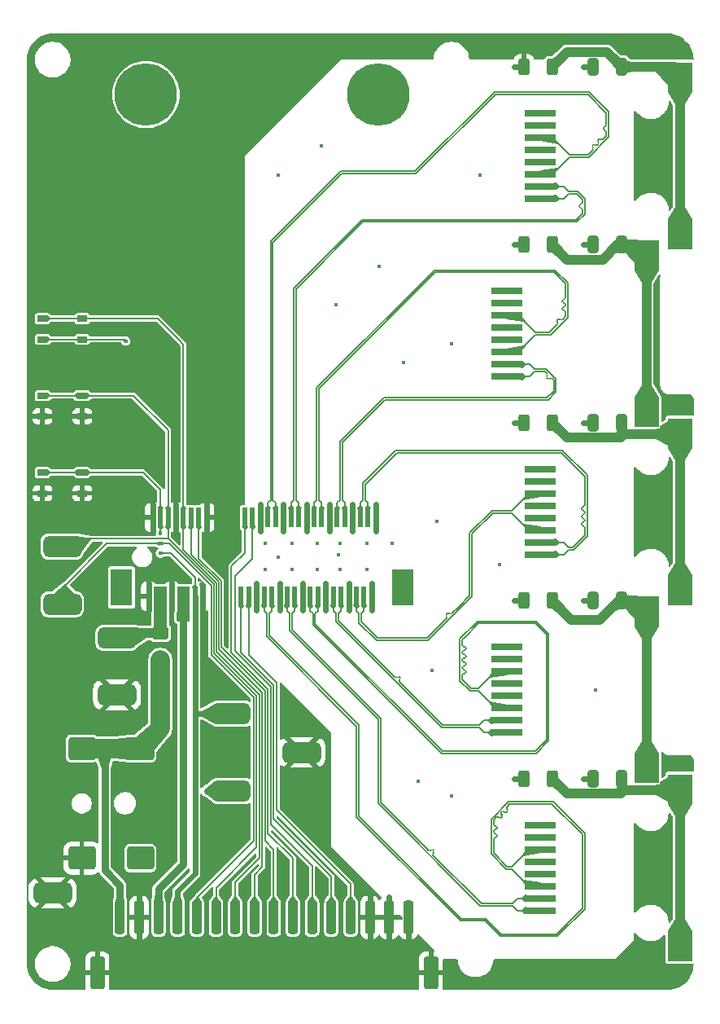
<source format=gbr>
%TF.GenerationSoftware,KiCad,Pcbnew,8.0.5*%
%TF.CreationDate,2024-09-15T13:15:32+02:00*%
%TF.ProjectId,megacard5_reference_design,6d656761-6361-4726-9435-5f7265666572,1.0*%
%TF.SameCoordinates,Original*%
%TF.FileFunction,Copper,L1,Top*%
%TF.FilePolarity,Positive*%
%FSLAX46Y46*%
G04 Gerber Fmt 4.6, Leading zero omitted, Abs format (unit mm)*
G04 Created by KiCad (PCBNEW 8.0.5) date 2024-09-15 13:15:32*
%MOMM*%
%LPD*%
G01*
G04 APERTURE LIST*
G04 Aperture macros list*
%AMRoundRect*
0 Rectangle with rounded corners*
0 $1 Rounding radius*
0 $2 $3 $4 $5 $6 $7 $8 $9 X,Y pos of 4 corners*
0 Add a 4 corners polygon primitive as box body*
4,1,4,$2,$3,$4,$5,$6,$7,$8,$9,$2,$3,0*
0 Add four circle primitives for the rounded corners*
1,1,$1+$1,$2,$3*
1,1,$1+$1,$4,$5*
1,1,$1+$1,$6,$7*
1,1,$1+$1,$8,$9*
0 Add four rect primitives between the rounded corners*
20,1,$1+$1,$2,$3,$4,$5,0*
20,1,$1+$1,$4,$5,$6,$7,0*
20,1,$1+$1,$6,$7,$8,$9,0*
20,1,$1+$1,$8,$9,$2,$3,0*%
G04 Aperture macros list end*
%TA.AperFunction,SMDPad,CuDef*%
%ADD10R,0.600000X2.000000*%
%TD*%
%TA.AperFunction,SMDPad,CuDef*%
%ADD11R,2.300000X3.850000*%
%TD*%
%TA.AperFunction,SMDPad,CuDef*%
%ADD12R,2.250000X3.850000*%
%TD*%
%TA.AperFunction,ComponentPad*%
%ADD13C,6.500000*%
%TD*%
%TA.AperFunction,SMDPad,CuDef*%
%ADD14RoundRect,0.550000X1.450000X0.550000X-1.450000X0.550000X-1.450000X-0.550000X1.450000X-0.550000X0*%
%TD*%
%TA.AperFunction,SMDPad,CuDef*%
%ADD15RoundRect,0.250000X-0.250000X-1.500000X0.250000X-1.500000X0.250000X1.500000X-0.250000X1.500000X0*%
%TD*%
%TA.AperFunction,SMDPad,CuDef*%
%ADD16RoundRect,0.250001X-0.499999X-1.449999X0.499999X-1.449999X0.499999X1.449999X-0.499999X1.449999X0*%
%TD*%
%TA.AperFunction,SMDPad,CuDef*%
%ADD17RoundRect,0.250000X0.325000X0.650000X-0.325000X0.650000X-0.325000X-0.650000X0.325000X-0.650000X0*%
%TD*%
%TA.AperFunction,SMDPad,CuDef*%
%ADD18RoundRect,0.250000X0.312500X0.625000X-0.312500X0.625000X-0.312500X-0.625000X0.312500X-0.625000X0*%
%TD*%
%TA.AperFunction,SMDPad,CuDef*%
%ADD19R,3.180000X0.760000*%
%TD*%
%TA.AperFunction,SMDPad,CuDef*%
%ADD20R,2.540000X3.120000*%
%TD*%
%TA.AperFunction,SMDPad,CuDef*%
%ADD21RoundRect,0.250000X0.625000X-0.375000X0.625000X0.375000X-0.625000X0.375000X-0.625000X-0.375000X0*%
%TD*%
%TA.AperFunction,SMDPad,CuDef*%
%ADD22R,1.050000X0.650000*%
%TD*%
%TA.AperFunction,SMDPad,CuDef*%
%ADD23RoundRect,0.300000X-1.100000X0.900000X-1.100000X-0.900000X1.100000X-0.900000X1.100000X0.900000X0*%
%TD*%
%TA.AperFunction,ViaPad*%
%ADD24C,0.450000*%
%TD*%
%TA.AperFunction,Conductor*%
%ADD25C,0.127000*%
%TD*%
%TA.AperFunction,Conductor*%
%ADD26C,0.600000*%
%TD*%
%TA.AperFunction,Conductor*%
%ADD27C,1.000000*%
%TD*%
%TA.AperFunction,Conductor*%
%ADD28C,0.128800*%
%TD*%
%TA.AperFunction,Conductor*%
%ADD29C,0.800000*%
%TD*%
%TA.AperFunction,Conductor*%
%ADD30C,2.000000*%
%TD*%
G04 APERTURE END LIST*
D10*
%TO.P,J1,1,GND*%
%TO.N,GND*%
X73000000Y-88787500D03*
%TO.P,J1,2,GND*%
X73400000Y-80587500D03*
%TO.P,J1,3,PWR_IN*%
%TO.N,VCC*%
X73800000Y-88787500D03*
%TO.P,J1,4,~{RESET}*%
%TO.N,/~{EXT_RESET}*%
X74200000Y-80587500D03*
%TO.P,J1,5,PWR_IN*%
%TO.N,VCC*%
X74600000Y-88787500D03*
%TO.P,J1,6,~{POWER_OFF}*%
%TO.N,/~{POWER_OFF}*%
X75000000Y-80587500D03*
%TO.P,J1,7,GND*%
%TO.N,GND*%
X75400000Y-88787500D03*
%TO.P,J1,8,GND*%
X75800000Y-80587500D03*
%TO.P,J1,9,5V_OUT*%
%TO.N,+5V*%
X76200000Y-88787500D03*
%TO.P,J1,10,RESERVED*%
%TO.N,/AFT*%
X76600000Y-80587500D03*
%TO.P,J1,11,5V_OUT*%
%TO.N,+5V*%
X77000000Y-88787500D03*
%TO.P,J1,12,SCL/MDC*%
%TO.N,/SCL{slash}MDC*%
X77400000Y-80587500D03*
%TO.P,J1,13,3.3V_OUT*%
%TO.N,+3.3V*%
X77800000Y-88787500D03*
%TO.P,J1,14,SDA/MDIO*%
%TO.N,/SDA{slash}MDIO*%
X78200000Y-80587500D03*
%TO.P,J1,15,GND*%
%TO.N,GND*%
X78600000Y-88787500D03*
%TO.P,J1,16,GND*%
X79000000Y-80587500D03*
%TO.P,J1,17,RESERVED*%
%TO.N,/DBG_SWDIO*%
X82600000Y-88787500D03*
%TO.P,J1,18,RESERVED*%
%TO.N,/GPIO0*%
X83000000Y-80587500D03*
%TO.P,J1,19,RESERVED*%
%TO.N,/DBG_SWCLK*%
X83400000Y-88787500D03*
%TO.P,J1,20,RESERVED*%
%TO.N,/GPIO1*%
X83800000Y-80587500D03*
%TO.P,J1,21,GND*%
%TO.N,GND*%
X84200000Y-88787500D03*
%TO.P,J1,22,GND*%
X84600000Y-80587500D03*
%TO.P,J1,23,P0_RX+*%
%TO.N,/P0_RX+*%
X85000000Y-88787500D03*
%TO.P,J1,24,P3_RX+*%
%TO.N,/P3_RX+*%
X85400000Y-80587500D03*
%TO.P,J1,25,P0_RX-*%
%TO.N,/P0_RX-*%
X85800000Y-88787500D03*
%TO.P,J1,26,P3_RX-*%
%TO.N,/P3_RX-*%
X86200000Y-80587500D03*
%TO.P,J1,27,GND*%
%TO.N,GND*%
X86600000Y-88787500D03*
%TO.P,J1,28,GND*%
X87000000Y-80587500D03*
%TO.P,J1,29,P0_TX+*%
%TO.N,/P0_TX+*%
X87400000Y-88787500D03*
%TO.P,J1,30,P3_TX+*%
%TO.N,/P3_TX+*%
X87800000Y-80587500D03*
%TO.P,J1,31,P0_TX-*%
%TO.N,/P0_TX-*%
X88200000Y-88787500D03*
%TO.P,J1,32,P3_TX-*%
%TO.N,/P3_TX-*%
X88600000Y-80587500D03*
%TO.P,J1,33,GND*%
%TO.N,GND*%
X89000000Y-88787500D03*
%TO.P,J1,34,GND*%
X89400000Y-80587500D03*
%TO.P,J1,35,P1_RX+*%
%TO.N,/P1_RX+*%
X89800000Y-88787500D03*
%TO.P,J1,36,P4_RX+*%
%TO.N,/P4_RX+*%
X90200000Y-80587500D03*
%TO.P,J1,37,P1_RX-*%
%TO.N,/P1_RX-*%
X90600000Y-88787500D03*
%TO.P,J1,38,P4_RX-*%
%TO.N,/P4_RX-*%
X91000000Y-80587500D03*
%TO.P,J1,39,GND*%
%TO.N,GND*%
X91400000Y-88787500D03*
%TO.P,J1,40,GND*%
X91800000Y-80587500D03*
%TO.P,J1,41,P1_TX+*%
%TO.N,/P1_TX+*%
X92200000Y-88787500D03*
%TO.P,J1,42,P4_TX+*%
%TO.N,/P4_TX+*%
X92600000Y-80587500D03*
%TO.P,J1,43,P1_TX-*%
%TO.N,/P1_TX-*%
X93000000Y-88787500D03*
%TO.P,J1,44,P4_TX-*%
%TO.N,/P4_TX-*%
X93400000Y-80587500D03*
%TO.P,J1,45,GND*%
%TO.N,GND*%
X93800000Y-88787500D03*
%TO.P,J1,46,GND*%
X94200000Y-80587500D03*
%TO.P,J1,47,P2_RX+*%
%TO.N,/P2_RX+*%
X94600000Y-88787500D03*
%TO.P,J1,48,P2_TX+*%
%TO.N,/P2_TX+*%
X95000000Y-80587500D03*
%TO.P,J1,49,P2_RX-*%
%TO.N,/P2_RX-*%
X95400000Y-88787500D03*
%TO.P,J1,50,P2_TX-*%
%TO.N,/P2_TX-*%
X95800000Y-80587500D03*
%TO.P,J1,51,GND*%
%TO.N,GND*%
X96200000Y-88787500D03*
%TO.P,J1,52,GND*%
X96600000Y-80587500D03*
D11*
%TO.P,J1,P1*%
%TO.N,N/C*%
X70150000Y-87862500D03*
D12*
%TO.P,J1,P2*%
X99425000Y-87862500D03*
D13*
%TO.P,J1,P3*%
X96900000Y-36637500D03*
%TO.P,J1,P4*%
X72700000Y-36637500D03*
%TD*%
D14*
%TO.P,TP9,1,1*%
%TO.N,/~{EXT_RESET}*%
X64000000Y-89600000D03*
%TD*%
D15*
%TO.P,J9,1,Pin_1*%
%TO.N,VIN*%
X70000000Y-122150000D03*
%TO.P,J9,2,Pin_2*%
%TO.N,GND*%
X72000000Y-122150000D03*
%TO.P,J9,3,Pin_3*%
%TO.N,+5V*%
X74000000Y-122150000D03*
%TO.P,J9,4,Pin_4*%
%TO.N,+3.3V*%
X76000000Y-122150000D03*
%TO.P,J9,5,Pin_5*%
%TO.N,/~{EXT_RESET}*%
X78000000Y-122150000D03*
%TO.P,J9,6,Pin_6*%
%TO.N,/~{POWER_OFF}*%
X80000000Y-122150000D03*
%TO.P,J9,7,Pin_7*%
%TO.N,/AFT*%
X82000000Y-122150000D03*
%TO.P,J9,8,Pin_8*%
%TO.N,/SCL{slash}MDC*%
X84000000Y-122150000D03*
%TO.P,J9,9,Pin_9*%
%TO.N,/SDA{slash}MDIO*%
X86000000Y-122150000D03*
%TO.P,J9,10,Pin_10*%
%TO.N,/GPIO0*%
X88000000Y-122150000D03*
%TO.P,J9,11,Pin_11*%
%TO.N,/GPIO1*%
X90000000Y-122150000D03*
%TO.P,J9,12,Pin_12*%
%TO.N,/DBG_SWDIO*%
X92000000Y-122150000D03*
%TO.P,J9,13,Pin_13*%
%TO.N,/DBG_SWCLK*%
X94000000Y-122150000D03*
%TO.P,J9,14,Pin_14*%
%TO.N,GND*%
X96000000Y-122150000D03*
%TO.P,J9,15,Pin_15*%
X98000000Y-122150000D03*
%TO.P,J9,16,Pin_16*%
X100000000Y-122150000D03*
D16*
%TO.P,J9,MP,MP*%
X67650000Y-127900000D03*
X102350000Y-127900000D03*
%TD*%
D17*
%TO.P,C5,1*%
%TO.N,Net-(C5-Pad1)*%
X122225000Y-52250000D03*
%TO.P,C5,2*%
%TO.N,GND*%
X119275000Y-52250000D03*
%TD*%
D18*
%TO.P,R3,1*%
%TO.N,Net-(C3-Pad1)*%
X114962500Y-70750000D03*
%TO.P,R3,2*%
%TO.N,GND*%
X112037500Y-70750000D03*
%TD*%
D19*
%TO.P,J5,1*%
%TO.N,/P2_TX+*%
X113770000Y-84445000D03*
%TO.P,J5,2*%
%TO.N,/P2_TX-*%
X113770000Y-83175000D03*
%TO.P,J5,3*%
%TO.N,/P2_RX+*%
X113770000Y-81905000D03*
%TO.P,J5,4*%
%TO.N,unconnected-(J5-Pad4)*%
X113770000Y-80635000D03*
%TO.P,J5,5*%
%TO.N,unconnected-(J5-Pad5)*%
X113770000Y-79365000D03*
%TO.P,J5,6*%
%TO.N,/P2_RX-*%
X113770000Y-78095000D03*
%TO.P,J5,7*%
%TO.N,unconnected-(J5-Pad7)*%
X113770000Y-76825000D03*
%TO.P,J5,8*%
%TO.N,unconnected-(J5-Pad8)*%
X113770000Y-75555000D03*
D20*
%TO.P,J5,SH*%
%TO.N,Net-(C3-Pad1)*%
X128290000Y-71825000D03*
X128290000Y-88175000D03*
%TD*%
D21*
%TO.P,F1,1*%
%TO.N,VIN*%
X74200000Y-95400000D03*
%TO.P,F1,2*%
%TO.N,VCC*%
X74200000Y-92600000D03*
%TD*%
D18*
%TO.P,R5,1*%
%TO.N,Net-(C5-Pad1)*%
X114962500Y-52250000D03*
%TO.P,R5,2*%
%TO.N,GND*%
X112037500Y-52250000D03*
%TD*%
D14*
%TO.P,TP5,1,1*%
%TO.N,GND*%
X88900000Y-105000000D03*
%TD*%
D13*
%TO.P,J13,1*%
%TO.N,N/C*%
X96900000Y-36637500D03*
%TD*%
D14*
%TO.P,TP2,1,1*%
%TO.N,VCC*%
X69700000Y-93100000D03*
%TD*%
D22*
%TO.P,SW1,1*%
%TO.N,GND*%
X66075000Y-70075000D03*
X61925000Y-70075000D03*
%TO.P,SW1,2*%
%TO.N,/~{POWER_OFF}*%
X66075000Y-67925000D03*
X61925000Y-67925000D03*
%TD*%
D23*
%TO.P,J2,1*%
%TO.N,VIN*%
X72125000Y-104600000D03*
X66025000Y-104600000D03*
%TO.P,J2,2*%
%TO.N,GND*%
X66025000Y-116000000D03*
%TO.P,J2,3*%
%TO.N,unconnected-(J2-Pad3)*%
X72125000Y-116000000D03*
%TD*%
D17*
%TO.P,C3,1*%
%TO.N,Net-(C3-Pad1)*%
X122225000Y-70750000D03*
%TO.P,C3,2*%
%TO.N,GND*%
X119275000Y-70750000D03*
%TD*%
D19*
%TO.P,J6,1*%
%TO.N,/P3_TX+*%
X113770000Y-47445000D03*
%TO.P,J6,2*%
%TO.N,/P3_TX-*%
X113770000Y-46175000D03*
%TO.P,J6,3*%
%TO.N,/P3_RX+*%
X113770000Y-44905000D03*
%TO.P,J6,4*%
%TO.N,unconnected-(J6-Pad4)*%
X113770000Y-43635000D03*
%TO.P,J6,5*%
%TO.N,unconnected-(J6-Pad5)*%
X113770000Y-42365000D03*
%TO.P,J6,6*%
%TO.N,/P3_RX-*%
X113770000Y-41095000D03*
%TO.P,J6,7*%
%TO.N,unconnected-(J6-Pad7)*%
X113770000Y-39825000D03*
%TO.P,J6,8*%
%TO.N,unconnected-(J6-Pad8)*%
X113770000Y-38555000D03*
D20*
%TO.P,J6,SH*%
%TO.N,Net-(C4-Pad1)*%
X128290000Y-34825000D03*
X128290000Y-51175000D03*
%TD*%
D17*
%TO.P,C2,1*%
%TO.N,Net-(C2-Pad1)*%
X122225000Y-89250000D03*
%TO.P,C2,2*%
%TO.N,GND*%
X119275000Y-89250000D03*
%TD*%
D19*
%TO.P,J3,1*%
%TO.N,/P0_TX+*%
X113750000Y-121445000D03*
%TO.P,J3,2*%
%TO.N,/P0_TX-*%
X113750000Y-120175000D03*
%TO.P,J3,3*%
%TO.N,/P0_RX+*%
X113750000Y-118905000D03*
%TO.P,J3,4*%
%TO.N,unconnected-(J3-Pad4)*%
X113750000Y-117635000D03*
%TO.P,J3,5*%
%TO.N,unconnected-(J3-Pad5)*%
X113750000Y-116365000D03*
%TO.P,J3,6*%
%TO.N,/P0_RX-*%
X113750000Y-115095000D03*
%TO.P,J3,7*%
%TO.N,unconnected-(J3-Pad7)*%
X113750000Y-113825000D03*
%TO.P,J3,8*%
%TO.N,unconnected-(J3-Pad8)*%
X113750000Y-112555000D03*
D20*
%TO.P,J3,SH*%
%TO.N,Net-(C1-Pad1)*%
X128270000Y-108825000D03*
X128270000Y-125175000D03*
%TD*%
D19*
%TO.P,J4,1*%
%TO.N,/P1_TX+*%
X110270000Y-102945000D03*
%TO.P,J4,2*%
%TO.N,/P1_TX-*%
X110270000Y-101675000D03*
%TO.P,J4,3*%
%TO.N,/P1_RX+*%
X110270000Y-100405000D03*
%TO.P,J4,4*%
%TO.N,unconnected-(J4-Pad4)*%
X110270000Y-99135000D03*
%TO.P,J4,5*%
%TO.N,unconnected-(J4-Pad5)*%
X110270000Y-97865000D03*
%TO.P,J4,6*%
%TO.N,/P1_RX-*%
X110270000Y-96595000D03*
%TO.P,J4,7*%
%TO.N,unconnected-(J4-Pad7)*%
X110270000Y-95325000D03*
%TO.P,J4,8*%
%TO.N,unconnected-(J4-Pad8)*%
X110270000Y-94055000D03*
D20*
%TO.P,J4,SH*%
%TO.N,Net-(C2-Pad1)*%
X124790000Y-90325000D03*
X124790000Y-106675000D03*
%TD*%
D17*
%TO.P,C1,1*%
%TO.N,Net-(C1-Pad1)*%
X122225000Y-107750000D03*
%TO.P,C1,2*%
%TO.N,GND*%
X119275000Y-107750000D03*
%TD*%
D14*
%TO.P,TP1,1,1*%
%TO.N,/~{POWER_OFF}*%
X64000000Y-83600000D03*
%TD*%
D22*
%TO.P,SW3,2*%
%TO.N,/AFT*%
X61925000Y-59925000D03*
X66075000Y-59925000D03*
%TO.P,SW3,1*%
%TO.N,+3.3V*%
X61925000Y-62075000D03*
X66075000Y-62075000D03*
%TD*%
D19*
%TO.P,J7,1*%
%TO.N,/P4_TX+*%
X110270000Y-65945000D03*
%TO.P,J7,2*%
%TO.N,/P4_TX-*%
X110270000Y-64675000D03*
%TO.P,J7,3*%
%TO.N,/P4_RX+*%
X110270000Y-63405000D03*
%TO.P,J7,4*%
%TO.N,unconnected-(J7-Pad4)*%
X110270000Y-62135000D03*
%TO.P,J7,5*%
%TO.N,unconnected-(J7-Pad5)*%
X110270000Y-60865000D03*
%TO.P,J7,6*%
%TO.N,/P4_RX-*%
X110270000Y-59595000D03*
%TO.P,J7,7*%
%TO.N,unconnected-(J7-Pad7)*%
X110270000Y-58325000D03*
%TO.P,J7,8*%
%TO.N,unconnected-(J7-Pad8)*%
X110270000Y-57055000D03*
D20*
%TO.P,J7,SH*%
%TO.N,Net-(C5-Pad1)*%
X124790000Y-53325000D03*
X124790000Y-69675000D03*
%TD*%
D17*
%TO.P,C4,1*%
%TO.N,Net-(C4-Pad1)*%
X122225000Y-33750000D03*
%TO.P,C4,2*%
%TO.N,GND*%
X119275000Y-33750000D03*
%TD*%
D14*
%TO.P,TP7,1,1*%
%TO.N,GND*%
X69700000Y-99000000D03*
%TD*%
D22*
%TO.P,SW2,1*%
%TO.N,GND*%
X66075000Y-78075000D03*
X61925000Y-78075000D03*
%TO.P,SW2,2*%
%TO.N,/~{EXT_RESET}*%
X66075000Y-75925000D03*
X61925000Y-75925000D03*
%TD*%
D13*
%TO.P,J10,1*%
%TO.N,N/C*%
X72700000Y-36637500D03*
%TD*%
D18*
%TO.P,R1,1*%
%TO.N,Net-(C1-Pad1)*%
X114962500Y-107750000D03*
%TO.P,R1,2*%
%TO.N,GND*%
X112037500Y-107750000D03*
%TD*%
D14*
%TO.P,TP3,1,1*%
%TO.N,+5V*%
X81600000Y-109000000D03*
%TD*%
D18*
%TO.P,R4,1*%
%TO.N,Net-(C4-Pad1)*%
X114962500Y-33750000D03*
%TO.P,R4,2*%
%TO.N,GND*%
X112037500Y-33750000D03*
%TD*%
D14*
%TO.P,TP4,1,1*%
%TO.N,+3.3V*%
X81600000Y-101000000D03*
%TD*%
%TO.P,TP6,1,1*%
%TO.N,GND*%
X63000000Y-119600000D03*
%TD*%
D18*
%TO.P,R2,1*%
%TO.N,Net-(C2-Pad1)*%
X114962500Y-89250000D03*
%TO.P,R2,2*%
%TO.N,GND*%
X112037500Y-89250000D03*
%TD*%
D24*
%TO.N,GND*%
X68000000Y-124100000D03*
X62200000Y-116200000D03*
X67000000Y-119400000D03*
X90900000Y-102900000D03*
X87800000Y-109700000D03*
X88100000Y-100800000D03*
X90100000Y-111100000D03*
X128000000Y-69000000D03*
X64750000Y-78468750D03*
X119500000Y-98500000D03*
X114750000Y-128468750D03*
X97000000Y-54500000D03*
X91000000Y-118500000D03*
X85100000Y-83287500D03*
X118237500Y-107750000D03*
X64750000Y-53468750D03*
X94200000Y-79200000D03*
X64750000Y-113468750D03*
X91800000Y-82000000D03*
X111000000Y-107750000D03*
X80642500Y-85741394D03*
X74750000Y-48468750D03*
X69750000Y-33468750D03*
X94200000Y-82000000D03*
X124000000Y-31500000D03*
X92900000Y-86000000D03*
X64750000Y-58468750D03*
X79750000Y-58468750D03*
X124750000Y-43468750D03*
X99750000Y-128468750D03*
X90500000Y-86000000D03*
X103000000Y-81000000D03*
X96200000Y-90200000D03*
X64750000Y-128468750D03*
X79750000Y-73468750D03*
X93800000Y-87400002D03*
X64750000Y-43468750D03*
X87000000Y-79200000D03*
X81058500Y-90487500D03*
X79750000Y-83468750D03*
X89000000Y-90200000D03*
X89750000Y-33468750D03*
X84750000Y-118468750D03*
X89000000Y-118500000D03*
X89750000Y-108468750D03*
X111000000Y-70750000D03*
X79750000Y-128468750D03*
X79750000Y-98468750D03*
X91000000Y-42000000D03*
X72000000Y-124300022D03*
X74750000Y-108468750D03*
X96200000Y-87400000D03*
X87900000Y-83287500D03*
X118237500Y-52250000D03*
X87000000Y-82000000D03*
X86500000Y-45000000D03*
X69750000Y-43468750D03*
X96000000Y-119999978D03*
X64750000Y-93468750D03*
X73000000Y-87400000D03*
X96000000Y-124300022D03*
X79750000Y-43468750D03*
X79000000Y-82000000D03*
X89400000Y-79200000D03*
X111000000Y-33750000D03*
X85100000Y-86000000D03*
X79000000Y-79200000D03*
X118237500Y-89250000D03*
X89400000Y-82000000D03*
X81500000Y-85100000D03*
X87900000Y-86000000D03*
X79750000Y-103468750D03*
X69750000Y-63468750D03*
X111000000Y-89250000D03*
X95700000Y-86000000D03*
X89000000Y-87400000D03*
X79750000Y-68468750D03*
X109500000Y-85500000D03*
X99500000Y-64500000D03*
X93000000Y-119000000D03*
X64750000Y-48468750D03*
X128000000Y-106500000D03*
X69750000Y-128468750D03*
X87000000Y-118500000D03*
X98000000Y-119999978D03*
X91400000Y-90200000D03*
X104500000Y-62500000D03*
X124750000Y-118468750D03*
X79750000Y-53468750D03*
X93800000Y-90200002D03*
X91800000Y-79200000D03*
X118237500Y-70750000D03*
X119750000Y-128468750D03*
X73400000Y-79200000D03*
X86600000Y-90200000D03*
X111000000Y-52250000D03*
X74750000Y-43468750D03*
X69750000Y-53468750D03*
X75400000Y-90200000D03*
X64750000Y-98468750D03*
X74750000Y-68468750D03*
X107500000Y-45000000D03*
X79750000Y-48468750D03*
X64750000Y-63468750D03*
X69750000Y-113468750D03*
X92500000Y-58500000D03*
X69750000Y-58468750D03*
X95700000Y-83287500D03*
X84600000Y-79200000D03*
X100000000Y-124300022D03*
X84750000Y-33468750D03*
X86600000Y-87400000D03*
X79750000Y-113468750D03*
X84750000Y-128468750D03*
X74400000Y-85700000D03*
X124750000Y-128468750D03*
X84750000Y-38468750D03*
X69750000Y-108468750D03*
X98000000Y-124300022D03*
X74750000Y-53468750D03*
X78600000Y-90200000D03*
X109750000Y-128468750D03*
X64750000Y-108468750D03*
X90500000Y-83287500D03*
X124750000Y-83468750D03*
X64750000Y-68468750D03*
X69750000Y-73468750D03*
X74750000Y-113468750D03*
X73000000Y-90200000D03*
X79750000Y-63468750D03*
X86500000Y-84687500D03*
X101000000Y-108000000D03*
X69750000Y-78468750D03*
X64750000Y-123468750D03*
X75400000Y-87400000D03*
X74750000Y-128468750D03*
X98300000Y-83287500D03*
X84200000Y-87400000D03*
X69750000Y-68468750D03*
X64750000Y-38468750D03*
X104500000Y-109500000D03*
X94750000Y-128468750D03*
X94750000Y-118468750D03*
X64750000Y-73468750D03*
X124750000Y-78468750D03*
X92700000Y-84487500D03*
X74750000Y-63468750D03*
X96600000Y-82000000D03*
X84200000Y-90200000D03*
X96600000Y-79200000D03*
X102500000Y-96500000D03*
X69750000Y-48468750D03*
X84600000Y-82000000D03*
X124750000Y-113468750D03*
X118237500Y-33750000D03*
X92900000Y-83287500D03*
X73400000Y-82000000D03*
X72000000Y-119999978D03*
X78483756Y-87516244D03*
X89750000Y-128468750D03*
X75800000Y-82000000D03*
X83000000Y-119000000D03*
X104750000Y-128468750D03*
X91400000Y-87400000D03*
X79750000Y-33468750D03*
X79750000Y-38468750D03*
X75800000Y-79200000D03*
X74750000Y-58468750D03*
X127000000Y-31500000D03*
%TO.N,/~{EXT_RESET}*%
X74200000Y-82300000D03*
X74200000Y-83299994D03*
%TO.N,+5V*%
X76600000Y-109800000D03*
X79800000Y-109000000D03*
X79100000Y-109000000D03*
X76600000Y-109000000D03*
X76600000Y-108200000D03*
%TO.N,+3.3V*%
X74200000Y-84300000D03*
X70600000Y-62250000D03*
%TD*%
D25*
%TO.N,/AFT*%
X76600000Y-62600000D02*
X76125000Y-62125000D01*
X76600000Y-80587500D02*
X76600000Y-62600000D01*
X73925000Y-59925000D02*
X76125000Y-62125000D01*
X61925000Y-59925000D02*
X73925000Y-59925000D01*
%TO.N,+3.3V*%
X70425000Y-62075000D02*
X70600000Y-62250000D01*
X61925000Y-62075000D02*
X70425000Y-62075000D01*
D26*
%TO.N,GND*%
X75800000Y-82000000D02*
X75800000Y-79200000D01*
X84600000Y-82000000D02*
X84600000Y-79200000D01*
X100000000Y-122150000D02*
X100000000Y-124300022D01*
X75400000Y-87400000D02*
X75400000Y-90200000D01*
X91400000Y-87400000D02*
X91400000Y-90200000D01*
X118237500Y-70750000D02*
X119275000Y-70750000D01*
X98000000Y-122150000D02*
X98000000Y-124300022D01*
X98000000Y-122150000D02*
X98000000Y-119999978D01*
X96200000Y-87400000D02*
X96200000Y-90200000D01*
X118237500Y-52250000D02*
X119275000Y-52250000D01*
X72000000Y-122150000D02*
X72000000Y-119999978D01*
X111000000Y-89250000D02*
X112037500Y-89250000D01*
X111000000Y-33750000D02*
X112037500Y-33750000D01*
X86600000Y-87400000D02*
X86600000Y-90200000D01*
X118237500Y-107750000D02*
X119275000Y-107750000D01*
X87000000Y-79200000D02*
X87000000Y-82000000D01*
X111000000Y-70750000D02*
X112037500Y-70750000D01*
X73000000Y-87400000D02*
X73000000Y-90200000D01*
X78600000Y-90200000D02*
X78600000Y-87632488D01*
X111000000Y-52250000D02*
X112037500Y-52250000D01*
X96600000Y-79200000D02*
X96600000Y-82000000D01*
X89000000Y-87400000D02*
X89000000Y-90200000D01*
X94200000Y-79200000D02*
X94200000Y-82000000D01*
X78600000Y-87632488D02*
X78483756Y-87516244D01*
X118237500Y-33750000D02*
X119275000Y-33750000D01*
X84200000Y-90200000D02*
X84200000Y-87400000D01*
X93800000Y-87400002D02*
X93800000Y-90200002D01*
X111000000Y-107750000D02*
X112037500Y-107750000D01*
X96000000Y-122150000D02*
X96000000Y-119999978D01*
X79000000Y-82000000D02*
X79000000Y-79200000D01*
X118237500Y-89250000D02*
X119275000Y-89250000D01*
X89400000Y-79200000D02*
X89400000Y-82000000D01*
X96000000Y-122150000D02*
X96000000Y-124300022D01*
X73400000Y-82000000D02*
X73400000Y-79200000D01*
X72000000Y-122150000D02*
X72000000Y-124300022D01*
X91800000Y-79200000D02*
X91800000Y-82000000D01*
D27*
%TO.N,Net-(C1-Pad1)*%
X122225000Y-108650000D02*
X122481000Y-108906000D01*
X122225000Y-107750000D02*
X122225000Y-108650000D01*
X116489500Y-109277000D02*
X114962500Y-107750000D01*
X122481000Y-108906000D02*
X128189000Y-108906000D01*
X122110000Y-109277000D02*
X116489500Y-109277000D01*
X128270000Y-125175000D02*
X128270000Y-108825000D01*
X122481000Y-108906000D02*
X122110000Y-109277000D01*
X128189000Y-108906000D02*
X128270000Y-108825000D01*
%TO.N,Net-(C2-Pad1)*%
X116962500Y-91250000D02*
X119910586Y-91250000D01*
X123715000Y-89250000D02*
X124790000Y-90325000D01*
X119910586Y-91250000D02*
X121910586Y-89250000D01*
X124790000Y-106675000D02*
X124790000Y-90325000D01*
X121910586Y-89250000D02*
X122225000Y-89250000D01*
X122225000Y-89250000D02*
X123715000Y-89250000D01*
X114962500Y-89250000D02*
X116962500Y-91250000D01*
%TO.N,Net-(C3-Pad1)*%
X122225000Y-71650000D02*
X122481000Y-71906000D01*
X128290000Y-88175000D02*
X128290000Y-71825000D01*
X128209000Y-71906000D02*
X128290000Y-71825000D01*
X122481000Y-71906000D02*
X122110000Y-72277000D01*
X122225000Y-70750000D02*
X122225000Y-71650000D01*
X122110000Y-72277000D02*
X116489500Y-72277000D01*
X116489500Y-72277000D02*
X114962500Y-70750000D01*
X122481000Y-71906000D02*
X128209000Y-71906000D01*
%TO.N,Net-(C4-Pad1)*%
X127215000Y-33750000D02*
X128290000Y-34825000D01*
X116489500Y-32223000D02*
X120698000Y-32223000D01*
X128290000Y-51175000D02*
X128290000Y-34825000D01*
X114962500Y-33750000D02*
X116489500Y-32223000D01*
X120698000Y-32223000D02*
X122225000Y-33750000D01*
X122225000Y-33750000D02*
X127215000Y-33750000D01*
%TO.N,Net-(C5-Pad1)*%
X116489500Y-53777000D02*
X120223000Y-53777000D01*
X122225000Y-52250000D02*
X123715000Y-52250000D01*
X120223000Y-53777000D02*
X121750000Y-52250000D01*
X123715000Y-52250000D02*
X124790000Y-53325000D01*
X121750000Y-52250000D02*
X122225000Y-52250000D01*
X124790000Y-69675000D02*
X124790000Y-53325000D01*
X114962500Y-52250000D02*
X116489500Y-53777000D01*
%TO.N,VCC*%
X70200000Y-92600000D02*
X69700000Y-93100000D01*
X74200000Y-92600000D02*
X70200000Y-92600000D01*
D25*
%TO.N,/~{EXT_RESET}*%
X61925000Y-75925000D02*
X66075000Y-75925000D01*
X79500000Y-94900000D02*
X79500000Y-87659210D01*
X74200000Y-77700000D02*
X74200000Y-80587500D01*
X78000000Y-120100000D02*
X83900000Y-114200000D01*
X79500000Y-87659210D02*
X75140784Y-83299994D01*
X83900000Y-114200000D02*
X83900000Y-99300000D01*
X78000000Y-122150000D02*
X78000000Y-120100000D01*
X64000000Y-87900000D02*
X68600006Y-83299994D01*
X72425000Y-75925000D02*
X74200000Y-77700000D01*
X64000000Y-89600000D02*
X64000000Y-87900000D01*
X75140784Y-83299994D02*
X74200000Y-83299994D01*
X83900000Y-99300000D02*
X79500000Y-94900000D01*
X74200000Y-80587500D02*
X74200000Y-82300000D01*
X68600006Y-83299994D02*
X74200000Y-83299994D01*
X66075000Y-75925000D02*
X72425000Y-75925000D01*
D28*
%TO.N,/P1_RX-*%
X113200542Y-104880600D02*
X103549458Y-104880600D01*
X105619400Y-95445541D02*
X105619400Y-95365541D01*
X113200542Y-91619400D02*
X114380600Y-92799458D01*
X106003954Y-94245541D02*
X106003954Y-94165541D01*
X105779400Y-94405541D02*
X105843954Y-94405541D01*
X105619400Y-93845541D02*
X105619400Y-93765541D01*
X105911232Y-93007626D02*
X107299458Y-91619400D01*
X105843954Y-94805541D02*
X105779400Y-94805541D01*
X107274400Y-98380600D02*
X106549458Y-98380600D01*
X105843971Y-96405541D02*
X105779400Y-96405541D01*
X90600000Y-90287501D02*
X90600000Y-88787500D01*
X105619400Y-93299458D02*
X105911232Y-93007626D01*
X114380600Y-92799458D02*
X114380600Y-103700542D01*
X105619400Y-94645541D02*
X105619400Y-94565541D01*
X110270000Y-96595000D02*
X109060000Y-96595000D01*
X109060000Y-96595000D02*
X107274400Y-98380600D01*
X106003971Y-96645541D02*
X106003971Y-96565541D01*
X105843954Y-94005541D02*
X105779400Y-94005541D01*
X105619400Y-97450542D02*
X105619400Y-96965541D01*
X105779400Y-95205541D02*
X105843954Y-95205541D01*
X105619400Y-96245541D02*
X105619400Y-96165541D01*
X105779400Y-96005541D02*
X105843954Y-96005541D01*
X90319400Y-90568101D02*
X90600000Y-90287501D01*
X107299458Y-91619400D02*
X113200542Y-91619400D01*
X105779400Y-96805541D02*
X105843971Y-96805541D01*
X105843954Y-95605541D02*
X105779400Y-95605541D01*
X103549458Y-104880600D02*
X90319400Y-91650542D01*
X106003954Y-95845541D02*
X106003954Y-95765541D01*
X105619400Y-93765541D02*
X105619400Y-93299458D01*
X90319400Y-91650542D02*
X90319400Y-90568101D01*
X106003954Y-95045541D02*
X106003954Y-94965541D01*
X114380600Y-103700542D02*
X113200542Y-104880600D01*
X106549458Y-98380600D02*
X105619400Y-97450542D01*
X106003971Y-96565541D02*
G75*
G03*
X105843971Y-96405529I-159971J41D01*
G01*
X105779400Y-94005541D02*
G75*
G02*
X105619359Y-93845541I0J160041D01*
G01*
X105843954Y-94405541D02*
G75*
G03*
X106004041Y-94245541I46J160041D01*
G01*
X106003954Y-94965541D02*
G75*
G03*
X105843954Y-94805546I-159954J41D01*
G01*
X105779400Y-96405541D02*
G75*
G02*
X105619359Y-96245541I0J160041D01*
G01*
X105843954Y-96005541D02*
G75*
G03*
X106004041Y-95845541I46J160041D01*
G01*
X105619400Y-95365541D02*
G75*
G02*
X105779400Y-95205500I160000J41D01*
G01*
X105779400Y-94805541D02*
G75*
G02*
X105619359Y-94645541I0J160041D01*
G01*
X105619400Y-96965541D02*
G75*
G02*
X105779400Y-96805500I160000J41D01*
G01*
X105843971Y-96805541D02*
G75*
G03*
X106004041Y-96645541I29J160041D01*
G01*
X106003954Y-95765541D02*
G75*
G03*
X105843954Y-95605546I-159954J41D01*
G01*
X105843954Y-95205541D02*
G75*
G03*
X106004041Y-95045541I46J160041D01*
G01*
X106003954Y-94165541D02*
G75*
G03*
X105843954Y-94005546I-159954J41D01*
G01*
X105779400Y-95605541D02*
G75*
G02*
X105619359Y-95445541I0J160041D01*
G01*
X105619400Y-96165541D02*
G75*
G02*
X105779400Y-96005500I160000J41D01*
G01*
X105619400Y-94565541D02*
G75*
G02*
X105779400Y-94405500I160000J41D01*
G01*
%TO.N,/P4_RX+*%
X90200000Y-79087499D02*
X90200000Y-80587500D01*
X90480600Y-78806899D02*
X90200000Y-79087499D01*
X90480600Y-67100542D02*
X90480600Y-78806899D01*
X110270000Y-63405000D02*
X111480000Y-63405000D01*
X113265600Y-61619400D02*
X114799458Y-61619400D01*
X111480000Y-63405000D02*
X113265600Y-61619400D01*
X116619400Y-56200542D02*
X115299458Y-54880600D01*
X102700542Y-54880600D02*
X90480600Y-67100542D01*
X114799458Y-61619400D02*
X116619400Y-59799458D01*
X116619400Y-59799458D02*
X116619400Y-56200542D01*
X115299458Y-54880600D02*
X102700542Y-54880600D01*
%TO.N,/P0_TX-*%
X102593614Y-115448481D02*
X102604323Y-115437771D01*
X101010090Y-114091232D02*
X97119400Y-110200542D01*
X97119400Y-110200542D02*
X97119400Y-101450542D01*
X102604323Y-115211497D02*
X102547754Y-115154928D01*
X111364999Y-120175000D02*
X110849399Y-120690600D01*
X87919400Y-92250542D02*
X87919400Y-90568101D01*
X113750000Y-120175000D02*
X111364999Y-120175000D01*
X110849399Y-120690600D02*
X107609458Y-120690600D01*
X88200000Y-90287501D02*
X88200000Y-88787500D01*
X97119400Y-101450542D02*
X87919400Y-92250542D01*
X87919400Y-90568101D02*
X88200000Y-90287501D01*
X102027928Y-115109070D02*
X101010090Y-114091232D01*
X102321480Y-115154928D02*
X102310770Y-115165637D01*
X107609458Y-120690600D02*
X102593614Y-115674756D01*
X102084496Y-115165637D02*
X102027928Y-115109070D01*
X102310770Y-115165637D02*
G75*
G02*
X102084496Y-115165637I-113137J113137D01*
G01*
X102604323Y-115437771D02*
G75*
G03*
X102604357Y-115211463I-113123J113171D01*
G01*
X102547754Y-115154928D02*
G75*
G03*
X102321480Y-115154928I-113137J-113137D01*
G01*
X102593614Y-115674756D02*
G75*
G02*
X102593595Y-115448462I113086J113156D01*
G01*
D29*
%TO.N,+5V*%
X76600000Y-108200000D02*
X76600000Y-90800000D01*
X79100000Y-109000000D02*
X79800000Y-109000000D01*
X76600000Y-109800000D02*
X76600000Y-109000000D01*
X76600000Y-109000000D02*
X76600000Y-108200000D01*
X74000000Y-122150000D02*
X74000000Y-119200000D01*
X76600000Y-116600000D02*
X76600000Y-109800000D01*
X79800000Y-109000000D02*
X81600000Y-109000000D01*
X74000000Y-119200000D02*
X76600000Y-116600000D01*
D28*
%TO.N,/P2_RX-*%
X108700542Y-79880600D02*
X110774400Y-79880600D01*
X105235733Y-89845409D02*
X106380600Y-88700542D01*
X101950542Y-93130600D02*
X103980643Y-91100499D01*
X106380600Y-88700542D02*
X106380600Y-82200542D01*
X103980643Y-90874225D02*
X103969903Y-90863485D01*
X95119400Y-90568101D02*
X95119400Y-91450542D01*
X106380600Y-82200542D02*
X108700542Y-79880600D01*
X104252747Y-90580641D02*
X104263488Y-90591382D01*
X103969904Y-90637209D02*
X104026473Y-90580641D01*
X95119400Y-91450542D02*
X96799458Y-93130600D01*
X95400000Y-90287501D02*
X95119400Y-90568101D01*
X96799458Y-93130600D02*
X101950542Y-93130600D01*
X95400000Y-88787500D02*
X95400000Y-90287501D01*
X112560000Y-78095000D02*
X113770000Y-78095000D01*
X104489764Y-90591381D02*
X104546330Y-90534813D01*
X110774400Y-79880600D02*
X112560000Y-78095000D01*
X104546330Y-90534813D02*
X105235733Y-89845409D01*
X103969903Y-90863485D02*
G75*
G02*
X103969856Y-90637161I113097J113185D01*
G01*
X103980643Y-91100499D02*
G75*
G03*
X103980605Y-90874263I-113143J113099D01*
G01*
X104026473Y-90580641D02*
G75*
G02*
X104252747Y-90580641I113137J-113137D01*
G01*
X104263488Y-90591382D02*
G75*
G03*
X104489739Y-90591356I113112J113182D01*
G01*
%TO.N,/P1_TX+*%
X92200000Y-88787500D02*
X92200000Y-90287501D01*
X92480600Y-91399458D02*
X103510542Y-102429400D01*
X107884999Y-102945000D02*
X110270000Y-102945000D01*
X92480600Y-90568101D02*
X92480600Y-91399458D01*
X92200000Y-90287501D02*
X92480600Y-90568101D01*
X103510542Y-102429400D02*
X107369399Y-102429400D01*
X107369399Y-102429400D02*
X107884999Y-102945000D01*
%TO.N,/P3_RX-*%
X120055667Y-41277832D02*
X120066353Y-41288518D01*
X120630600Y-38750000D02*
X120630600Y-38549458D01*
X120630600Y-39780542D02*
X120630600Y-39700542D01*
X85919400Y-78806899D02*
X86200000Y-79087499D01*
X109049458Y-36619400D02*
X100799458Y-44869400D01*
X120470600Y-40340542D02*
X120455439Y-40340542D01*
X120630600Y-39700542D02*
X120630600Y-38750000D01*
X119207088Y-41900042D02*
X119263659Y-41843472D01*
X119726940Y-41854205D02*
X119783507Y-41797636D01*
X113770000Y-41095000D02*
X114980000Y-41095000D01*
X119489933Y-41843472D02*
X119500666Y-41854205D01*
X100799458Y-44869400D02*
X93049458Y-44869400D01*
X120455439Y-39940542D02*
X120470600Y-39940542D01*
X118700542Y-42880600D02*
X119217820Y-42363322D01*
X114980000Y-41095000D02*
X116765600Y-42880600D01*
X85919400Y-51999458D02*
X85919400Y-78806899D01*
X119783507Y-41797636D02*
X119783507Y-41797635D01*
X118700542Y-36619400D02*
X109049458Y-36619400D01*
X86200000Y-79087499D02*
X86200000Y-80587500D01*
X120349194Y-41231949D02*
X120630600Y-40950542D01*
X120630600Y-40950542D02*
X120630600Y-40500542D01*
X120295439Y-40180542D02*
X120295439Y-40100542D01*
X119783507Y-41571361D02*
X119772822Y-41560676D01*
X120630600Y-38549458D02*
X118700542Y-36619400D01*
X119217820Y-42137048D02*
X119207088Y-42126316D01*
X93049458Y-44869400D02*
X85919400Y-51999458D01*
X119772822Y-41334402D02*
X119829393Y-41277832D01*
X120292627Y-41288518D02*
X120349194Y-41231949D01*
X116765600Y-42880600D02*
X118700542Y-42880600D01*
X120455439Y-40340542D02*
G75*
G02*
X120295358Y-40180542I-39J160042D01*
G01*
X119500666Y-41854205D02*
G75*
G03*
X119726940Y-41854205I113137J113137D01*
G01*
X119207088Y-42126316D02*
G75*
G02*
X119207109Y-41900063I113112J113116D01*
G01*
X119783507Y-41797635D02*
G75*
G03*
X119783505Y-41571363I-113107J113135D01*
G01*
X119217820Y-42363322D02*
G75*
G03*
X119217805Y-42137063I-113120J113122D01*
G01*
X120630600Y-40500542D02*
G75*
G03*
X120470600Y-40340500I-160000J42D01*
G01*
X119829393Y-41277832D02*
G75*
G02*
X120055667Y-41277832I113137J-113137D01*
G01*
X120066353Y-41288518D02*
G75*
G03*
X120292627Y-41288518I113137J113137D01*
G01*
X119263659Y-41843472D02*
G75*
G02*
X119489933Y-41843472I113137J-113137D01*
G01*
X120470600Y-39940542D02*
G75*
G03*
X120630642Y-39780542I0J160042D01*
G01*
X119772822Y-41560676D02*
G75*
G02*
X119772783Y-41334363I113178J113176D01*
G01*
X120295439Y-40100542D02*
G75*
G02*
X120455439Y-39940539I159961J42D01*
G01*
%TO.N,/P2_RX+*%
X112560000Y-81905000D02*
X110774400Y-80119400D01*
X96700542Y-93369400D02*
X94880600Y-91549458D01*
X106619400Y-88799458D02*
X102049458Y-93369400D01*
X110774400Y-80119400D02*
X108799458Y-80119400D01*
X94880600Y-91549458D02*
X94880600Y-90568101D01*
X94600000Y-90287501D02*
X94600000Y-88787500D01*
X108799458Y-80119400D02*
X106619400Y-82299458D01*
X113770000Y-81905000D02*
X112560000Y-81905000D01*
X102049458Y-93369400D02*
X96700542Y-93369400D01*
X94880600Y-90568101D02*
X94600000Y-90287501D01*
X106619400Y-82299458D02*
X106619400Y-88799458D01*
%TO.N,/P3_RX+*%
X85400000Y-79087499D02*
X85400000Y-80587500D01*
X85680600Y-51900542D02*
X85680600Y-78806899D01*
X100700542Y-44630600D02*
X92950542Y-44630600D01*
X118799458Y-43119400D02*
X120869400Y-41049458D01*
X120869400Y-38450542D02*
X118799458Y-36380600D01*
X92950542Y-44630600D02*
X85680600Y-51900542D01*
X120869400Y-41049458D02*
X120869400Y-38450542D01*
X114980000Y-44905000D02*
X116765600Y-43119400D01*
X116765600Y-43119400D02*
X118799458Y-43119400D01*
X85680600Y-78806899D02*
X85400000Y-79087499D01*
X118799458Y-36380600D02*
X108950542Y-36380600D01*
X108950542Y-36380600D02*
X100700542Y-44630600D01*
X113770000Y-44905000D02*
X114980000Y-44905000D01*
D25*
%TO.N,/~{POWER_OFF}*%
X75000000Y-71500000D02*
X75000000Y-80587500D01*
X84200000Y-99150000D02*
X84200000Y-114900000D01*
X75000000Y-82800000D02*
X79754000Y-87554000D01*
X64800000Y-82800000D02*
X75000000Y-82800000D01*
X80000000Y-119100000D02*
X80000000Y-122150000D01*
X79754000Y-94704000D02*
X84200000Y-99150000D01*
X64000000Y-83600000D02*
X64800000Y-82800000D01*
X84200000Y-114900000D02*
X80000000Y-119100000D01*
X61925000Y-67925000D02*
X66075000Y-67925000D01*
X66075000Y-67925000D02*
X71425000Y-67925000D01*
X71425000Y-67925000D02*
X75000000Y-71500000D01*
X75000000Y-80587500D02*
X75000000Y-82800000D01*
X79754000Y-87554000D02*
X79754000Y-94704000D01*
D28*
%TO.N,/P3_TX-*%
X118369400Y-49049458D02*
X117549458Y-49869400D01*
X117609458Y-46690600D02*
X118369400Y-47450542D01*
X117549458Y-49869400D02*
X95299458Y-49869400D01*
X113770000Y-46175000D02*
X116155001Y-46175000D01*
X118369400Y-47450542D02*
X118369400Y-49049458D01*
X116155001Y-46175000D02*
X116670601Y-46690600D01*
X116670601Y-46690600D02*
X117609458Y-46690600D01*
X88319400Y-78806899D02*
X88600000Y-79087499D01*
X88600000Y-79087499D02*
X88600000Y-80587500D01*
X95299458Y-49869400D02*
X88319400Y-56849458D01*
X88319400Y-56849458D02*
X88319400Y-78806899D01*
%TO.N,/P1_TX-*%
X107884999Y-101675000D02*
X107369399Y-102190600D01*
X98846036Y-97179438D02*
X98835303Y-97190170D01*
X92719400Y-91300542D02*
X92719400Y-90568101D01*
X99128879Y-97236007D02*
X99072310Y-97179438D01*
X98609029Y-97190170D02*
X98552461Y-97133603D01*
X93000000Y-90287501D02*
X93000000Y-88787500D01*
X98552461Y-97133603D02*
X98015544Y-96596686D01*
X110270000Y-101675000D02*
X107884999Y-101675000D01*
X98015544Y-96596686D02*
X92719400Y-91300542D01*
X92719400Y-90568101D02*
X93000000Y-90287501D01*
X99118147Y-97473014D02*
X99128879Y-97462281D01*
X103609458Y-102190600D02*
X99118147Y-97699289D01*
X107369399Y-102190600D02*
X103609458Y-102190600D01*
X99128879Y-97462281D02*
G75*
G03*
X99128923Y-97235963I-113179J113181D01*
G01*
X99072310Y-97179438D02*
G75*
G03*
X98846036Y-97179438I-113137J-113137D01*
G01*
X98835303Y-97190170D02*
G75*
G02*
X98609029Y-97190170I-113137J113137D01*
G01*
X99118147Y-97699289D02*
G75*
G02*
X99118195Y-97473063I113153J113089D01*
G01*
%TO.N,/P4_TX+*%
X115014893Y-66183751D02*
X115130600Y-66299458D01*
X92880600Y-72700542D02*
X92880600Y-78806899D01*
X112655001Y-65945000D02*
X113170601Y-65429400D01*
X114958323Y-66127181D02*
X115014893Y-66183751D01*
X114449208Y-65844340D02*
X114438475Y-65855072D01*
X92880600Y-78806899D02*
X92600000Y-79087499D01*
X115130600Y-66299458D02*
X115130600Y-67450542D01*
X110270000Y-65945000D02*
X112655001Y-65945000D01*
X114260542Y-65429400D02*
X114449208Y-65618066D01*
X113170601Y-65429400D02*
X114260542Y-65429400D01*
X115130600Y-67450542D02*
X114903077Y-67678065D01*
X114438475Y-66081346D02*
X114495043Y-66137914D01*
X92600000Y-79087499D02*
X92600000Y-80587500D01*
X97450542Y-68130600D02*
X92880600Y-72700542D01*
X114721317Y-66137914D02*
X114732049Y-66127181D01*
X114903077Y-67678065D02*
X114450542Y-68130600D01*
X114450542Y-68130600D02*
X97450542Y-68130600D01*
X114438475Y-65855072D02*
G75*
G03*
X114438484Y-66081337I113125J-113128D01*
G01*
X114732049Y-66127181D02*
G75*
G02*
X114958323Y-66127181I113137J-113137D01*
G01*
X114449208Y-65618066D02*
G75*
G02*
X114449205Y-65844337I-113108J-113134D01*
G01*
X114495043Y-66137914D02*
G75*
G03*
X114721317Y-66137914I113137J113137D01*
G01*
%TO.N,/P4_TX-*%
X97549458Y-68369400D02*
X114549458Y-68369400D01*
X93400000Y-80587500D02*
X93400000Y-79087499D01*
X115369400Y-67549458D02*
X115369400Y-66200542D01*
X93400000Y-79087499D02*
X93119400Y-78806899D01*
X113170601Y-65190600D02*
X112655001Y-64675000D01*
X93119400Y-72799458D02*
X97549458Y-68369400D01*
X93119400Y-78806899D02*
X93119400Y-72799458D01*
X112655001Y-64675000D02*
X110270000Y-64675000D01*
X114549458Y-68369400D02*
X115369400Y-67549458D01*
X115369400Y-66200542D02*
X114359458Y-65190600D01*
X114359458Y-65190600D02*
X113170601Y-65190600D01*
%TO.N,/P0_TX+*%
X113750000Y-121445000D02*
X111364999Y-121445000D01*
X87680600Y-90568101D02*
X87400000Y-90287501D01*
X96880600Y-110299458D02*
X96880600Y-101549458D01*
X87400000Y-90287501D02*
X87400000Y-88787500D01*
X110849399Y-120929400D02*
X107510542Y-120929400D01*
X111364999Y-121445000D02*
X110849399Y-120929400D01*
X96880600Y-101549458D02*
X87680600Y-92349458D01*
X87680600Y-92349458D02*
X87680600Y-90568101D01*
X107510542Y-120929400D02*
X96880600Y-110299458D01*
%TO.N,/P0_RX+*%
X85000000Y-88787500D02*
X85000000Y-90287501D01*
X85000000Y-90287501D02*
X85280600Y-90568101D01*
X107950542Y-122519400D02*
X109550542Y-124119400D01*
X118369400Y-121299458D02*
X118369400Y-113450542D01*
X110754400Y-117119400D02*
X112540000Y-118905000D01*
X118369400Y-113450542D02*
X115049458Y-110130600D01*
X112540000Y-118905000D02*
X113750000Y-118905000D01*
X109550542Y-124119400D02*
X115549458Y-124119400D01*
X108630600Y-111950542D02*
X108630600Y-115549458D01*
X108630600Y-115549458D02*
X110200542Y-117119400D01*
X115549458Y-124119400D02*
X118369400Y-121299458D01*
X115049458Y-110130600D02*
X110450542Y-110130600D01*
X85280600Y-90568101D02*
X85280600Y-92949458D01*
X110200542Y-117119400D02*
X110754400Y-117119400D01*
X94630600Y-102299458D02*
X94630600Y-111730600D01*
X110450542Y-110130600D02*
X108630600Y-111950542D01*
X105419400Y-122519400D02*
X107950542Y-122519400D01*
X94630600Y-111730600D02*
X105419400Y-122519400D01*
X85280600Y-92949458D02*
X94630600Y-102299458D01*
%TO.N,/P3_TX+*%
X115750000Y-49630600D02*
X95200542Y-49630600D01*
X117795352Y-48176346D02*
X117795352Y-48256346D01*
X117955352Y-48416346D02*
X117970600Y-48416346D01*
X95200542Y-49630600D02*
X88080600Y-56750542D01*
X113770000Y-47445000D02*
X116155001Y-47445000D01*
X116155001Y-47445000D02*
X116670601Y-46929400D01*
X118130600Y-47549458D02*
X118130600Y-47856346D01*
X88080600Y-78806899D02*
X87800000Y-79087499D01*
X88080600Y-56750542D02*
X88080600Y-78806899D01*
X117450542Y-49630600D02*
X115750000Y-49630600D01*
X116670601Y-46929400D02*
X117510542Y-46929400D01*
X117510542Y-46929400D02*
X118130600Y-47549458D01*
X118130600Y-48656346D02*
X118130600Y-48950542D01*
X87800000Y-79087499D02*
X87800000Y-80587500D01*
X117970600Y-48016346D02*
X117955352Y-48016346D01*
X118130600Y-48950542D02*
X117450542Y-49630600D01*
X118130600Y-48576346D02*
X118130600Y-48656346D01*
X118130600Y-47856346D02*
G75*
G02*
X117970600Y-48016300I-160000J46D01*
G01*
X117795352Y-48256346D02*
G75*
G03*
X117955352Y-48416348I160048J46D01*
G01*
X117970600Y-48416346D02*
G75*
G02*
X118130554Y-48576346I0J-159954D01*
G01*
X117955352Y-48016346D02*
G75*
G03*
X117795446Y-48176346I48J-159954D01*
G01*
%TO.N,/P2_TX+*%
X118619400Y-82549458D02*
X118619400Y-76200542D01*
X118619400Y-76200542D02*
X116049458Y-73630600D01*
X117239458Y-83929400D02*
X118619400Y-82549458D01*
X95280600Y-77050542D02*
X95280600Y-78806899D01*
X95000000Y-79087499D02*
X95000000Y-80587500D01*
X116049458Y-73630600D02*
X98700542Y-73630600D01*
X116155001Y-84445000D02*
X116670601Y-83929400D01*
X95280600Y-78806899D02*
X95000000Y-79087499D01*
X98700542Y-73630600D02*
X95280600Y-77050542D01*
X116670601Y-83929400D02*
X117239458Y-83929400D01*
X113770000Y-84445000D02*
X116155001Y-84445000D01*
%TO.N,/P1_RX+*%
X89800000Y-90287501D02*
X90080600Y-90568101D01*
X90080600Y-90568101D02*
X90080600Y-91749458D01*
X113299458Y-91380600D02*
X107200542Y-91380600D01*
X103450542Y-105119400D02*
X113299458Y-105119400D01*
X105380600Y-93200542D02*
X105380600Y-97549458D01*
X105380600Y-97549458D02*
X106450542Y-98619400D01*
X114619400Y-92700542D02*
X113299458Y-91380600D01*
X114619400Y-103799458D02*
X114619400Y-92700542D01*
X106450542Y-98619400D02*
X107274400Y-98619400D01*
X107274400Y-98619400D02*
X109060000Y-100405000D01*
X107200542Y-91380600D02*
X105380600Y-93200542D01*
X113299458Y-105119400D02*
X114619400Y-103799458D01*
X109060000Y-100405000D02*
X110270000Y-100405000D01*
X90080600Y-91749458D02*
X103450542Y-105119400D01*
X89800000Y-88787500D02*
X89800000Y-90287501D01*
%TO.N,/P2_TX-*%
X118045348Y-79702957D02*
X118045348Y-79622957D01*
X113770000Y-83175000D02*
X116155001Y-83175000D01*
X118380600Y-79302957D02*
X118380600Y-79222957D01*
X118380600Y-77282930D02*
X118380600Y-76299458D01*
X117140542Y-83690600D02*
X118380600Y-82450542D01*
X118220600Y-79862957D02*
X118205348Y-79862957D01*
X95519400Y-77149458D02*
X95519400Y-78806899D01*
X98799458Y-73869400D02*
X95519400Y-77149458D01*
X115950542Y-73869400D02*
X98799458Y-73869400D01*
X118045356Y-81302957D02*
X118045356Y-81222957D01*
X95519400Y-78806899D02*
X95800000Y-79087499D01*
X118205350Y-80262957D02*
X118220600Y-80262957D01*
X118380600Y-80102957D02*
X118380600Y-80022957D01*
X118205356Y-81062957D02*
X118220600Y-81062957D01*
X118380600Y-79222957D02*
X118380600Y-77282930D01*
X118205348Y-79462957D02*
X118220600Y-79462957D01*
X116670601Y-83690600D02*
X117140542Y-83690600D01*
X118380600Y-82450542D02*
X118380600Y-81622957D01*
X118380600Y-80902957D02*
X118380600Y-80822957D01*
X95800000Y-79087499D02*
X95800000Y-80587500D01*
X118220600Y-80662957D02*
X118205350Y-80662957D01*
X118045350Y-80502957D02*
X118045350Y-80422957D01*
X118220600Y-81462957D02*
X118205356Y-81462957D01*
X118380600Y-76299458D02*
X115950542Y-73869400D01*
X116155001Y-83175000D02*
X116670601Y-83690600D01*
X118045348Y-79622957D02*
G75*
G02*
X118205348Y-79463048I159952J-43D01*
G01*
X118045350Y-80422957D02*
G75*
G02*
X118205350Y-80262950I160050J-43D01*
G01*
X118205348Y-79862957D02*
G75*
G02*
X118045343Y-79702957I-48J159957D01*
G01*
X118220600Y-79462957D02*
G75*
G03*
X118380557Y-79302957I0J159957D01*
G01*
X118380600Y-80022957D02*
G75*
G03*
X118220600Y-79863000I-160000J-43D01*
G01*
X118220600Y-80262957D02*
G75*
G03*
X118380557Y-80102957I0J159957D01*
G01*
X118205356Y-81462957D02*
G75*
G02*
X118045443Y-81302957I44J159957D01*
G01*
X118380600Y-80822957D02*
G75*
G03*
X118220600Y-80663000I-160000J-43D01*
G01*
X118045356Y-81222957D02*
G75*
G02*
X118205356Y-81062956I160044J-43D01*
G01*
X118220600Y-81062957D02*
G75*
G03*
X118380557Y-80902957I0J159957D01*
G01*
X118205350Y-80662957D02*
G75*
G02*
X118045443Y-80502957I50J159957D01*
G01*
X118380600Y-81622957D02*
G75*
G03*
X118220600Y-81463000I-160000J-43D01*
G01*
%TO.N,/P4_RX-*%
X116045455Y-58930542D02*
X116045455Y-58850542D01*
X116113059Y-59968084D02*
X116380600Y-59700542D01*
X116205455Y-58690542D02*
X116220600Y-58690542D01*
X115536664Y-60070514D02*
X115593235Y-60013944D01*
X90719400Y-67199458D02*
X90719400Y-78806899D01*
X116220600Y-58290542D02*
X116205455Y-58290542D01*
X116380600Y-56500000D02*
X116380600Y-56299458D01*
X91000000Y-79087499D02*
X91000000Y-80587500D01*
X116045455Y-58130542D02*
X116045455Y-58050542D01*
X115200542Y-55119400D02*
X102799458Y-55119400D01*
X116380600Y-58530542D02*
X116380600Y-58450542D01*
X114700542Y-61380600D02*
X115547372Y-60533770D01*
X113265600Y-61380600D02*
X114700542Y-61380600D01*
X116380600Y-57730542D02*
X116380600Y-57650542D01*
X115819509Y-60013944D02*
X115830218Y-60024653D01*
X116205455Y-57890542D02*
X116220600Y-57890542D01*
X115547372Y-60307496D02*
X115536664Y-60296788D01*
X116056492Y-60024653D02*
X116113059Y-59968084D01*
X111480000Y-59595000D02*
X113265600Y-61380600D01*
X110270000Y-59595000D02*
X111480000Y-59595000D01*
X116380600Y-56299458D02*
X115200542Y-55119400D01*
X90719400Y-78806899D02*
X91000000Y-79087499D01*
X116380600Y-57650542D02*
X116380600Y-56500000D01*
X116220600Y-59090542D02*
X116205455Y-59090542D01*
X116380600Y-59700542D02*
X116380600Y-59250542D01*
X102799458Y-55119400D02*
X90719400Y-67199458D01*
X115830218Y-60024653D02*
G75*
G03*
X116056492Y-60024653I113137J113137D01*
G01*
X115593235Y-60013944D02*
G75*
G02*
X115819509Y-60013944I113137J-113137D01*
G01*
X115547372Y-60533770D02*
G75*
G03*
X115547405Y-60307463I-113172J113170D01*
G01*
X116205455Y-58290542D02*
G75*
G02*
X116045458Y-58130542I45J160042D01*
G01*
X116220600Y-57890542D02*
G75*
G03*
X116380642Y-57730542I0J160042D01*
G01*
X116205455Y-59090542D02*
G75*
G02*
X116045458Y-58930542I45J160042D01*
G01*
X116220600Y-58690542D02*
G75*
G03*
X116380642Y-58530542I0J160042D01*
G01*
X116045455Y-58050542D02*
G75*
G02*
X116205455Y-57890455I160045J42D01*
G01*
X116045455Y-58850542D02*
G75*
G02*
X116205455Y-58690455I160045J42D01*
G01*
X116380600Y-58450542D02*
G75*
G03*
X116220600Y-58290500I-160000J42D01*
G01*
X116380600Y-59250542D02*
G75*
G03*
X116220600Y-59090500I-160000J42D01*
G01*
X115536664Y-60296788D02*
G75*
G02*
X115536713Y-60070563I113136J113088D01*
G01*
D26*
%TO.N,+3.3V*%
X77900000Y-101000000D02*
X81600000Y-101000000D01*
X76000000Y-119400000D02*
X77800000Y-117600000D01*
X77800000Y-117600000D02*
X77800000Y-100900000D01*
D25*
X77800000Y-88787500D02*
X77800000Y-86800000D01*
X77800000Y-86800000D02*
X75300000Y-84300000D01*
D26*
X77800000Y-100900000D02*
X77900000Y-101000000D01*
X76000000Y-122150000D02*
X76000000Y-119400000D01*
D25*
X75300000Y-84300000D02*
X74200000Y-84300000D01*
D26*
X77800000Y-100900000D02*
X77800000Y-88787500D01*
D28*
%TO.N,/P0_RX-*%
X114950542Y-110369400D02*
X118130600Y-113549458D01*
X109094038Y-113440000D02*
X109029400Y-113440000D01*
X109029400Y-113040000D02*
X109094038Y-113040000D01*
X109685863Y-111776977D02*
X109742431Y-111720408D01*
X110549458Y-110369400D02*
X111100000Y-110369400D01*
X109254038Y-112880000D02*
X109254038Y-112800000D01*
X94869400Y-102200542D02*
X85519400Y-92850542D01*
X110262400Y-110656455D02*
X110318969Y-110599888D01*
X109254038Y-113680000D02*
X109254038Y-113600000D01*
X109649458Y-123880600D02*
X108049458Y-122280600D01*
X118130600Y-113549458D02*
X118130600Y-121200542D01*
X108869400Y-113280000D02*
X108869400Y-113200000D01*
X112540000Y-115095000D02*
X110754400Y-116880600D01*
X109979558Y-111165574D02*
X110025263Y-111211279D01*
X108869400Y-112049458D02*
X109187598Y-111731260D01*
X111100000Y-110369400D02*
X114950542Y-110369400D01*
X105518314Y-122280600D02*
X94869400Y-111631686D01*
X108049458Y-122280600D02*
X105518314Y-122280600D01*
X110308106Y-110928436D02*
X110262400Y-110882730D01*
X85800000Y-90287501D02*
X85800000Y-88787500D01*
X108869400Y-112400000D02*
X108869400Y-112049458D01*
X108869400Y-112480000D02*
X108869400Y-112400000D01*
X109753283Y-111165574D02*
X109753284Y-111165574D01*
X94869400Y-111631686D02*
X94869400Y-102200542D01*
X110754400Y-116880600D02*
X110299458Y-116880600D01*
X113750000Y-115095000D02*
X112540000Y-115095000D01*
X115450542Y-123880600D02*
X109649458Y-123880600D01*
X109094038Y-112640000D02*
X109029400Y-112640000D01*
X85519400Y-90568101D02*
X85800000Y-90287501D01*
X109696713Y-111222142D02*
X109753283Y-111165574D01*
X109742431Y-111494134D02*
X109696713Y-111448416D01*
X118130600Y-121200542D02*
X115450542Y-123880600D01*
X109413872Y-111731260D02*
X109459589Y-111776977D01*
X110318969Y-110599888D02*
X110549458Y-110369400D01*
X85519400Y-92850542D02*
X85519400Y-90568101D01*
X109029400Y-113840000D02*
X109094038Y-113840000D01*
X110251538Y-111211279D02*
X110308106Y-111154710D01*
X110299458Y-116880600D02*
X108869400Y-115450542D01*
X108869400Y-115450542D02*
X108869400Y-114000000D01*
X109029400Y-112640000D02*
G75*
G02*
X108869400Y-112480000I0J160000D01*
G01*
X109094038Y-113840000D02*
G75*
G03*
X109254000Y-113680000I-38J160000D01*
G01*
X108869400Y-114000000D02*
G75*
G02*
X109029400Y-113840000I160000J0D01*
G01*
X109742431Y-111720408D02*
G75*
G03*
X109742402Y-111494163I-113131J113108D01*
G01*
X108869400Y-113200000D02*
G75*
G02*
X109029400Y-113040000I160000J0D01*
G01*
X109753284Y-111165574D02*
G75*
G02*
X109979558Y-111165574I113137J-113137D01*
G01*
X109094038Y-113040000D02*
G75*
G03*
X109254000Y-112880000I-38J160000D01*
G01*
X109029400Y-113440000D02*
G75*
G02*
X108869400Y-113280000I0J160000D01*
G01*
X109459589Y-111776977D02*
G75*
G03*
X109685863Y-111776977I113137J113137D01*
G01*
X109254038Y-113600000D02*
G75*
G03*
X109094038Y-113439962I-160038J0D01*
G01*
X109254038Y-112800000D02*
G75*
G03*
X109094038Y-112639962I-160038J0D01*
G01*
X110025263Y-111211279D02*
G75*
G03*
X110251538Y-111211279I113137J113138D01*
G01*
X109696713Y-111448416D02*
G75*
G02*
X109696734Y-111222163I113087J113116D01*
G01*
X110262400Y-110882730D02*
G75*
G02*
X110262407Y-110656463I113100J113130D01*
G01*
X109187598Y-111731260D02*
G75*
G02*
X109413872Y-111731260I113137J-113137D01*
G01*
X110308106Y-111154710D02*
G75*
G03*
X110308079Y-110928463I-113106J113110D01*
G01*
D25*
%TO.N,/DBG_SWCLK*%
X86300000Y-111000000D02*
X86300000Y-97800000D01*
X94000000Y-122150000D02*
X94000000Y-118700000D01*
X94000000Y-118700000D02*
X86300000Y-111000000D01*
X86300000Y-97800000D02*
X83400000Y-94900000D01*
X83400000Y-94900000D02*
X83400000Y-88787500D01*
%TO.N,/SCL{slash}MDC*%
X80262000Y-94262000D02*
X80262000Y-87290698D01*
X84800000Y-98800000D02*
X80262000Y-94262000D01*
X84000000Y-122150000D02*
X84000000Y-117700000D01*
X84800000Y-116900000D02*
X84800000Y-98800000D01*
X77400000Y-84428698D02*
X77400000Y-80587500D01*
X80262000Y-87290698D02*
X77400000Y-84428698D01*
X84000000Y-117700000D02*
X84800000Y-116900000D01*
%TO.N,/DBG_SWDIO*%
X82600000Y-88787500D02*
X82600000Y-94600000D01*
X82600000Y-94600000D02*
X86000000Y-98000000D01*
X86000000Y-98000000D02*
X86000000Y-111900000D01*
X86000000Y-111900000D02*
X92000000Y-117900000D01*
X92000000Y-117900000D02*
X92000000Y-122150000D01*
%TO.N,/SDA{slash}MDIO*%
X80516000Y-94016000D02*
X80516000Y-87185488D01*
X85100000Y-98600000D02*
X80516000Y-94016000D01*
X86000000Y-122150000D02*
X86000000Y-115100000D01*
X85100000Y-114200000D02*
X85100000Y-98600000D01*
X80516000Y-87185488D02*
X78200000Y-84869488D01*
X86000000Y-115100000D02*
X85100000Y-114200000D01*
X78200000Y-84869488D02*
X78200000Y-80587500D01*
%TO.N,/AFT*%
X80008000Y-94508000D02*
X80008000Y-87395908D01*
X82000000Y-122150000D02*
X82000000Y-118500000D01*
X84500000Y-116000000D02*
X84500000Y-99000000D01*
X84500000Y-99000000D02*
X80008000Y-94508000D01*
X76600000Y-83987908D02*
X76600000Y-80587500D01*
X80008000Y-87395908D02*
X76600000Y-83987908D01*
X82000000Y-118500000D02*
X84500000Y-116000000D01*
%TO.N,/GPIO0*%
X83000000Y-84261145D02*
X83000000Y-80587500D01*
X81601000Y-94601000D02*
X81601000Y-85660145D01*
X88000000Y-116000000D02*
X85400000Y-113400000D01*
X85400000Y-98400000D02*
X81601000Y-94601000D01*
X88000000Y-122150000D02*
X88000000Y-116000000D01*
X81601000Y-85660145D02*
X83000000Y-84261145D01*
X85400000Y-113400000D02*
X85400000Y-98400000D01*
%TO.N,/GPIO1*%
X90000000Y-116800000D02*
X85700000Y-112500000D01*
X85700000Y-98200000D02*
X82000000Y-94500000D01*
X90000000Y-122150000D02*
X90000000Y-116800000D01*
X82000000Y-94500000D02*
X82000000Y-86700000D01*
X83800000Y-84900000D02*
X83800000Y-80587500D01*
X82000000Y-86700000D02*
X83800000Y-84900000D01*
X85700000Y-112500000D02*
X85700000Y-98200000D01*
D29*
%TO.N,VIN*%
X70000000Y-118800000D02*
X68400000Y-117200000D01*
X70000000Y-122150000D02*
X70000000Y-118800000D01*
D30*
X66025000Y-104600000D02*
X68400000Y-104600000D01*
D29*
X68400000Y-117200000D02*
X68400000Y-104600000D01*
D30*
X74200000Y-102525000D02*
X72125000Y-104600000D01*
X74200000Y-95400000D02*
X74200000Y-102525000D01*
X68400000Y-104600000D02*
X72125000Y-104600000D01*
%TD*%
%TA.AperFunction,Conductor*%
%TO.N,+5V*%
G36*
X77208691Y-87793907D02*
G01*
X77244655Y-87843407D01*
X77249500Y-87874000D01*
X77249500Y-91288500D01*
X77230593Y-91346691D01*
X77181093Y-91382655D01*
X77150500Y-91387500D01*
X76041008Y-91387500D01*
X75982817Y-91368593D01*
X75971004Y-91358504D01*
X75928996Y-91316496D01*
X75901219Y-91261979D01*
X75900000Y-91246492D01*
X75900000Y-90461500D01*
X75911426Y-90418863D01*
X75910500Y-90418480D01*
X75912977Y-90412496D01*
X75912984Y-90412485D01*
X75950500Y-90272475D01*
X75950500Y-87874000D01*
X75969407Y-87815809D01*
X76018907Y-87779845D01*
X76049500Y-87775000D01*
X77150500Y-87775000D01*
X77208691Y-87793907D01*
G37*
%TD.AperFunction*%
%TD*%
%TA.AperFunction,Conductor*%
%TO.N,VCC*%
G36*
X74808691Y-87806407D02*
G01*
X74844655Y-87855907D01*
X74849500Y-87886500D01*
X74849500Y-90272475D01*
X74887016Y-90412485D01*
X74887018Y-90412490D01*
X74889500Y-90418480D01*
X74888573Y-90418863D01*
X74900000Y-90461500D01*
X74900000Y-93201000D01*
X74881093Y-93259191D01*
X74831593Y-93295155D01*
X74801000Y-93300000D01*
X73599000Y-93300000D01*
X73540809Y-93281093D01*
X73504845Y-93231593D01*
X73500000Y-93201000D01*
X73500000Y-90461500D01*
X73511426Y-90418863D01*
X73510500Y-90418480D01*
X73512977Y-90412496D01*
X73512984Y-90412485D01*
X73550500Y-90272475D01*
X73550500Y-87886500D01*
X73569407Y-87828309D01*
X73618907Y-87792345D01*
X73649500Y-87787500D01*
X74750500Y-87787500D01*
X74808691Y-87806407D01*
G37*
%TD.AperFunction*%
%TD*%
%TA.AperFunction,Conductor*%
%TO.N,GND*%
G36*
X127002777Y-30300655D02*
G01*
X127296701Y-30317162D01*
X127307724Y-30318404D01*
X127595224Y-30367252D01*
X127606018Y-30369715D01*
X127886251Y-30450449D01*
X127896722Y-30454113D01*
X128166134Y-30565708D01*
X128176136Y-30570525D01*
X128431354Y-30711578D01*
X128440755Y-30717485D01*
X128678575Y-30886228D01*
X128687254Y-30893149D01*
X128717388Y-30920078D01*
X128904697Y-31087467D01*
X128912532Y-31095302D01*
X128985748Y-31177231D01*
X129106850Y-31312745D01*
X129113771Y-31321424D01*
X129282514Y-31559244D01*
X129288421Y-31568645D01*
X129429474Y-31823863D01*
X129434291Y-31833865D01*
X129545884Y-32103273D01*
X129549551Y-32113752D01*
X129587840Y-32246655D01*
X129627839Y-32385495D01*
X129630280Y-32393966D01*
X129632750Y-32404790D01*
X129681594Y-32692270D01*
X129682837Y-32703302D01*
X129694476Y-32910549D01*
X129678862Y-32969708D01*
X129631456Y-33008391D01*
X129589538Y-33014130D01*
X129589538Y-33014500D01*
X129586838Y-33014500D01*
X129585932Y-33014624D01*
X129584674Y-33014500D01*
X129584673Y-33014500D01*
X127890687Y-33014500D01*
X127870683Y-33012458D01*
X127856071Y-33009443D01*
X127329159Y-33005702D01*
X127310549Y-33003802D01*
X127288923Y-32999500D01*
X127288918Y-32999500D01*
X126455771Y-32999500D01*
X126455068Y-32999498D01*
X125763513Y-32994589D01*
X125763423Y-32994588D01*
X125763324Y-32994588D01*
X125763324Y-32994587D01*
X125761691Y-32994582D01*
X125761681Y-32994583D01*
X125754488Y-32996014D01*
X125746538Y-32997596D01*
X125727220Y-32999500D01*
X123426514Y-32999500D01*
X123402788Y-32995598D01*
X123402599Y-32996416D01*
X123397860Y-32995317D01*
X123086216Y-32954667D01*
X123030960Y-32928392D01*
X123006263Y-32891096D01*
X122993796Y-32857669D01*
X122907546Y-32742454D01*
X122825727Y-32681204D01*
X122792329Y-32656202D01*
X122657488Y-32605910D01*
X122657483Y-32605909D01*
X122657481Y-32605908D01*
X122657477Y-32605908D01*
X122626249Y-32602550D01*
X122597873Y-32599500D01*
X122597870Y-32599500D01*
X122269231Y-32599500D01*
X122211040Y-32580593D01*
X122207197Y-32577655D01*
X122151259Y-32532680D01*
X121765243Y-32222316D01*
X121762527Y-32220804D01*
X121740673Y-32204306D01*
X121503851Y-31967484D01*
X121176416Y-31640048D01*
X121120552Y-31602722D01*
X121102729Y-31590813D01*
X121053492Y-31557914D01*
X120916914Y-31501342D01*
X120771918Y-31472500D01*
X116415582Y-31472500D01*
X116415581Y-31472500D01*
X116270585Y-31501342D01*
X116134009Y-31557913D01*
X116133997Y-31557919D01*
X116066949Y-31602721D01*
X116066948Y-31602722D01*
X116011084Y-31640048D01*
X115422877Y-32228253D01*
X115400155Y-32245228D01*
X115399221Y-32245736D01*
X115397530Y-32246655D01*
X114971098Y-32601591D01*
X114914278Y-32624286D01*
X114907765Y-32624500D01*
X114602133Y-32624500D01*
X114602129Y-32624500D01*
X114602128Y-32624501D01*
X114594949Y-32625272D01*
X114542519Y-32630908D01*
X114542514Y-32630909D01*
X114407670Y-32681202D01*
X114292458Y-32767450D01*
X114292450Y-32767458D01*
X114206204Y-32882667D01*
X114206203Y-32882669D01*
X114186463Y-32935596D01*
X114148413Y-32983511D01*
X114093705Y-33000000D01*
X113170172Y-33000000D01*
X113111981Y-32981093D01*
X113076197Y-32932140D01*
X113034356Y-32805875D01*
X112942319Y-32656659D01*
X112818340Y-32532680D01*
X112669124Y-32440643D01*
X112502693Y-32385493D01*
X112399987Y-32375000D01*
X112287501Y-32375000D01*
X112287500Y-32375001D01*
X112287500Y-32901000D01*
X112268593Y-32959191D01*
X112219093Y-32995155D01*
X112188500Y-33000000D01*
X111886500Y-33000000D01*
X111828309Y-32981093D01*
X111792345Y-32931593D01*
X111787500Y-32901000D01*
X111787500Y-32375001D01*
X111787499Y-32375000D01*
X111675013Y-32375000D01*
X111675013Y-32375001D01*
X111572312Y-32385492D01*
X111572300Y-32385495D01*
X111405875Y-32440643D01*
X111256659Y-32532680D01*
X111132680Y-32656659D01*
X111040643Y-32805875D01*
X110998803Y-32932140D01*
X110962551Y-32981430D01*
X110904828Y-33000000D01*
X106453500Y-33000000D01*
X106395309Y-32981093D01*
X106359345Y-32931593D01*
X106354500Y-32901000D01*
X106354500Y-32878451D01*
X106354500Y-32878450D01*
X106322769Y-32637429D01*
X106259850Y-32402612D01*
X106248413Y-32375000D01*
X106166821Y-32178020D01*
X106045269Y-31967484D01*
X105897278Y-31774620D01*
X105725380Y-31602722D01*
X105532516Y-31454731D01*
X105532517Y-31454731D01*
X105532515Y-31454730D01*
X105321979Y-31333178D01*
X105097387Y-31240149D01*
X104937001Y-31197174D01*
X104862571Y-31177231D01*
X104862568Y-31177230D01*
X104862566Y-31177230D01*
X104621551Y-31145500D01*
X104621550Y-31145500D01*
X104378450Y-31145500D01*
X104378448Y-31145500D01*
X104137436Y-31177230D01*
X104137431Y-31177230D01*
X103902612Y-31240149D01*
X103678020Y-31333178D01*
X103467484Y-31454730D01*
X103274623Y-31602719D01*
X103102719Y-31774623D01*
X102954730Y-31967484D01*
X102833178Y-32178020D01*
X102740149Y-32402612D01*
X102677230Y-32637431D01*
X102677230Y-32637436D01*
X102645500Y-32878448D01*
X102645500Y-32901000D01*
X102626593Y-32959191D01*
X102577093Y-32995155D01*
X102546500Y-33000000D01*
X93000000Y-33000000D01*
X83000000Y-43000000D01*
X83000000Y-43000001D01*
X83000000Y-79238000D01*
X82981093Y-79296191D01*
X82931593Y-79332155D01*
X82901000Y-79337000D01*
X82675326Y-79337000D01*
X82675325Y-79337000D01*
X82675315Y-79337001D01*
X82602263Y-79351533D01*
X82602257Y-79351535D01*
X82519400Y-79406897D01*
X82519397Y-79406900D01*
X82464035Y-79489757D01*
X82464033Y-79489763D01*
X82449501Y-79562815D01*
X82449500Y-79562827D01*
X82449500Y-81533978D01*
X82448215Y-81549877D01*
X82447603Y-81553634D01*
X82447603Y-81553643D01*
X82449194Y-81573840D01*
X82449500Y-81581614D01*
X82449500Y-81612177D01*
X82452853Y-81629032D01*
X82454450Y-81640575D01*
X82455430Y-81653022D01*
X82455430Y-81653023D01*
X82459136Y-81666161D01*
X82462577Y-81677919D01*
X82464033Y-81685238D01*
X82464033Y-81685239D01*
X82464034Y-81685240D01*
X82481756Y-81711763D01*
X82485443Y-81717281D01*
X82491335Y-81727334D01*
X82503112Y-81750447D01*
X82503114Y-81750450D01*
X82503116Y-81750453D01*
X82656234Y-81944684D01*
X82664747Y-81955482D01*
X82685924Y-82012886D01*
X82686000Y-82016772D01*
X82686000Y-84090074D01*
X82667093Y-84148265D01*
X82657004Y-84160078D01*
X81349737Y-85467345D01*
X81308399Y-85538945D01*
X81308399Y-85538946D01*
X81308398Y-85538948D01*
X81305025Y-85551536D01*
X81305025Y-85551537D01*
X81287000Y-85618803D01*
X81287000Y-94103929D01*
X81268093Y-94162120D01*
X81218593Y-94198084D01*
X81157407Y-94198084D01*
X81117996Y-94173933D01*
X80858996Y-93914933D01*
X80831219Y-93860416D01*
X80830000Y-93844929D01*
X80830000Y-87144148D01*
X80829999Y-87144146D01*
X80808602Y-87064292D01*
X80808601Y-87064291D01*
X80808601Y-87064289D01*
X80767263Y-86992688D01*
X78542996Y-84768421D01*
X78515219Y-84713904D01*
X78514000Y-84698417D01*
X78514000Y-82182859D01*
X78532907Y-82124668D01*
X78582407Y-82088704D01*
X78623582Y-82084426D01*
X78652176Y-82087500D01*
X78749999Y-82087500D01*
X78750000Y-82087499D01*
X78750000Y-81633945D01*
X78751264Y-81621322D01*
X78751039Y-81621300D01*
X78751531Y-81616463D01*
X78751532Y-81616460D01*
X78752439Y-81607551D01*
X78750945Y-81591848D01*
X78750500Y-81582470D01*
X78750500Y-80837501D01*
X79250000Y-80837501D01*
X79250000Y-82087499D01*
X79250001Y-82087500D01*
X79347824Y-82087500D01*
X79407370Y-82081098D01*
X79407381Y-82081096D01*
X79542088Y-82030853D01*
X79542090Y-82030852D01*
X79657184Y-81944692D01*
X79657192Y-81944684D01*
X79743352Y-81829590D01*
X79743353Y-81829588D01*
X79793596Y-81694881D01*
X79793598Y-81694870D01*
X79800000Y-81635324D01*
X79800000Y-80837501D01*
X79799999Y-80837500D01*
X79250001Y-80837500D01*
X79250000Y-80837501D01*
X78750500Y-80837501D01*
X78750500Y-79562826D01*
X78750476Y-79562583D01*
X78750000Y-79552884D01*
X78750000Y-79087501D01*
X79250000Y-79087501D01*
X79250000Y-80337499D01*
X79250001Y-80337500D01*
X79799999Y-80337500D01*
X79800000Y-80337499D01*
X79800000Y-79539675D01*
X79793598Y-79480129D01*
X79793596Y-79480118D01*
X79743353Y-79345411D01*
X79743352Y-79345409D01*
X79657192Y-79230315D01*
X79657184Y-79230307D01*
X79542090Y-79144147D01*
X79542088Y-79144146D01*
X79407381Y-79093903D01*
X79407370Y-79093901D01*
X79347824Y-79087500D01*
X79250001Y-79087500D01*
X79250000Y-79087501D01*
X78750000Y-79087501D01*
X78749999Y-79087500D01*
X78652176Y-79087500D01*
X78592629Y-79093901D01*
X78592618Y-79093903D01*
X78457911Y-79144146D01*
X78457909Y-79144147D01*
X78342815Y-79230307D01*
X78342807Y-79230315D01*
X78292641Y-79297329D01*
X78242632Y-79332582D01*
X78213388Y-79337000D01*
X77875320Y-79337000D01*
X77819313Y-79348141D01*
X77780687Y-79348141D01*
X77724679Y-79337000D01*
X77724674Y-79337000D01*
X77075887Y-79337000D01*
X77017696Y-79318093D01*
X76998140Y-79299289D01*
X76935253Y-79219515D01*
X76914076Y-79162111D01*
X76914000Y-79158226D01*
X76914000Y-62558660D01*
X76913999Y-62558658D01*
X76892602Y-62478804D01*
X76892600Y-62478799D01*
X76866805Y-62434121D01*
X76866803Y-62434118D01*
X76851262Y-62407199D01*
X76317800Y-61873737D01*
X74117800Y-59673737D01*
X74046200Y-59632399D01*
X74046199Y-59632398D01*
X74046198Y-59632398D01*
X74038367Y-59630299D01*
X74029323Y-59627876D01*
X74029321Y-59627875D01*
X73989390Y-59617176D01*
X73966339Y-59611000D01*
X73966338Y-59611000D01*
X66938843Y-59611000D01*
X66880652Y-59592093D01*
X66844688Y-59542593D01*
X66841746Y-59531315D01*
X66839127Y-59518154D01*
X66835966Y-59502260D01*
X66780601Y-59419399D01*
X66780599Y-59419397D01*
X66697742Y-59364035D01*
X66697740Y-59364034D01*
X66697737Y-59364033D01*
X66697736Y-59364033D01*
X66624684Y-59349501D01*
X66624674Y-59349500D01*
X65525326Y-59349500D01*
X65525325Y-59349500D01*
X65525315Y-59349501D01*
X65452263Y-59364033D01*
X65452257Y-59364035D01*
X65369400Y-59419397D01*
X65369397Y-59419400D01*
X65314035Y-59502257D01*
X65314033Y-59502263D01*
X65308254Y-59531315D01*
X65278357Y-59584699D01*
X65222792Y-59610314D01*
X65211157Y-59611000D01*
X62906125Y-59611000D01*
X62847934Y-59592093D01*
X62844063Y-59589132D01*
X62616614Y-59406123D01*
X62568642Y-59375637D01*
X62561522Y-59372157D01*
X62561658Y-59371878D01*
X62549950Y-59365510D01*
X62547742Y-59364034D01*
X62547738Y-59364033D01*
X62532662Y-59361034D01*
X62518659Y-59357161D01*
X62510537Y-59354258D01*
X62503950Y-59354023D01*
X62488171Y-59352184D01*
X62483987Y-59351352D01*
X62474677Y-59349500D01*
X62474674Y-59349500D01*
X61375326Y-59349500D01*
X61375325Y-59349500D01*
X61375315Y-59349501D01*
X61302263Y-59364033D01*
X61302257Y-59364035D01*
X61219400Y-59419397D01*
X61219397Y-59419400D01*
X61164035Y-59502257D01*
X61164033Y-59502263D01*
X61149501Y-59575315D01*
X61149500Y-59575327D01*
X61149500Y-60274672D01*
X61149501Y-60274684D01*
X61164033Y-60347736D01*
X61164035Y-60347742D01*
X61219397Y-60430599D01*
X61219400Y-60430602D01*
X61256589Y-60455450D01*
X61302260Y-60485966D01*
X61357808Y-60497015D01*
X61375315Y-60500498D01*
X61375320Y-60500498D01*
X61375326Y-60500500D01*
X62405655Y-60500500D01*
X62412690Y-60501274D01*
X62412719Y-60500844D01*
X62420330Y-60501341D01*
X62420337Y-60501343D01*
X62425479Y-60500886D01*
X62434224Y-60500500D01*
X62474669Y-60500500D01*
X62474674Y-60500500D01*
X62505511Y-60494365D01*
X62516053Y-60492854D01*
X62519639Y-60492537D01*
X62525898Y-60490704D01*
X62534404Y-60488618D01*
X62547740Y-60485966D01*
X62585260Y-60460895D01*
X62594440Y-60455452D01*
X62616614Y-60443876D01*
X62844063Y-60260867D01*
X62901252Y-60239120D01*
X62906124Y-60239000D01*
X65211157Y-60239000D01*
X65269348Y-60257907D01*
X65305312Y-60307407D01*
X65308254Y-60318685D01*
X65314033Y-60347736D01*
X65314035Y-60347742D01*
X65369397Y-60430599D01*
X65369400Y-60430602D01*
X65406589Y-60455450D01*
X65452260Y-60485966D01*
X65507808Y-60497015D01*
X65525315Y-60500498D01*
X65525320Y-60500498D01*
X65525326Y-60500500D01*
X65525327Y-60500500D01*
X66624673Y-60500500D01*
X66624674Y-60500500D01*
X66697740Y-60485966D01*
X66780601Y-60430601D01*
X66835966Y-60347740D01*
X66841746Y-60318685D01*
X66871643Y-60265301D01*
X66927208Y-60239686D01*
X66938843Y-60239000D01*
X73753929Y-60239000D01*
X73812120Y-60257907D01*
X73823933Y-60267996D01*
X76257004Y-62701067D01*
X76284781Y-62755584D01*
X76286000Y-62771071D01*
X76286000Y-78992140D01*
X76267093Y-79050331D01*
X76217593Y-79086295D01*
X76176421Y-79090573D01*
X76147831Y-79087500D01*
X76050001Y-79087500D01*
X76050000Y-79087501D01*
X76050000Y-79541048D01*
X76048735Y-79553678D01*
X76048960Y-79553701D01*
X76048467Y-79558537D01*
X76048467Y-79558539D01*
X76047560Y-79567448D01*
X76047560Y-79567451D01*
X76049055Y-79583159D01*
X76049500Y-79592538D01*
X76049500Y-81533978D01*
X76048215Y-81549877D01*
X76047603Y-81553634D01*
X76047603Y-81553643D01*
X76049194Y-81573840D01*
X76049500Y-81581614D01*
X76049500Y-81612170D01*
X76049523Y-81612404D01*
X76050000Y-81622113D01*
X76050000Y-82087499D01*
X76050001Y-82087500D01*
X76147824Y-82087500D01*
X76176418Y-82084426D01*
X76236296Y-82097005D01*
X76277345Y-82142377D01*
X76286000Y-82182859D01*
X76286000Y-83402929D01*
X76267093Y-83461120D01*
X76217593Y-83497084D01*
X76156407Y-83497084D01*
X76116996Y-83472933D01*
X75342996Y-82698933D01*
X75315219Y-82644416D01*
X75314000Y-82628929D01*
X75314000Y-82182859D01*
X75332907Y-82124668D01*
X75382407Y-82088704D01*
X75423582Y-82084426D01*
X75452176Y-82087500D01*
X75549999Y-82087500D01*
X75550000Y-82087499D01*
X75550000Y-81633945D01*
X75551264Y-81621322D01*
X75551039Y-81621300D01*
X75551531Y-81616463D01*
X75551532Y-81616460D01*
X75552439Y-81607551D01*
X75550945Y-81591848D01*
X75550500Y-81582470D01*
X75550500Y-79641015D01*
X75551785Y-79625113D01*
X75552396Y-79621360D01*
X75550805Y-79601170D01*
X75550500Y-79593397D01*
X75550500Y-79562826D01*
X75550476Y-79562583D01*
X75550000Y-79552884D01*
X75550000Y-79087501D01*
X75549999Y-79087500D01*
X75452168Y-79087500D01*
X75423579Y-79090573D01*
X75363701Y-79077992D01*
X75322654Y-79032619D01*
X75314000Y-78992140D01*
X75314000Y-71458660D01*
X75313999Y-71458658D01*
X75292602Y-71378804D01*
X75292600Y-71378799D01*
X75266009Y-71332741D01*
X75266009Y-71332742D01*
X75266008Y-71332740D01*
X75251262Y-71307199D01*
X71617800Y-67673737D01*
X71546200Y-67632399D01*
X71546199Y-67632398D01*
X71546198Y-67632398D01*
X71538367Y-67630299D01*
X71529323Y-67627876D01*
X71529321Y-67627875D01*
X71476815Y-67613807D01*
X71466339Y-67611000D01*
X71466338Y-67611000D01*
X67056125Y-67611000D01*
X66997934Y-67592093D01*
X66994063Y-67589132D01*
X66766614Y-67406123D01*
X66718642Y-67375637D01*
X66711522Y-67372157D01*
X66711658Y-67371878D01*
X66699950Y-67365510D01*
X66697742Y-67364034D01*
X66697738Y-67364033D01*
X66682662Y-67361034D01*
X66668659Y-67357161D01*
X66660537Y-67354258D01*
X66653950Y-67354023D01*
X66638171Y-67352184D01*
X66633987Y-67351352D01*
X66624677Y-67349500D01*
X66624674Y-67349500D01*
X65594353Y-67349500D01*
X65587317Y-67348725D01*
X65587289Y-67349157D01*
X65579681Y-67348658D01*
X65579680Y-67348658D01*
X65579679Y-67348658D01*
X65574535Y-67349114D01*
X65565798Y-67349500D01*
X65525326Y-67349500D01*
X65525322Y-67349500D01*
X65525319Y-67349501D01*
X65494538Y-67355623D01*
X65483980Y-67357137D01*
X65480378Y-67357456D01*
X65474086Y-67359298D01*
X65465603Y-67361379D01*
X65452260Y-67364033D01*
X65414744Y-67389099D01*
X65405573Y-67394536D01*
X65383384Y-67406123D01*
X65155934Y-67589132D01*
X65098745Y-67610880D01*
X65093873Y-67611000D01*
X62906125Y-67611000D01*
X62847934Y-67592093D01*
X62844063Y-67589132D01*
X62616614Y-67406123D01*
X62568642Y-67375637D01*
X62561522Y-67372157D01*
X62561658Y-67371878D01*
X62549950Y-67365510D01*
X62547742Y-67364034D01*
X62547738Y-67364033D01*
X62532662Y-67361034D01*
X62518659Y-67357161D01*
X62510537Y-67354258D01*
X62503950Y-67354023D01*
X62488171Y-67352184D01*
X62483987Y-67351352D01*
X62474677Y-67349500D01*
X62474674Y-67349500D01*
X61375326Y-67349500D01*
X61375325Y-67349500D01*
X61375315Y-67349501D01*
X61302263Y-67364033D01*
X61302257Y-67364035D01*
X61219400Y-67419397D01*
X61219397Y-67419400D01*
X61164035Y-67502257D01*
X61164033Y-67502263D01*
X61149501Y-67575315D01*
X61149500Y-67575327D01*
X61149500Y-68274672D01*
X61149501Y-68274684D01*
X61164033Y-68347736D01*
X61164035Y-68347742D01*
X61219397Y-68430599D01*
X61219400Y-68430602D01*
X61288286Y-68476629D01*
X61302260Y-68485966D01*
X61352598Y-68495979D01*
X61375315Y-68500498D01*
X61375320Y-68500498D01*
X61375326Y-68500500D01*
X62405655Y-68500500D01*
X62412690Y-68501274D01*
X62412719Y-68500844D01*
X62420330Y-68501341D01*
X62420337Y-68501343D01*
X62425479Y-68500886D01*
X62434224Y-68500500D01*
X62474669Y-68500500D01*
X62474674Y-68500500D01*
X62505511Y-68494365D01*
X62516053Y-68492854D01*
X62519639Y-68492537D01*
X62525898Y-68490704D01*
X62534404Y-68488618D01*
X62547740Y-68485966D01*
X62585260Y-68460895D01*
X62594440Y-68455452D01*
X62616614Y-68443876D01*
X62844063Y-68260867D01*
X62901252Y-68239120D01*
X62906124Y-68239000D01*
X65093875Y-68239000D01*
X65152066Y-68257907D01*
X65155937Y-68260868D01*
X65383385Y-68443876D01*
X65431351Y-68474358D01*
X65431353Y-68474359D01*
X65438482Y-68477844D01*
X65438322Y-68478169D01*
X65450051Y-68484490D01*
X65452258Y-68485965D01*
X65452259Y-68485965D01*
X65452260Y-68485966D01*
X65452263Y-68485967D01*
X65467347Y-68488967D01*
X65481356Y-68492841D01*
X65489484Y-68495746D01*
X65489485Y-68495746D01*
X65489488Y-68495747D01*
X65496059Y-68495980D01*
X65511853Y-68497819D01*
X65525326Y-68500500D01*
X66555655Y-68500500D01*
X66562690Y-68501274D01*
X66562719Y-68500844D01*
X66570330Y-68501341D01*
X66570337Y-68501343D01*
X66575479Y-68500886D01*
X66584224Y-68500500D01*
X66624669Y-68500500D01*
X66624674Y-68500500D01*
X66655511Y-68494365D01*
X66666053Y-68492854D01*
X66669639Y-68492537D01*
X66675898Y-68490704D01*
X66684404Y-68488618D01*
X66697740Y-68485966D01*
X66735260Y-68460895D01*
X66744440Y-68455452D01*
X66766614Y-68443876D01*
X66994063Y-68260867D01*
X67051252Y-68239120D01*
X67056124Y-68239000D01*
X71253929Y-68239000D01*
X71312120Y-68257907D01*
X71323933Y-68267996D01*
X74657004Y-71601067D01*
X74684781Y-71655584D01*
X74686000Y-71671071D01*
X74686000Y-77548596D01*
X74667093Y-77606787D01*
X74617593Y-77642751D01*
X74556407Y-77642751D01*
X74506907Y-77606787D01*
X74498109Y-77588342D01*
X74492601Y-77578801D01*
X74492601Y-77578800D01*
X74451263Y-77507200D01*
X72617800Y-75673737D01*
X72546200Y-75632399D01*
X72546199Y-75632398D01*
X72546198Y-75632398D01*
X72538367Y-75630299D01*
X72529323Y-75627876D01*
X72529321Y-75627875D01*
X72489390Y-75617176D01*
X72466339Y-75611000D01*
X72466338Y-75611000D01*
X67056125Y-75611000D01*
X66997934Y-75592093D01*
X66994063Y-75589132D01*
X66766614Y-75406123D01*
X66718642Y-75375637D01*
X66711522Y-75372157D01*
X66711658Y-75371878D01*
X66699950Y-75365510D01*
X66697742Y-75364034D01*
X66697738Y-75364033D01*
X66682662Y-75361034D01*
X66668659Y-75357161D01*
X66660537Y-75354258D01*
X66653950Y-75354023D01*
X66638171Y-75352184D01*
X66633987Y-75351352D01*
X66624677Y-75349500D01*
X66624674Y-75349500D01*
X65594353Y-75349500D01*
X65587317Y-75348725D01*
X65587289Y-75349157D01*
X65579681Y-75348658D01*
X65579680Y-75348658D01*
X65579679Y-75348658D01*
X65574535Y-75349114D01*
X65565798Y-75349500D01*
X65525326Y-75349500D01*
X65525322Y-75349500D01*
X65525319Y-75349501D01*
X65494538Y-75355623D01*
X65483980Y-75357137D01*
X65480378Y-75357456D01*
X65474086Y-75359298D01*
X65465603Y-75361379D01*
X65452260Y-75364033D01*
X65414744Y-75389099D01*
X65405573Y-75394536D01*
X65383384Y-75406123D01*
X65155934Y-75589132D01*
X65098745Y-75610880D01*
X65093873Y-75611000D01*
X62906125Y-75611000D01*
X62847934Y-75592093D01*
X62844063Y-75589132D01*
X62616614Y-75406123D01*
X62568642Y-75375637D01*
X62561522Y-75372157D01*
X62561658Y-75371878D01*
X62549950Y-75365510D01*
X62547742Y-75364034D01*
X62547738Y-75364033D01*
X62532662Y-75361034D01*
X62518659Y-75357161D01*
X62510537Y-75354258D01*
X62503950Y-75354023D01*
X62488171Y-75352184D01*
X62483987Y-75351352D01*
X62474677Y-75349500D01*
X62474674Y-75349500D01*
X61375326Y-75349500D01*
X61375325Y-75349500D01*
X61375315Y-75349501D01*
X61302263Y-75364033D01*
X61302257Y-75364035D01*
X61219400Y-75419397D01*
X61219397Y-75419400D01*
X61164035Y-75502257D01*
X61164033Y-75502263D01*
X61149501Y-75575315D01*
X61149500Y-75575327D01*
X61149500Y-76274672D01*
X61149501Y-76274684D01*
X61164033Y-76347736D01*
X61164035Y-76347742D01*
X61219397Y-76430599D01*
X61219400Y-76430602D01*
X61288286Y-76476629D01*
X61302260Y-76485966D01*
X61352598Y-76495979D01*
X61375315Y-76500498D01*
X61375320Y-76500498D01*
X61375326Y-76500500D01*
X62405655Y-76500500D01*
X62412690Y-76501274D01*
X62412719Y-76500844D01*
X62420330Y-76501341D01*
X62420337Y-76501343D01*
X62425479Y-76500886D01*
X62434224Y-76500500D01*
X62474669Y-76500500D01*
X62474674Y-76500500D01*
X62505511Y-76494365D01*
X62516053Y-76492854D01*
X62519639Y-76492537D01*
X62525898Y-76490704D01*
X62534404Y-76488618D01*
X62547740Y-76485966D01*
X62585260Y-76460895D01*
X62594440Y-76455452D01*
X62616614Y-76443876D01*
X62844063Y-76260867D01*
X62901252Y-76239120D01*
X62906124Y-76239000D01*
X65093875Y-76239000D01*
X65152066Y-76257907D01*
X65155937Y-76260868D01*
X65383385Y-76443876D01*
X65431351Y-76474358D01*
X65431353Y-76474359D01*
X65438482Y-76477844D01*
X65438322Y-76478169D01*
X65450051Y-76484490D01*
X65452258Y-76485965D01*
X65452259Y-76485965D01*
X65452260Y-76485966D01*
X65452263Y-76485967D01*
X65467347Y-76488967D01*
X65481356Y-76492841D01*
X65489484Y-76495746D01*
X65489485Y-76495746D01*
X65489488Y-76495747D01*
X65496059Y-76495980D01*
X65511853Y-76497819D01*
X65525326Y-76500500D01*
X66555655Y-76500500D01*
X66562690Y-76501274D01*
X66562719Y-76500844D01*
X66570330Y-76501341D01*
X66570337Y-76501343D01*
X66575479Y-76500886D01*
X66584224Y-76500500D01*
X66624669Y-76500500D01*
X66624674Y-76500500D01*
X66655511Y-76494365D01*
X66666053Y-76492854D01*
X66669639Y-76492537D01*
X66675898Y-76490704D01*
X66684404Y-76488618D01*
X66697740Y-76485966D01*
X66735260Y-76460895D01*
X66744440Y-76455452D01*
X66766614Y-76443876D01*
X66994063Y-76260867D01*
X67051252Y-76239120D01*
X67056124Y-76239000D01*
X72253929Y-76239000D01*
X72312120Y-76257907D01*
X72323933Y-76267996D01*
X73857004Y-77801067D01*
X73884781Y-77855584D01*
X73886000Y-77871071D01*
X73886000Y-78992140D01*
X73867093Y-79050331D01*
X73817593Y-79086295D01*
X73776421Y-79090573D01*
X73747831Y-79087500D01*
X73650001Y-79087500D01*
X73650000Y-79087501D01*
X73650000Y-79541048D01*
X73648735Y-79553678D01*
X73648960Y-79553701D01*
X73648467Y-79558537D01*
X73648467Y-79558539D01*
X73647560Y-79567448D01*
X73647560Y-79567451D01*
X73649055Y-79583159D01*
X73649500Y-79592538D01*
X73649500Y-81533978D01*
X73648215Y-81549877D01*
X73647603Y-81553634D01*
X73647603Y-81553643D01*
X73649194Y-81573840D01*
X73649500Y-81581614D01*
X73649500Y-81612170D01*
X73649523Y-81612404D01*
X73650000Y-81622113D01*
X73650000Y-82087499D01*
X73656782Y-82094281D01*
X73694101Y-82106407D01*
X73730065Y-82155907D01*
X73733902Y-82200588D01*
X73719610Y-82299995D01*
X73719610Y-82300004D01*
X73730092Y-82372912D01*
X73719659Y-82433201D01*
X73675780Y-82475843D01*
X73632100Y-82486000D01*
X67086433Y-82486000D01*
X67062264Y-82483005D01*
X67059533Y-82482317D01*
X65657603Y-82272700D01*
X65639547Y-82268233D01*
X65629256Y-82264632D01*
X65629249Y-82264630D01*
X65527106Y-82253121D01*
X65523557Y-82252656D01*
X65492604Y-82248029D01*
X65489570Y-82247593D01*
X65462567Y-82249204D01*
X65460569Y-82249324D01*
X65454675Y-82249500D01*
X62505029Y-82249500D01*
X62370750Y-82264630D01*
X62370738Y-82264633D01*
X62200477Y-82324211D01*
X62200476Y-82324211D01*
X62047741Y-82420181D01*
X61920181Y-82547741D01*
X61824211Y-82700476D01*
X61824211Y-82700477D01*
X61764633Y-82870738D01*
X61764630Y-82870750D01*
X61749500Y-83005029D01*
X61749500Y-84194970D01*
X61764630Y-84329249D01*
X61764633Y-84329261D01*
X61824211Y-84499522D01*
X61824211Y-84499523D01*
X61920181Y-84652258D01*
X61920184Y-84652262D01*
X62047738Y-84779816D01*
X62047740Y-84779817D01*
X62047741Y-84779818D01*
X62168993Y-84856006D01*
X62200478Y-84875789D01*
X62218054Y-84881939D01*
X62370738Y-84935366D01*
X62370742Y-84935367D01*
X62370745Y-84935368D01*
X62370746Y-84935368D01*
X62370750Y-84935369D01*
X62505029Y-84950499D01*
X62505045Y-84950499D01*
X62505046Y-84950500D01*
X62505047Y-84950500D01*
X65494953Y-84950500D01*
X65494954Y-84950500D01*
X65494955Y-84950499D01*
X65494970Y-84950499D01*
X65629249Y-84935369D01*
X65629251Y-84935368D01*
X65629255Y-84935368D01*
X65799522Y-84875789D01*
X65952262Y-84779816D01*
X66079816Y-84652262D01*
X66175789Y-84499522D01*
X66235368Y-84329255D01*
X66235369Y-84329245D01*
X66236606Y-84323830D01*
X66238955Y-84324366D01*
X66254854Y-84285015D01*
X67131226Y-83152416D01*
X67181791Y-83117964D01*
X67209524Y-83114000D01*
X68102929Y-83114000D01*
X68161120Y-83132907D01*
X68197084Y-83182407D01*
X68197084Y-83243593D01*
X68172933Y-83283004D01*
X64164481Y-87291454D01*
X64143871Y-87306618D01*
X64143958Y-87306750D01*
X64141485Y-87308374D01*
X64140492Y-87309106D01*
X64139900Y-87309416D01*
X64139897Y-87309418D01*
X63003590Y-88227506D01*
X62946444Y-88249370D01*
X62941372Y-88249500D01*
X62505029Y-88249500D01*
X62370750Y-88264630D01*
X62370738Y-88264633D01*
X62200477Y-88324211D01*
X62200476Y-88324211D01*
X62047741Y-88420181D01*
X61920181Y-88547741D01*
X61824211Y-88700476D01*
X61824211Y-88700477D01*
X61764633Y-88870738D01*
X61764630Y-88870750D01*
X61749500Y-89005029D01*
X61749500Y-90194970D01*
X61764630Y-90329249D01*
X61764633Y-90329261D01*
X61824211Y-90499522D01*
X61824211Y-90499523D01*
X61920181Y-90652258D01*
X61920184Y-90652262D01*
X62047738Y-90779816D01*
X62200478Y-90875789D01*
X62268657Y-90899646D01*
X62370738Y-90935366D01*
X62370742Y-90935367D01*
X62370745Y-90935368D01*
X62370746Y-90935368D01*
X62370750Y-90935369D01*
X62505029Y-90950499D01*
X62505045Y-90950499D01*
X62505046Y-90950500D01*
X62505047Y-90950500D01*
X65494953Y-90950500D01*
X65494954Y-90950500D01*
X65494955Y-90950499D01*
X65494970Y-90950499D01*
X65629249Y-90935369D01*
X65629251Y-90935368D01*
X65629255Y-90935368D01*
X65799522Y-90875789D01*
X65952262Y-90779816D01*
X66079816Y-90652262D01*
X66175789Y-90499522D01*
X66235368Y-90329255D01*
X66235644Y-90326806D01*
X66250499Y-90194970D01*
X66250500Y-90194953D01*
X66250500Y-89005046D01*
X66250499Y-89005029D01*
X66235369Y-88870750D01*
X66235366Y-88870738D01*
X66211014Y-88801145D01*
X66175789Y-88700478D01*
X66102850Y-88584397D01*
X66079818Y-88547741D01*
X66079817Y-88547740D01*
X66079816Y-88547738D01*
X65952262Y-88420184D01*
X65952259Y-88420182D01*
X65952258Y-88420181D01*
X65799523Y-88324211D01*
X65629261Y-88264633D01*
X65629249Y-88264630D01*
X65494970Y-88249500D01*
X65494954Y-88249500D01*
X65457379Y-88249500D01*
X65399188Y-88230593D01*
X65387308Y-88220436D01*
X64825946Y-87657985D01*
X64798222Y-87603443D01*
X64807852Y-87543021D01*
X64826011Y-87518050D01*
X66431235Y-85912827D01*
X68749500Y-85912827D01*
X68749500Y-89812172D01*
X68749501Y-89812184D01*
X68764033Y-89885236D01*
X68764035Y-89885242D01*
X68819397Y-89968099D01*
X68819400Y-89968102D01*
X68857193Y-89993354D01*
X68902260Y-90023466D01*
X68957808Y-90034515D01*
X68975315Y-90037998D01*
X68975320Y-90037998D01*
X68975326Y-90038000D01*
X68975327Y-90038000D01*
X71324673Y-90038000D01*
X71324674Y-90038000D01*
X71397740Y-90023466D01*
X71480601Y-89968101D01*
X71535966Y-89885240D01*
X71545895Y-89835324D01*
X72199999Y-89835324D01*
X72206401Y-89894870D01*
X72206403Y-89894881D01*
X72256646Y-90029588D01*
X72256647Y-90029590D01*
X72342807Y-90144684D01*
X72342815Y-90144692D01*
X72457909Y-90230852D01*
X72457911Y-90230853D01*
X72592618Y-90281096D01*
X72592629Y-90281098D01*
X72652176Y-90287500D01*
X72749999Y-90287500D01*
X72750000Y-90287499D01*
X72750000Y-89037501D01*
X72749999Y-89037500D01*
X72200001Y-89037500D01*
X72200000Y-89037501D01*
X72200000Y-89835324D01*
X72199999Y-89835324D01*
X71545895Y-89835324D01*
X71550500Y-89812174D01*
X71550500Y-87739675D01*
X72200000Y-87739675D01*
X72200000Y-88537499D01*
X72200001Y-88537500D01*
X72749999Y-88537500D01*
X72750000Y-88537499D01*
X72750000Y-87287501D01*
X72749999Y-87287500D01*
X72652176Y-87287500D01*
X72592629Y-87293901D01*
X72592618Y-87293903D01*
X72457911Y-87344146D01*
X72457909Y-87344147D01*
X72342815Y-87430307D01*
X72342807Y-87430315D01*
X72256647Y-87545409D01*
X72256646Y-87545411D01*
X72206403Y-87680118D01*
X72206401Y-87680129D01*
X72200000Y-87739675D01*
X71550500Y-87739675D01*
X71550500Y-85912826D01*
X71535966Y-85839760D01*
X71480601Y-85756899D01*
X71480599Y-85756897D01*
X71397742Y-85701535D01*
X71397740Y-85701534D01*
X71397737Y-85701533D01*
X71397736Y-85701533D01*
X71324684Y-85687001D01*
X71324674Y-85687000D01*
X68975326Y-85687000D01*
X68975325Y-85687000D01*
X68975315Y-85687001D01*
X68902263Y-85701533D01*
X68902257Y-85701535D01*
X68819400Y-85756897D01*
X68819397Y-85756900D01*
X68764035Y-85839757D01*
X68764033Y-85839763D01*
X68749501Y-85912815D01*
X68749500Y-85912827D01*
X66431235Y-85912827D01*
X68701073Y-83642990D01*
X68755590Y-83615213D01*
X68771077Y-83613994D01*
X71682207Y-83613994D01*
X71740398Y-83632901D01*
X71776362Y-83682401D01*
X71776362Y-83743587D01*
X71740398Y-83793087D01*
X71737209Y-83795309D01*
X71627796Y-83868416D01*
X71480916Y-84015296D01*
X71365512Y-84188008D01*
X71365512Y-84188009D01*
X71286024Y-84379912D01*
X71286024Y-84379914D01*
X71245500Y-84583638D01*
X71245500Y-84791361D01*
X71266965Y-84899271D01*
X71274145Y-84935369D01*
X71286024Y-84995085D01*
X71286024Y-84995087D01*
X71365512Y-85186990D01*
X71365512Y-85186991D01*
X71480916Y-85359703D01*
X71480917Y-85359704D01*
X71627796Y-85506583D01*
X71800507Y-85621986D01*
X71992414Y-85701476D01*
X72196141Y-85742000D01*
X72196142Y-85742000D01*
X72403858Y-85742000D01*
X72403859Y-85742000D01*
X72607586Y-85701476D01*
X72799493Y-85621986D01*
X72972204Y-85506583D01*
X73119083Y-85359704D01*
X73234486Y-85186993D01*
X73313976Y-84995086D01*
X73354500Y-84791359D01*
X73354500Y-84583641D01*
X73313976Y-84379914D01*
X73234487Y-84188009D01*
X73234487Y-84188008D01*
X73119083Y-84015296D01*
X72972203Y-83868416D01*
X72862791Y-83795309D01*
X72824912Y-83747259D01*
X72822510Y-83686121D01*
X72856503Y-83635247D01*
X72913907Y-83614070D01*
X72917793Y-83613994D01*
X73669648Y-83613994D01*
X73706157Y-83620972D01*
X73941805Y-83714464D01*
X73988921Y-83753497D01*
X74004095Y-83812771D01*
X73981531Y-83869644D01*
X73958818Y-83889769D01*
X73885412Y-83936943D01*
X73795868Y-84040284D01*
X73739069Y-84164654D01*
X73739067Y-84164662D01*
X73719610Y-84299997D01*
X73719610Y-84300002D01*
X73739067Y-84435337D01*
X73739069Y-84435345D01*
X73795868Y-84559715D01*
X73795869Y-84559716D01*
X73795870Y-84559718D01*
X73885411Y-84663055D01*
X74000439Y-84736978D01*
X74131633Y-84775500D01*
X74131634Y-84775500D01*
X74268366Y-84775500D01*
X74268367Y-84775500D01*
X74268368Y-84775499D01*
X74268372Y-84775499D01*
X74371176Y-84745312D01*
X74381221Y-84742923D01*
X74385355Y-84742165D01*
X74390997Y-84741131D01*
X74693846Y-84620978D01*
X74730355Y-84614000D01*
X75128929Y-84614000D01*
X75187120Y-84632907D01*
X75198933Y-84642996D01*
X77457004Y-86901067D01*
X77484781Y-86955584D01*
X77486000Y-86971071D01*
X77486000Y-87358226D01*
X77467093Y-87416417D01*
X77464747Y-87419516D01*
X77407347Y-87492329D01*
X77401859Y-87499290D01*
X77350985Y-87533283D01*
X77324112Y-87537000D01*
X77260506Y-87537000D01*
X77233286Y-87532689D01*
X77233233Y-87532912D01*
X77230403Y-87532232D01*
X77229914Y-87532155D01*
X77229744Y-87532100D01*
X77229447Y-87532003D01*
X77150503Y-87519500D01*
X77150500Y-87519500D01*
X76173511Y-87519500D01*
X76115320Y-87500593D01*
X76094258Y-87479829D01*
X76057192Y-87430315D01*
X76057184Y-87430307D01*
X75942090Y-87344147D01*
X75942088Y-87344146D01*
X75807381Y-87293903D01*
X75807370Y-87293901D01*
X75747824Y-87287500D01*
X75650001Y-87287500D01*
X75650000Y-87287501D01*
X75650000Y-87752884D01*
X75649524Y-87762583D01*
X75649500Y-87762826D01*
X75649500Y-89812170D01*
X75649523Y-89812404D01*
X75650000Y-89822113D01*
X75650000Y-90302141D01*
X75662567Y-90326806D01*
X75660413Y-90367913D01*
X75656008Y-90384352D01*
X75655677Y-90386150D01*
X75653207Y-90395364D01*
X75653207Y-90395367D01*
X75644500Y-90461500D01*
X75644500Y-91246492D01*
X75645288Y-91266541D01*
X75646507Y-91282028D01*
X75646508Y-91282031D01*
X75673564Y-91377968D01*
X75673566Y-91377974D01*
X75701338Y-91432481D01*
X75701342Y-91432488D01*
X75722978Y-91462267D01*
X75748325Y-91497156D01*
X75748327Y-91497158D01*
X75748330Y-91497162D01*
X75790338Y-91539170D01*
X75805072Y-91552790D01*
X75816885Y-91562879D01*
X75898871Y-91608791D01*
X75940405Y-91653719D01*
X75949500Y-91695169D01*
X75949500Y-116289546D01*
X75930593Y-116347737D01*
X75920504Y-116359550D01*
X73494720Y-118785334D01*
X73442464Y-118863543D01*
X73442463Y-118863542D01*
X73423535Y-118891870D01*
X73374500Y-119010252D01*
X73374499Y-119010257D01*
X73349500Y-119135930D01*
X73349500Y-119847905D01*
X73345595Y-119871439D01*
X73346499Y-119871652D01*
X73345387Y-119876384D01*
X73258073Y-120531230D01*
X73256293Y-120540890D01*
X73255908Y-120542516D01*
X73253293Y-120566839D01*
X73252993Y-120569334D01*
X73247097Y-120613557D01*
X73245996Y-120671417D01*
X73245997Y-120671428D01*
X73246494Y-120676673D01*
X73247366Y-120680803D01*
X73249500Y-120701246D01*
X73249500Y-123697866D01*
X73249500Y-123697869D01*
X73249501Y-123697872D01*
X73251044Y-123712229D01*
X73255908Y-123757480D01*
X73255909Y-123757485D01*
X73306202Y-123892329D01*
X73375382Y-123984741D01*
X73392454Y-124007546D01*
X73392457Y-124007548D01*
X73392458Y-124007549D01*
X73507670Y-124093797D01*
X73642511Y-124144089D01*
X73642512Y-124144089D01*
X73642517Y-124144091D01*
X73702127Y-124150500D01*
X74297872Y-124150499D01*
X74357483Y-124144091D01*
X74426525Y-124118340D01*
X74492329Y-124093797D01*
X74492329Y-124093796D01*
X74492331Y-124093796D01*
X74607546Y-124007546D01*
X74693796Y-123892331D01*
X74744091Y-123757483D01*
X74750500Y-123697873D01*
X74750499Y-120701245D01*
X74752633Y-120680800D01*
X74753505Y-120676671D01*
X74754002Y-120671427D01*
X74752901Y-120613552D01*
X74746998Y-120569288D01*
X74746708Y-120566869D01*
X74744092Y-120542524D01*
X74744091Y-120542519D01*
X74744091Y-120542517D01*
X74744089Y-120542511D01*
X74743709Y-120540903D01*
X74741922Y-120531216D01*
X74654613Y-119876386D01*
X74654612Y-119876384D01*
X74654612Y-119876380D01*
X74653756Y-119872444D01*
X74654108Y-119872367D01*
X74650500Y-119848139D01*
X74650500Y-119510453D01*
X74669407Y-119452262D01*
X74679490Y-119440455D01*
X77080498Y-117039447D01*
X77135013Y-117011672D01*
X77195445Y-117021243D01*
X77238710Y-117064508D01*
X77249500Y-117109453D01*
X77249500Y-117330967D01*
X77230593Y-117389158D01*
X77220504Y-117400971D01*
X75559490Y-119061985D01*
X75503489Y-119158983D01*
X75492507Y-119178004D01*
X75487016Y-119187514D01*
X75449500Y-119327525D01*
X75449500Y-119833802D01*
X75445918Y-119860192D01*
X75273674Y-120482969D01*
X75273674Y-120482970D01*
X75272755Y-120490037D01*
X75267341Y-120511860D01*
X75255910Y-120542510D01*
X75255909Y-120542516D01*
X75255909Y-120542517D01*
X75249728Y-120600012D01*
X75249500Y-120602129D01*
X75249500Y-123697866D01*
X75249500Y-123697869D01*
X75249501Y-123697872D01*
X75251044Y-123712229D01*
X75255908Y-123757480D01*
X75255909Y-123757485D01*
X75306202Y-123892329D01*
X75375382Y-123984741D01*
X75392454Y-124007546D01*
X75392457Y-124007548D01*
X75392458Y-124007549D01*
X75507670Y-124093797D01*
X75642511Y-124144089D01*
X75642512Y-124144089D01*
X75642517Y-124144091D01*
X75702127Y-124150500D01*
X76297872Y-124150499D01*
X76357483Y-124144091D01*
X76426525Y-124118340D01*
X76492329Y-124093797D01*
X76492329Y-124093796D01*
X76492331Y-124093796D01*
X76607546Y-124007546D01*
X76693796Y-123892331D01*
X76744091Y-123757483D01*
X76750500Y-123697873D01*
X76750499Y-120602128D01*
X76744091Y-120542517D01*
X76732656Y-120511861D01*
X76727240Y-120490017D01*
X76726324Y-120482963D01*
X76565092Y-119900000D01*
X76554082Y-119860192D01*
X76550500Y-119833802D01*
X76550500Y-119669032D01*
X76569407Y-119610841D01*
X76579490Y-119599034D01*
X78240510Y-117938015D01*
X78312984Y-117812485D01*
X78350500Y-117672475D01*
X78350500Y-109375521D01*
X78369407Y-109317330D01*
X78418907Y-109281366D01*
X78480093Y-109281366D01*
X78529593Y-109317330D01*
X78531815Y-109320519D01*
X78594724Y-109414669D01*
X78685331Y-109505276D01*
X78748848Y-109547717D01*
X78791866Y-109576461D01*
X78791877Y-109576467D01*
X78835605Y-109594579D01*
X78910256Y-109625501D01*
X78963327Y-109636057D01*
X78968116Y-109637010D01*
X79011355Y-109657374D01*
X79593735Y-110132121D01*
X79604932Y-110139639D01*
X79619745Y-110151824D01*
X79647735Y-110179814D01*
X79647741Y-110179818D01*
X79800474Y-110275787D01*
X79800478Y-110275789D01*
X79868657Y-110299646D01*
X79970738Y-110335366D01*
X79970742Y-110335367D01*
X79970745Y-110335368D01*
X79970746Y-110335368D01*
X79970750Y-110335369D01*
X80105029Y-110350499D01*
X80105045Y-110350499D01*
X80105046Y-110350500D01*
X80105047Y-110350500D01*
X83094953Y-110350500D01*
X83094954Y-110350500D01*
X83094955Y-110350499D01*
X83094970Y-110350499D01*
X83229249Y-110335369D01*
X83229251Y-110335368D01*
X83229255Y-110335368D01*
X83399522Y-110275789D01*
X83434328Y-110253919D01*
X83493658Y-110238968D01*
X83550446Y-110261746D01*
X83582999Y-110313553D01*
X83586000Y-110337744D01*
X83586000Y-114028928D01*
X83567093Y-114087119D01*
X83557004Y-114098932D01*
X77926983Y-119728952D01*
X77915776Y-119738596D01*
X77899358Y-119750715D01*
X77899343Y-119750729D01*
X77841231Y-119814551D01*
X77838034Y-119817901D01*
X77748737Y-119907198D01*
X77748735Y-119907202D01*
X77739973Y-119922378D01*
X77727441Y-119939526D01*
X77441651Y-120253407D01*
X77427779Y-120266008D01*
X77392454Y-120292452D01*
X77306202Y-120407670D01*
X77255910Y-120542511D01*
X77255909Y-120542516D01*
X77255909Y-120542517D01*
X77249728Y-120600012D01*
X77249500Y-120602129D01*
X77249500Y-123697866D01*
X77249500Y-123697869D01*
X77249501Y-123697872D01*
X77251044Y-123712229D01*
X77255908Y-123757480D01*
X77255909Y-123757485D01*
X77306202Y-123892329D01*
X77375382Y-123984741D01*
X77392454Y-124007546D01*
X77392457Y-124007548D01*
X77392458Y-124007549D01*
X77507670Y-124093797D01*
X77642511Y-124144089D01*
X77642512Y-124144089D01*
X77642517Y-124144091D01*
X77702127Y-124150500D01*
X78297872Y-124150499D01*
X78357483Y-124144091D01*
X78426525Y-124118340D01*
X78492329Y-124093797D01*
X78492329Y-124093796D01*
X78492331Y-124093796D01*
X78607546Y-124007546D01*
X78693796Y-123892331D01*
X78744091Y-123757483D01*
X78750500Y-123697873D01*
X78750499Y-120602128D01*
X78744091Y-120542517D01*
X78744089Y-120542511D01*
X78713972Y-120461763D01*
X78712013Y-120455974D01*
X78703983Y-120429553D01*
X78700432Y-120422914D01*
X78694970Y-120410817D01*
X78693796Y-120407669D01*
X78692974Y-120406572D01*
X78684932Y-120393939D01*
X78677785Y-120380578D01*
X78571383Y-120181657D01*
X78533198Y-120110269D01*
X78522424Y-120050040D01*
X78549109Y-119994981D01*
X78550441Y-119993620D01*
X79516996Y-119027065D01*
X79571513Y-118999289D01*
X79631945Y-119008860D01*
X79675210Y-119052125D01*
X79686000Y-119097070D01*
X79686000Y-119788704D01*
X79670460Y-119841953D01*
X79330688Y-120374499D01*
X79326484Y-120380575D01*
X79306205Y-120407665D01*
X79306201Y-120407673D01*
X79303867Y-120413930D01*
X79297445Y-120427775D01*
X79296377Y-120429677D01*
X79296376Y-120429679D01*
X79289923Y-120450800D01*
X79288003Y-120456466D01*
X79255909Y-120542515D01*
X79255909Y-120542519D01*
X79249728Y-120600012D01*
X79249500Y-120602129D01*
X79249500Y-123697866D01*
X79249500Y-123697869D01*
X79249501Y-123697872D01*
X79251044Y-123712229D01*
X79255908Y-123757480D01*
X79255909Y-123757485D01*
X79306202Y-123892329D01*
X79375382Y-123984741D01*
X79392454Y-124007546D01*
X79392457Y-124007548D01*
X79392458Y-124007549D01*
X79507670Y-124093797D01*
X79642511Y-124144089D01*
X79642512Y-124144089D01*
X79642517Y-124144091D01*
X79702127Y-124150500D01*
X80297872Y-124150499D01*
X80357483Y-124144091D01*
X80426525Y-124118340D01*
X80492329Y-124093797D01*
X80492329Y-124093796D01*
X80492331Y-124093796D01*
X80607546Y-124007546D01*
X80693796Y-123892331D01*
X80744091Y-123757483D01*
X80750500Y-123697873D01*
X80750499Y-120602128D01*
X80744091Y-120542517D01*
X80744088Y-120542510D01*
X80693796Y-120407669D01*
X80693795Y-120407666D01*
X80673516Y-120380578D01*
X80669308Y-120374496D01*
X80329540Y-119841953D01*
X80314000Y-119788705D01*
X80314000Y-119271071D01*
X80332907Y-119212880D01*
X80342996Y-119201067D01*
X84016996Y-115527067D01*
X84071513Y-115499290D01*
X84131945Y-115508861D01*
X84175210Y-115552126D01*
X84186000Y-115597071D01*
X84186000Y-115828929D01*
X84167093Y-115887120D01*
X84157004Y-115898933D01*
X81748737Y-118307200D01*
X81707399Y-118378800D01*
X81707399Y-118378801D01*
X81707398Y-118378803D01*
X81704025Y-118391391D01*
X81704025Y-118391392D01*
X81686000Y-118458658D01*
X81686000Y-119788704D01*
X81670460Y-119841953D01*
X81330688Y-120374499D01*
X81326484Y-120380575D01*
X81306205Y-120407665D01*
X81306201Y-120407673D01*
X81303867Y-120413930D01*
X81297445Y-120427775D01*
X81296377Y-120429677D01*
X81296376Y-120429679D01*
X81289923Y-120450800D01*
X81288003Y-120456466D01*
X81255909Y-120542515D01*
X81255909Y-120542519D01*
X81249728Y-120600012D01*
X81249500Y-120602129D01*
X81249500Y-123697866D01*
X81249500Y-123697869D01*
X81249501Y-123697872D01*
X81251044Y-123712229D01*
X81255908Y-123757480D01*
X81255909Y-123757485D01*
X81306202Y-123892329D01*
X81375382Y-123984741D01*
X81392454Y-124007546D01*
X81392457Y-124007548D01*
X81392458Y-124007549D01*
X81507670Y-124093797D01*
X81642511Y-124144089D01*
X81642512Y-124144089D01*
X81642517Y-124144091D01*
X81702127Y-124150500D01*
X82297872Y-124150499D01*
X82357483Y-124144091D01*
X82426525Y-124118340D01*
X82492329Y-124093797D01*
X82492329Y-124093796D01*
X82492331Y-124093796D01*
X82607546Y-124007546D01*
X82693796Y-123892331D01*
X82744091Y-123757483D01*
X82750500Y-123697873D01*
X82750499Y-120602128D01*
X82744091Y-120542517D01*
X82744088Y-120542510D01*
X82693796Y-120407669D01*
X82693795Y-120407666D01*
X82673516Y-120380578D01*
X82669308Y-120374496D01*
X82329540Y-119841953D01*
X82314000Y-119788705D01*
X82314000Y-118671071D01*
X82332907Y-118612880D01*
X82342996Y-118601067D01*
X84316996Y-116627067D01*
X84371513Y-116599290D01*
X84431945Y-116608861D01*
X84475210Y-116652126D01*
X84486000Y-116697071D01*
X84486000Y-116728929D01*
X84467093Y-116787120D01*
X84457004Y-116798933D01*
X83748737Y-117507200D01*
X83707399Y-117578800D01*
X83707399Y-117578801D01*
X83707398Y-117578803D01*
X83704025Y-117591391D01*
X83704025Y-117591392D01*
X83686000Y-117658658D01*
X83686000Y-119788704D01*
X83670460Y-119841953D01*
X83330688Y-120374499D01*
X83326484Y-120380575D01*
X83306205Y-120407665D01*
X83306201Y-120407673D01*
X83303867Y-120413930D01*
X83297445Y-120427775D01*
X83296377Y-120429677D01*
X83296376Y-120429679D01*
X83289923Y-120450800D01*
X83288003Y-120456466D01*
X83255909Y-120542515D01*
X83255909Y-120542519D01*
X83249728Y-120600012D01*
X83249500Y-120602129D01*
X83249500Y-123697866D01*
X83249500Y-123697869D01*
X83249501Y-123697872D01*
X83251044Y-123712229D01*
X83255908Y-123757480D01*
X83255909Y-123757485D01*
X83306202Y-123892329D01*
X83375382Y-123984741D01*
X83392454Y-124007546D01*
X83392457Y-124007548D01*
X83392458Y-124007549D01*
X83507670Y-124093797D01*
X83642511Y-124144089D01*
X83642512Y-124144089D01*
X83642517Y-124144091D01*
X83702127Y-124150500D01*
X84297872Y-124150499D01*
X84357483Y-124144091D01*
X84426525Y-124118340D01*
X84492329Y-124093797D01*
X84492329Y-124093796D01*
X84492331Y-124093796D01*
X84607546Y-124007546D01*
X84693796Y-123892331D01*
X84744091Y-123757483D01*
X84750500Y-123697873D01*
X84750499Y-120602128D01*
X84744091Y-120542517D01*
X84744088Y-120542510D01*
X84693796Y-120407669D01*
X84693795Y-120407666D01*
X84673516Y-120380578D01*
X84669308Y-120374496D01*
X84329540Y-119841953D01*
X84314000Y-119788705D01*
X84314000Y-117871070D01*
X84332907Y-117812879D01*
X84342990Y-117801072D01*
X85051263Y-117092800D01*
X85092601Y-117021199D01*
X85095533Y-117010256D01*
X85114000Y-116941339D01*
X85114000Y-114897071D01*
X85132907Y-114838880D01*
X85182407Y-114802916D01*
X85243593Y-114802916D01*
X85283004Y-114827067D01*
X85657004Y-115201067D01*
X85684781Y-115255584D01*
X85686000Y-115271071D01*
X85686000Y-119788704D01*
X85670460Y-119841953D01*
X85330688Y-120374499D01*
X85326484Y-120380575D01*
X85306205Y-120407665D01*
X85306201Y-120407673D01*
X85303867Y-120413930D01*
X85297445Y-120427775D01*
X85296377Y-120429677D01*
X85296376Y-120429679D01*
X85289923Y-120450800D01*
X85288003Y-120456466D01*
X85255909Y-120542515D01*
X85255909Y-120542519D01*
X85249728Y-120600012D01*
X85249500Y-120602129D01*
X85249500Y-123697866D01*
X85249500Y-123697869D01*
X85249501Y-123697872D01*
X85251044Y-123712229D01*
X85255908Y-123757480D01*
X85255909Y-123757485D01*
X85306202Y-123892329D01*
X85375382Y-123984741D01*
X85392454Y-124007546D01*
X85392457Y-124007548D01*
X85392458Y-124007549D01*
X85507670Y-124093797D01*
X85642511Y-124144089D01*
X85642512Y-124144089D01*
X85642517Y-124144091D01*
X85702127Y-124150500D01*
X86297872Y-124150499D01*
X86357483Y-124144091D01*
X86426525Y-124118340D01*
X86492329Y-124093797D01*
X86492329Y-124093796D01*
X86492331Y-124093796D01*
X86607546Y-124007546D01*
X86693796Y-123892331D01*
X86744091Y-123757483D01*
X86750500Y-123697873D01*
X86750499Y-120602128D01*
X86744091Y-120542517D01*
X86744088Y-120542510D01*
X86693796Y-120407669D01*
X86693795Y-120407666D01*
X86673516Y-120380578D01*
X86669308Y-120374496D01*
X86329540Y-119841953D01*
X86314000Y-119788705D01*
X86314000Y-115058662D01*
X86313999Y-115058658D01*
X86313528Y-115056899D01*
X86299600Y-115004919D01*
X86302801Y-114943819D01*
X86341306Y-114896269D01*
X86400406Y-114880433D01*
X86457528Y-114902359D01*
X86465230Y-114909293D01*
X87657004Y-116101067D01*
X87684781Y-116155584D01*
X87686000Y-116171071D01*
X87686000Y-119788704D01*
X87670460Y-119841953D01*
X87330688Y-120374499D01*
X87326484Y-120380575D01*
X87306205Y-120407665D01*
X87306201Y-120407673D01*
X87303867Y-120413930D01*
X87297445Y-120427775D01*
X87296377Y-120429677D01*
X87296376Y-120429679D01*
X87289923Y-120450800D01*
X87288003Y-120456466D01*
X87255909Y-120542515D01*
X87255909Y-120542519D01*
X87249728Y-120600012D01*
X87249500Y-120602129D01*
X87249500Y-123697866D01*
X87249500Y-123697869D01*
X87249501Y-123697872D01*
X87251044Y-123712229D01*
X87255908Y-123757480D01*
X87255909Y-123757485D01*
X87306202Y-123892329D01*
X87375382Y-123984741D01*
X87392454Y-124007546D01*
X87392457Y-124007548D01*
X87392458Y-124007549D01*
X87507670Y-124093797D01*
X87642511Y-124144089D01*
X87642512Y-124144089D01*
X87642517Y-124144091D01*
X87702127Y-124150500D01*
X88297872Y-124150499D01*
X88357483Y-124144091D01*
X88426525Y-124118340D01*
X88492329Y-124093797D01*
X88492329Y-124093796D01*
X88492331Y-124093796D01*
X88607546Y-124007546D01*
X88693796Y-123892331D01*
X88744091Y-123757483D01*
X88750500Y-123697873D01*
X88750499Y-120602128D01*
X88744091Y-120542517D01*
X88744088Y-120542510D01*
X88693796Y-120407669D01*
X88693795Y-120407666D01*
X88673516Y-120380578D01*
X88669308Y-120374496D01*
X88329540Y-119841953D01*
X88314000Y-119788705D01*
X88314000Y-115958660D01*
X88313999Y-115958658D01*
X88295975Y-115891392D01*
X88295975Y-115891390D01*
X88292602Y-115878802D01*
X88287484Y-115869937D01*
X88251262Y-115807199D01*
X85742996Y-113298933D01*
X85715219Y-113244416D01*
X85714000Y-113228929D01*
X85714000Y-113197071D01*
X85732907Y-113138880D01*
X85782407Y-113102916D01*
X85843593Y-113102916D01*
X85883004Y-113127067D01*
X89657004Y-116901067D01*
X89684781Y-116955584D01*
X89686000Y-116971071D01*
X89686000Y-119788704D01*
X89670460Y-119841953D01*
X89330688Y-120374499D01*
X89326484Y-120380575D01*
X89306205Y-120407665D01*
X89306201Y-120407673D01*
X89303867Y-120413930D01*
X89297445Y-120427775D01*
X89296377Y-120429677D01*
X89296376Y-120429679D01*
X89289923Y-120450800D01*
X89288003Y-120456466D01*
X89255909Y-120542515D01*
X89255909Y-120542519D01*
X89249728Y-120600012D01*
X89249500Y-120602129D01*
X89249500Y-123697866D01*
X89249500Y-123697869D01*
X89249501Y-123697872D01*
X89251044Y-123712229D01*
X89255908Y-123757480D01*
X89255909Y-123757485D01*
X89306202Y-123892329D01*
X89375382Y-123984741D01*
X89392454Y-124007546D01*
X89392457Y-124007548D01*
X89392458Y-124007549D01*
X89507670Y-124093797D01*
X89642511Y-124144089D01*
X89642512Y-124144089D01*
X89642517Y-124144091D01*
X89702127Y-124150500D01*
X90297872Y-124150499D01*
X90357483Y-124144091D01*
X90426525Y-124118340D01*
X90492329Y-124093797D01*
X90492329Y-124093796D01*
X90492331Y-124093796D01*
X90607546Y-124007546D01*
X90693796Y-123892331D01*
X90744091Y-123757483D01*
X90750500Y-123697873D01*
X90750499Y-120602128D01*
X90744091Y-120542517D01*
X90744088Y-120542510D01*
X90693796Y-120407669D01*
X90693795Y-120407666D01*
X90673516Y-120380578D01*
X90669308Y-120374496D01*
X90329540Y-119841953D01*
X90314000Y-119788705D01*
X90314000Y-116897071D01*
X90332907Y-116838880D01*
X90382407Y-116802916D01*
X90443593Y-116802916D01*
X90483004Y-116827067D01*
X91657004Y-118001067D01*
X91684781Y-118055584D01*
X91686000Y-118071071D01*
X91686000Y-119788704D01*
X91670460Y-119841953D01*
X91330688Y-120374499D01*
X91326484Y-120380575D01*
X91306205Y-120407665D01*
X91306201Y-120407673D01*
X91303867Y-120413930D01*
X91297445Y-120427775D01*
X91296377Y-120429677D01*
X91296376Y-120429679D01*
X91289923Y-120450800D01*
X91288003Y-120456466D01*
X91255909Y-120542515D01*
X91255909Y-120542519D01*
X91249728Y-120600012D01*
X91249500Y-120602129D01*
X91249500Y-123697866D01*
X91249500Y-123697869D01*
X91249501Y-123697872D01*
X91251044Y-123712229D01*
X91255908Y-123757480D01*
X91255909Y-123757485D01*
X91306202Y-123892329D01*
X91375382Y-123984741D01*
X91392454Y-124007546D01*
X91392457Y-124007548D01*
X91392458Y-124007549D01*
X91507670Y-124093797D01*
X91642511Y-124144089D01*
X91642512Y-124144089D01*
X91642517Y-124144091D01*
X91702127Y-124150500D01*
X92297872Y-124150499D01*
X92357483Y-124144091D01*
X92426525Y-124118340D01*
X92492329Y-124093797D01*
X92492329Y-124093796D01*
X92492331Y-124093796D01*
X92607546Y-124007546D01*
X92693796Y-123892331D01*
X92744091Y-123757483D01*
X92750500Y-123697873D01*
X92750499Y-120602128D01*
X92744091Y-120542517D01*
X92744088Y-120542510D01*
X92693796Y-120407669D01*
X92693795Y-120407666D01*
X92673516Y-120380578D01*
X92669308Y-120374496D01*
X92329540Y-119841953D01*
X92314000Y-119788705D01*
X92314000Y-117858660D01*
X92313999Y-117858658D01*
X92295975Y-117791392D01*
X92295975Y-117791390D01*
X92292602Y-117778802D01*
X92292601Y-117778800D01*
X92251262Y-117707199D01*
X86342996Y-111798933D01*
X86315219Y-111744416D01*
X86314000Y-111728929D01*
X86314000Y-111697071D01*
X86332907Y-111638880D01*
X86382407Y-111602916D01*
X86443593Y-111602916D01*
X86483004Y-111627067D01*
X93657004Y-118801067D01*
X93684781Y-118855584D01*
X93686000Y-118871071D01*
X93686000Y-119788704D01*
X93670460Y-119841953D01*
X93330688Y-120374499D01*
X93326484Y-120380575D01*
X93306205Y-120407665D01*
X93306201Y-120407673D01*
X93303867Y-120413930D01*
X93297445Y-120427775D01*
X93296377Y-120429677D01*
X93296376Y-120429679D01*
X93289923Y-120450800D01*
X93288003Y-120456466D01*
X93255909Y-120542515D01*
X93255909Y-120542519D01*
X93249728Y-120600012D01*
X93249500Y-120602129D01*
X93249500Y-123697866D01*
X93249500Y-123697869D01*
X93249501Y-123697872D01*
X93251044Y-123712229D01*
X93255908Y-123757480D01*
X93255909Y-123757485D01*
X93306202Y-123892329D01*
X93375382Y-123984741D01*
X93392454Y-124007546D01*
X93392457Y-124007548D01*
X93392458Y-124007549D01*
X93507670Y-124093797D01*
X93642511Y-124144089D01*
X93642512Y-124144089D01*
X93642517Y-124144091D01*
X93702127Y-124150500D01*
X94297872Y-124150499D01*
X94357483Y-124144091D01*
X94426525Y-124118340D01*
X94492329Y-124093797D01*
X94492329Y-124093796D01*
X94492331Y-124093796D01*
X94607546Y-124007546D01*
X94693796Y-123892331D01*
X94744091Y-123757483D01*
X94750500Y-123697873D01*
X94750500Y-122400001D01*
X95000001Y-122400001D01*
X95000001Y-123699986D01*
X95010492Y-123802687D01*
X95010495Y-123802699D01*
X95065643Y-123969124D01*
X95157680Y-124118340D01*
X95281659Y-124242319D01*
X95430875Y-124334356D01*
X95597306Y-124389506D01*
X95700013Y-124399999D01*
X95750000Y-124399998D01*
X95750000Y-122400001D01*
X96250000Y-122400001D01*
X96250000Y-124399998D01*
X96250001Y-124399999D01*
X96299986Y-124399999D01*
X96402687Y-124389507D01*
X96402699Y-124389504D01*
X96569124Y-124334356D01*
X96718340Y-124242319D01*
X96842319Y-124118340D01*
X96915739Y-123999308D01*
X96962380Y-123959706D01*
X97023391Y-123955083D01*
X97075467Y-123987204D01*
X97084261Y-123999308D01*
X97157680Y-124118340D01*
X97281659Y-124242319D01*
X97430875Y-124334356D01*
X97597306Y-124389506D01*
X97700013Y-124399999D01*
X97750000Y-124399998D01*
X97750000Y-122400001D01*
X97749999Y-122400000D01*
X96250001Y-122400000D01*
X96250000Y-122400001D01*
X95750000Y-122400001D01*
X95749999Y-122400000D01*
X95000002Y-122400000D01*
X95000001Y-122400001D01*
X94750500Y-122400001D01*
X94750499Y-120602128D01*
X94750272Y-120600012D01*
X95000000Y-120600012D01*
X95000000Y-121899999D01*
X95000001Y-121900000D01*
X95749999Y-121900000D01*
X95750000Y-121899999D01*
X95750000Y-119899999D01*
X95700015Y-119900000D01*
X95700012Y-119900001D01*
X95597312Y-119910492D01*
X95597300Y-119910495D01*
X95430875Y-119965643D01*
X95281659Y-120057680D01*
X95157680Y-120181659D01*
X95065643Y-120330875D01*
X95010493Y-120497306D01*
X95000000Y-120600012D01*
X94750272Y-120600012D01*
X94744091Y-120542517D01*
X94744088Y-120542510D01*
X94693796Y-120407669D01*
X94693795Y-120407666D01*
X94673516Y-120380578D01*
X94669308Y-120374496D01*
X94329540Y-119841953D01*
X94314000Y-119788705D01*
X94314000Y-118658660D01*
X94313999Y-118658658D01*
X94310669Y-118646232D01*
X94292601Y-118578801D01*
X94270972Y-118541339D01*
X94251262Y-118507199D01*
X86642996Y-110898933D01*
X86615219Y-110844416D01*
X86614000Y-110828929D01*
X86614000Y-106600000D01*
X87653554Y-106600000D01*
X90146446Y-106600000D01*
X88900000Y-105353554D01*
X87653554Y-106600000D01*
X86614000Y-106600000D01*
X86614000Y-106431557D01*
X86632907Y-106373366D01*
X86682407Y-106337402D01*
X86743593Y-106337402D01*
X86775805Y-106355029D01*
X86863829Y-106427268D01*
X86863835Y-106427272D01*
X87030232Y-106516212D01*
X87030233Y-106516212D01*
X88546446Y-105000000D01*
X88546445Y-104999999D01*
X89253553Y-104999999D01*
X90769765Y-106516212D01*
X90769766Y-106516212D01*
X90936164Y-106427272D01*
X90936170Y-106427268D01*
X91096050Y-106296059D01*
X91096059Y-106296050D01*
X91227268Y-106136170D01*
X91227275Y-106136160D01*
X91324765Y-105953767D01*
X91324767Y-105953762D01*
X91384808Y-105755836D01*
X91384809Y-105755831D01*
X91400000Y-105601595D01*
X91400000Y-104398404D01*
X91384809Y-104244168D01*
X91384808Y-104244163D01*
X91324767Y-104046237D01*
X91324765Y-104046232D01*
X91227275Y-103863839D01*
X91227268Y-103863829D01*
X91096059Y-103703949D01*
X91096050Y-103703940D01*
X90936169Y-103572730D01*
X90769766Y-103483786D01*
X90769765Y-103483786D01*
X89253553Y-104999999D01*
X88546445Y-104999999D01*
X87030232Y-103483786D01*
X86863829Y-103572731D01*
X86863823Y-103572735D01*
X86775805Y-103644970D01*
X86718828Y-103667270D01*
X86659625Y-103651821D01*
X86620810Y-103604524D01*
X86614000Y-103568442D01*
X86614000Y-103400000D01*
X87653554Y-103400000D01*
X88900000Y-104646446D01*
X90146446Y-103400000D01*
X87653554Y-103400000D01*
X86614000Y-103400000D01*
X86614000Y-97853008D01*
X86632907Y-97794817D01*
X86682407Y-97758853D01*
X86743593Y-97758853D01*
X86783004Y-97783004D01*
X91971004Y-102971004D01*
X91998781Y-103025521D01*
X92000000Y-103041008D01*
X92000000Y-114800000D01*
X94600971Y-117400971D01*
X97199665Y-119999665D01*
X97227442Y-120054182D01*
X97217871Y-120114614D01*
X97199666Y-120139671D01*
X97157684Y-120181654D01*
X97084261Y-120300692D01*
X97037620Y-120340293D01*
X96976609Y-120344916D01*
X96924533Y-120312795D01*
X96915739Y-120300692D01*
X96842317Y-120181657D01*
X96718340Y-120057680D01*
X96569124Y-119965643D01*
X96402693Y-119910493D01*
X96299987Y-119900000D01*
X96250001Y-119900000D01*
X96250000Y-119900001D01*
X96250000Y-121899999D01*
X96250001Y-121900000D01*
X99058992Y-121900000D01*
X99117183Y-121918907D01*
X99128996Y-121928996D01*
X99430996Y-122230996D01*
X99458773Y-122285513D01*
X99449202Y-122345945D01*
X99405937Y-122389210D01*
X99360992Y-122400000D01*
X98250001Y-122400000D01*
X98250000Y-122400001D01*
X98250000Y-124399998D01*
X98250001Y-124399999D01*
X98299986Y-124399999D01*
X98402687Y-124389507D01*
X98402699Y-124389504D01*
X98569124Y-124334356D01*
X98718340Y-124242319D01*
X98842319Y-124118340D01*
X98915739Y-123999308D01*
X98962380Y-123959706D01*
X99023391Y-123955083D01*
X99075467Y-123987204D01*
X99084261Y-123999308D01*
X99157680Y-124118340D01*
X99281659Y-124242319D01*
X99430875Y-124334356D01*
X99597306Y-124389506D01*
X99700013Y-124399999D01*
X99750000Y-124399998D01*
X99750000Y-122789008D01*
X99768907Y-122730817D01*
X99818407Y-122694853D01*
X99879593Y-122694853D01*
X99919004Y-122719004D01*
X100221004Y-123021004D01*
X100248781Y-123075521D01*
X100250000Y-123091008D01*
X100250000Y-124399998D01*
X100250001Y-124399999D01*
X100299986Y-124399999D01*
X100402687Y-124389507D01*
X100402699Y-124389504D01*
X100569124Y-124334356D01*
X100718340Y-124242319D01*
X100842319Y-124118340D01*
X100934355Y-123969126D01*
X100942301Y-123945147D01*
X100978552Y-123895856D01*
X101036851Y-123877287D01*
X101094931Y-123896531D01*
X101106281Y-123906281D01*
X102730996Y-125530996D01*
X102758773Y-125585513D01*
X102749202Y-125645945D01*
X102705937Y-125689210D01*
X102660992Y-125700000D01*
X102600001Y-125700000D01*
X102600000Y-125700001D01*
X102600000Y-127649999D01*
X102600001Y-127650000D01*
X103599999Y-127650000D01*
X103600000Y-127649999D01*
X103600000Y-126599000D01*
X103618907Y-126540809D01*
X103668407Y-126504845D01*
X103699000Y-126500000D01*
X103700000Y-126500000D01*
X105046500Y-126500000D01*
X105104691Y-126518907D01*
X105140655Y-126568407D01*
X105145500Y-126599000D01*
X105145500Y-126621551D01*
X105177230Y-126862563D01*
X105177230Y-126862568D01*
X105240149Y-127097387D01*
X105333178Y-127321979D01*
X105333181Y-127321984D01*
X105454731Y-127532516D01*
X105602722Y-127725380D01*
X105774620Y-127897278D01*
X105967484Y-128045269D01*
X106178016Y-128166819D01*
X106178017Y-128166819D01*
X106178020Y-128166821D01*
X106319394Y-128225380D01*
X106402612Y-128259850D01*
X106637429Y-128322769D01*
X106878450Y-128354500D01*
X106878451Y-128354500D01*
X107121549Y-128354500D01*
X107121550Y-128354500D01*
X107362571Y-128322769D01*
X107597388Y-128259850D01*
X107821984Y-128166819D01*
X108032516Y-128045269D01*
X108225380Y-127897278D01*
X108397278Y-127725380D01*
X108545269Y-127532516D01*
X108666819Y-127321984D01*
X108759850Y-127097388D01*
X108822769Y-126862571D01*
X108854500Y-126621550D01*
X108854500Y-126599000D01*
X108873407Y-126540809D01*
X108922907Y-126504845D01*
X108953500Y-126500000D01*
X121499999Y-126500000D01*
X121500000Y-126500000D01*
X123500000Y-124500000D01*
X123500000Y-123852513D01*
X123518907Y-123794322D01*
X123568407Y-123758358D01*
X123629593Y-123758358D01*
X123677542Y-123792246D01*
X123803885Y-123956900D01*
X123978100Y-124131115D01*
X124173565Y-124281100D01*
X124386935Y-124404289D01*
X124386936Y-124404289D01*
X124386939Y-124404291D01*
X124614558Y-124498574D01*
X124852541Y-124562341D01*
X125096811Y-124594500D01*
X125096812Y-124594500D01*
X125343188Y-124594500D01*
X125343189Y-124594500D01*
X125587459Y-124562341D01*
X125825442Y-124498574D01*
X126053065Y-124404289D01*
X126266435Y-124281100D01*
X126461900Y-124131115D01*
X126580498Y-124012516D01*
X126635013Y-123984741D01*
X126695445Y-123994312D01*
X126738710Y-124037577D01*
X126749500Y-124082522D01*
X126749500Y-126759672D01*
X126749501Y-126759684D01*
X126764033Y-126832736D01*
X126764035Y-126832742D01*
X126819397Y-126915599D01*
X126819400Y-126915602D01*
X126874478Y-126952403D01*
X126902260Y-126970966D01*
X126957808Y-126982015D01*
X126975315Y-126985498D01*
X126975320Y-126985498D01*
X126975326Y-126985500D01*
X126975327Y-126985500D01*
X129564673Y-126985500D01*
X129564674Y-126985500D01*
X129576517Y-126983144D01*
X129637278Y-126990331D01*
X129682211Y-127031860D01*
X129694681Y-127085791D01*
X129682837Y-127296697D01*
X129681594Y-127307729D01*
X129632750Y-127595209D01*
X129630280Y-127606033D01*
X129549551Y-127886247D01*
X129545884Y-127896726D01*
X129434291Y-128166134D01*
X129429474Y-128176136D01*
X129288421Y-128431354D01*
X129282514Y-128440755D01*
X129113771Y-128678575D01*
X129106850Y-128687254D01*
X128912540Y-128904689D01*
X128904689Y-128912540D01*
X128687254Y-129106850D01*
X128678575Y-129113771D01*
X128440755Y-129282514D01*
X128431354Y-129288421D01*
X128176136Y-129429474D01*
X128166134Y-129434291D01*
X127896726Y-129545884D01*
X127886247Y-129549551D01*
X127606033Y-129630280D01*
X127595209Y-129632750D01*
X127307729Y-129681594D01*
X127296697Y-129682837D01*
X127002778Y-129699344D01*
X126997227Y-129699500D01*
X126944430Y-129699500D01*
X126944418Y-129699501D01*
X103661390Y-129699501D01*
X103603199Y-129680594D01*
X103567235Y-129631094D01*
X103567235Y-129569908D01*
X103567415Y-129569361D01*
X103589506Y-129502692D01*
X103600000Y-129399986D01*
X103600000Y-128150001D01*
X103599999Y-128150000D01*
X101100001Y-128150000D01*
X101100000Y-128150001D01*
X101100000Y-129399986D01*
X101110493Y-129502692D01*
X101132585Y-129569361D01*
X101132941Y-129630545D01*
X101097266Y-129680254D01*
X101039186Y-129699499D01*
X101038610Y-129699501D01*
X68961390Y-129699501D01*
X68903199Y-129680594D01*
X68867235Y-129631094D01*
X68867235Y-129569908D01*
X68867415Y-129569361D01*
X68889506Y-129502692D01*
X68900000Y-129399986D01*
X68900000Y-128150001D01*
X68899999Y-128150000D01*
X66400001Y-128150000D01*
X66400000Y-128150001D01*
X66400000Y-129399986D01*
X66410493Y-129502692D01*
X66432585Y-129569361D01*
X66432941Y-129630545D01*
X66397266Y-129680254D01*
X66339186Y-129699499D01*
X66338610Y-129699501D01*
X63002772Y-129699501D01*
X62997221Y-129699345D01*
X62703301Y-129682838D01*
X62692269Y-129681595D01*
X62404789Y-129632751D01*
X62393965Y-129630281D01*
X62113751Y-129549552D01*
X62103272Y-129545885D01*
X61833864Y-129434292D01*
X61823862Y-129429475D01*
X61568645Y-129288422D01*
X61559245Y-129282516D01*
X61559242Y-129282514D01*
X61321410Y-129113762D01*
X61312754Y-129106860D01*
X61095302Y-128912532D01*
X61087467Y-128904697D01*
X60893138Y-128687243D01*
X60886238Y-128678592D01*
X60717480Y-128440749D01*
X60711577Y-128431354D01*
X60570524Y-128176137D01*
X60565707Y-128166135D01*
X60559024Y-128150000D01*
X60454112Y-127896723D01*
X60450447Y-127886248D01*
X60450447Y-127886247D01*
X60369714Y-127606019D01*
X60367251Y-127595225D01*
X60318403Y-127307725D01*
X60317161Y-127296698D01*
X60300656Y-127002795D01*
X60300500Y-126997244D01*
X60300500Y-126878448D01*
X61145500Y-126878448D01*
X61145500Y-127121551D01*
X61177230Y-127362563D01*
X61177230Y-127362568D01*
X61240149Y-127597387D01*
X61333178Y-127821979D01*
X61376333Y-127896727D01*
X61454731Y-128032516D01*
X61602722Y-128225380D01*
X61774620Y-128397278D01*
X61967484Y-128545269D01*
X62178016Y-128666819D01*
X62178017Y-128666819D01*
X62178020Y-128666821D01*
X62206397Y-128678575D01*
X62402612Y-128759850D01*
X62637429Y-128822769D01*
X62878450Y-128854500D01*
X62878451Y-128854500D01*
X63121549Y-128854500D01*
X63121550Y-128854500D01*
X63362571Y-128822769D01*
X63597388Y-128759850D01*
X63821984Y-128666819D01*
X64032516Y-128545269D01*
X64225380Y-128397278D01*
X64397278Y-128225380D01*
X64545269Y-128032516D01*
X64666819Y-127821984D01*
X64759850Y-127597388D01*
X64822769Y-127362571D01*
X64854500Y-127121550D01*
X64854500Y-126878450D01*
X64822769Y-126637429D01*
X64759850Y-126402612D01*
X64758773Y-126400013D01*
X66400000Y-126400013D01*
X66400000Y-127649999D01*
X66400001Y-127650000D01*
X67399999Y-127650000D01*
X67400000Y-127649999D01*
X67400000Y-125700001D01*
X67900000Y-125700001D01*
X67900000Y-127649999D01*
X67900001Y-127650000D01*
X68899999Y-127650000D01*
X68900000Y-127649999D01*
X68900000Y-126400013D01*
X101100000Y-126400013D01*
X101100000Y-127649999D01*
X101100001Y-127650000D01*
X102099999Y-127650000D01*
X102100000Y-127649999D01*
X102100000Y-125700001D01*
X102099999Y-125700000D01*
X101800014Y-125700000D01*
X101697307Y-125710493D01*
X101530876Y-125765643D01*
X101381660Y-125857680D01*
X101257680Y-125981660D01*
X101165643Y-126130876D01*
X101110493Y-126297307D01*
X101100000Y-126400013D01*
X68900000Y-126400013D01*
X68889506Y-126297307D01*
X68834356Y-126130876D01*
X68742319Y-125981660D01*
X68618339Y-125857680D01*
X68469123Y-125765643D01*
X68302692Y-125710493D01*
X68199986Y-125700000D01*
X67900001Y-125700000D01*
X67900000Y-125700001D01*
X67400000Y-125700001D01*
X67399999Y-125700000D01*
X67100014Y-125700000D01*
X66997307Y-125710493D01*
X66830876Y-125765643D01*
X66681660Y-125857680D01*
X66557680Y-125981660D01*
X66465643Y-126130876D01*
X66410493Y-126297307D01*
X66400000Y-126400013D01*
X64758773Y-126400013D01*
X64666819Y-126178016D01*
X64545269Y-125967484D01*
X64397278Y-125774620D01*
X64225380Y-125602722D01*
X64032516Y-125454731D01*
X64032517Y-125454731D01*
X64032515Y-125454730D01*
X63821979Y-125333178D01*
X63597387Y-125240149D01*
X63437001Y-125197174D01*
X63362571Y-125177231D01*
X63362568Y-125177230D01*
X63362566Y-125177230D01*
X63121551Y-125145500D01*
X63121550Y-125145500D01*
X62878450Y-125145500D01*
X62878448Y-125145500D01*
X62637436Y-125177230D01*
X62637431Y-125177230D01*
X62402612Y-125240149D01*
X62178020Y-125333178D01*
X61967484Y-125454730D01*
X61774623Y-125602719D01*
X61602719Y-125774623D01*
X61454730Y-125967484D01*
X61333178Y-126178020D01*
X61240149Y-126402612D01*
X61177230Y-126637431D01*
X61177230Y-126637436D01*
X61145500Y-126878448D01*
X60300500Y-126878448D01*
X60300500Y-121200000D01*
X61753554Y-121200000D01*
X64246446Y-121200000D01*
X63000000Y-119953554D01*
X61753554Y-121200000D01*
X60300500Y-121200000D01*
X60300500Y-118998404D01*
X60500000Y-118998404D01*
X60500000Y-120201595D01*
X60515190Y-120355831D01*
X60515191Y-120355836D01*
X60575232Y-120553762D01*
X60575234Y-120553767D01*
X60672724Y-120736160D01*
X60672731Y-120736170D01*
X60803940Y-120896050D01*
X60803949Y-120896059D01*
X60963829Y-121027268D01*
X60963835Y-121027272D01*
X61130232Y-121116212D01*
X61130233Y-121116212D01*
X62646446Y-119600000D01*
X62646445Y-119599999D01*
X63353553Y-119599999D01*
X64869765Y-121116212D01*
X64869766Y-121116212D01*
X65036164Y-121027272D01*
X65036170Y-121027268D01*
X65196050Y-120896059D01*
X65196059Y-120896050D01*
X65327268Y-120736170D01*
X65327275Y-120736160D01*
X65424765Y-120553767D01*
X65424767Y-120553762D01*
X65484808Y-120355836D01*
X65484809Y-120355831D01*
X65500000Y-120201595D01*
X65500000Y-118998404D01*
X65484809Y-118844168D01*
X65484808Y-118844163D01*
X65424767Y-118646237D01*
X65424765Y-118646232D01*
X65327275Y-118463839D01*
X65327268Y-118463829D01*
X65196059Y-118303949D01*
X65196050Y-118303940D01*
X65036169Y-118172730D01*
X64869766Y-118083786D01*
X64869765Y-118083786D01*
X63353553Y-119599999D01*
X62646445Y-119599999D01*
X61130232Y-118083786D01*
X60963829Y-118172731D01*
X60963823Y-118172735D01*
X60803949Y-118303940D01*
X60803940Y-118303949D01*
X60672731Y-118463829D01*
X60672724Y-118463839D01*
X60575234Y-118646232D01*
X60575232Y-118646237D01*
X60515191Y-118844163D01*
X60515190Y-118844168D01*
X60500000Y-118998404D01*
X60300500Y-118998404D01*
X60300500Y-118000000D01*
X61753554Y-118000000D01*
X63000000Y-119246446D01*
X64246446Y-118000000D01*
X61753554Y-118000000D01*
X60300500Y-118000000D01*
X60300500Y-116250001D01*
X64125000Y-116250001D01*
X64125000Y-116944918D01*
X64140123Y-117079145D01*
X64140124Y-117079149D01*
X64199663Y-117249302D01*
X64295574Y-117401944D01*
X64423055Y-117529425D01*
X64423054Y-117529425D01*
X64575697Y-117625336D01*
X64745850Y-117684875D01*
X64745854Y-117684876D01*
X64880081Y-117699999D01*
X64880084Y-117700000D01*
X65774999Y-117700000D01*
X65775000Y-117699999D01*
X65775000Y-116250001D01*
X65774999Y-116250000D01*
X64125001Y-116250000D01*
X64125000Y-116250001D01*
X60300500Y-116250001D01*
X60300500Y-115055081D01*
X64125000Y-115055081D01*
X64125000Y-115749999D01*
X64125001Y-115750000D01*
X65774999Y-115750000D01*
X65775000Y-115749999D01*
X65775000Y-114300001D01*
X65774999Y-114300000D01*
X64880081Y-114300000D01*
X64745854Y-114315123D01*
X64745850Y-114315124D01*
X64575697Y-114374663D01*
X64423055Y-114470574D01*
X64295574Y-114598055D01*
X64199663Y-114750697D01*
X64140124Y-114920850D01*
X64140123Y-114920854D01*
X64125000Y-115055081D01*
X60300500Y-115055081D01*
X60300500Y-110196138D01*
X64970500Y-110196138D01*
X64970500Y-110196141D01*
X64970500Y-110403859D01*
X65003616Y-110570346D01*
X65011024Y-110607585D01*
X65011024Y-110607587D01*
X65090512Y-110799490D01*
X65090512Y-110799491D01*
X65203764Y-110968982D01*
X65205917Y-110972204D01*
X65352796Y-111119083D01*
X65525507Y-111234486D01*
X65717414Y-111313976D01*
X65921141Y-111354500D01*
X65921142Y-111354500D01*
X66128858Y-111354500D01*
X66128859Y-111354500D01*
X66332586Y-111313976D01*
X66524493Y-111234486D01*
X66697204Y-111119083D01*
X66844083Y-110972204D01*
X66959486Y-110799493D01*
X67038976Y-110607586D01*
X67079500Y-110403859D01*
X67079500Y-110196141D01*
X67038976Y-109992414D01*
X66959487Y-109800509D01*
X66959487Y-109800508D01*
X66844083Y-109627796D01*
X66697203Y-109480916D01*
X66524490Y-109365512D01*
X66332586Y-109286024D01*
X66128861Y-109245500D01*
X66128859Y-109245500D01*
X65921141Y-109245500D01*
X65921138Y-109245500D01*
X65717414Y-109286024D01*
X65717412Y-109286024D01*
X65525509Y-109365512D01*
X65525508Y-109365512D01*
X65352796Y-109480916D01*
X65205916Y-109627796D01*
X65090512Y-109800508D01*
X65090512Y-109800509D01*
X65011024Y-109992412D01*
X65011024Y-109992414D01*
X64970500Y-110196138D01*
X60300500Y-110196138D01*
X60300500Y-103656893D01*
X64374500Y-103656893D01*
X64374500Y-105543106D01*
X64385123Y-105631565D01*
X64440637Y-105772339D01*
X64440638Y-105772341D01*
X64440639Y-105772342D01*
X64532078Y-105892922D01*
X64652658Y-105984361D01*
X64652659Y-105984361D01*
X64652660Y-105984362D01*
X64723047Y-106012119D01*
X64793436Y-106039877D01*
X64881898Y-106050500D01*
X64881900Y-106050500D01*
X67168100Y-106050500D01*
X67168102Y-106050500D01*
X67256564Y-106039877D01*
X67397342Y-105984361D01*
X67397345Y-105984358D01*
X67403246Y-105981041D01*
X67404410Y-105983112D01*
X67452180Y-105966494D01*
X67510748Y-105984197D01*
X67547725Y-106032944D01*
X67548404Y-106034965D01*
X67744682Y-106640908D01*
X67749500Y-106671416D01*
X67749500Y-114368454D01*
X67730593Y-114426645D01*
X67681093Y-114462609D01*
X67619907Y-114462609D01*
X67597829Y-114452280D01*
X67474302Y-114374663D01*
X67304149Y-114315124D01*
X67304145Y-114315123D01*
X67169918Y-114300000D01*
X66275001Y-114300000D01*
X66275000Y-114300001D01*
X66275000Y-117699999D01*
X66275001Y-117700000D01*
X67169916Y-117700000D01*
X67169918Y-117699999D01*
X67304145Y-117684876D01*
X67304149Y-117684875D01*
X67474302Y-117625336D01*
X67626945Y-117529425D01*
X67668086Y-117488284D01*
X67722602Y-117460506D01*
X67783034Y-117470077D01*
X67818999Y-117505308D01*
X67820833Y-117504083D01*
X67823534Y-117508126D01*
X67823535Y-117508127D01*
X67894723Y-117614669D01*
X69320505Y-119040451D01*
X69348281Y-119094966D01*
X69349500Y-119110453D01*
X69349500Y-119847905D01*
X69345595Y-119871439D01*
X69346499Y-119871652D01*
X69345387Y-119876384D01*
X69258073Y-120531230D01*
X69256293Y-120540890D01*
X69255908Y-120542516D01*
X69253293Y-120566839D01*
X69252993Y-120569334D01*
X69247097Y-120613557D01*
X69245996Y-120671417D01*
X69245997Y-120671428D01*
X69246494Y-120676673D01*
X69247366Y-120680803D01*
X69249500Y-120701246D01*
X69249500Y-123697866D01*
X69249500Y-123697869D01*
X69249501Y-123697872D01*
X69251044Y-123712229D01*
X69255908Y-123757480D01*
X69255909Y-123757485D01*
X69306202Y-123892329D01*
X69375382Y-123984741D01*
X69392454Y-124007546D01*
X69392457Y-124007548D01*
X69392458Y-124007549D01*
X69507670Y-124093797D01*
X69642511Y-124144089D01*
X69642512Y-124144089D01*
X69642517Y-124144091D01*
X69702127Y-124150500D01*
X70297872Y-124150499D01*
X70357483Y-124144091D01*
X70426525Y-124118340D01*
X70492329Y-124093797D01*
X70492329Y-124093796D01*
X70492331Y-124093796D01*
X70607546Y-124007546D01*
X70693796Y-123892331D01*
X70744091Y-123757483D01*
X70750500Y-123697873D01*
X70750500Y-122400001D01*
X71000001Y-122400001D01*
X71000001Y-123699986D01*
X71010492Y-123802687D01*
X71010495Y-123802699D01*
X71065643Y-123969124D01*
X71157680Y-124118340D01*
X71281659Y-124242319D01*
X71430875Y-124334356D01*
X71597306Y-124389506D01*
X71700013Y-124399999D01*
X71750000Y-124399998D01*
X71750000Y-122400001D01*
X72250000Y-122400001D01*
X72250000Y-124399998D01*
X72250001Y-124399999D01*
X72299986Y-124399999D01*
X72402687Y-124389507D01*
X72402699Y-124389504D01*
X72569124Y-124334356D01*
X72718340Y-124242319D01*
X72842319Y-124118340D01*
X72934356Y-123969124D01*
X72989506Y-123802693D01*
X73000000Y-123699987D01*
X73000000Y-122400001D01*
X72999999Y-122400000D01*
X72250001Y-122400000D01*
X72250000Y-122400001D01*
X71750000Y-122400001D01*
X71749999Y-122400000D01*
X71000002Y-122400000D01*
X71000001Y-122400001D01*
X70750500Y-122400001D01*
X70750499Y-120701245D01*
X70752633Y-120680800D01*
X70753505Y-120676671D01*
X70754002Y-120671427D01*
X70752901Y-120613552D01*
X70751095Y-120600012D01*
X71000000Y-120600012D01*
X71000000Y-121899999D01*
X71000001Y-121900000D01*
X71749999Y-121900000D01*
X71750000Y-121899999D01*
X71750000Y-119900001D01*
X72250000Y-119900001D01*
X72250000Y-121899999D01*
X72250001Y-121900000D01*
X72999998Y-121900000D01*
X72999999Y-121899999D01*
X72999999Y-120600013D01*
X72989507Y-120497312D01*
X72989504Y-120497300D01*
X72934356Y-120330875D01*
X72842319Y-120181659D01*
X72718340Y-120057680D01*
X72569124Y-119965643D01*
X72402693Y-119910493D01*
X72299987Y-119900000D01*
X72250001Y-119900000D01*
X72250000Y-119900001D01*
X71750000Y-119900001D01*
X71750000Y-119899999D01*
X71700015Y-119900000D01*
X71700012Y-119900001D01*
X71597312Y-119910492D01*
X71597300Y-119910495D01*
X71430875Y-119965643D01*
X71281659Y-120057680D01*
X71157680Y-120181659D01*
X71065643Y-120330875D01*
X71010493Y-120497306D01*
X71000000Y-120600012D01*
X70751095Y-120600012D01*
X70746998Y-120569288D01*
X70746708Y-120566869D01*
X70744092Y-120542524D01*
X70744091Y-120542519D01*
X70744091Y-120542517D01*
X70744089Y-120542511D01*
X70743709Y-120540903D01*
X70741922Y-120531216D01*
X70654613Y-119876386D01*
X70654612Y-119876384D01*
X70654612Y-119876380D01*
X70653756Y-119872444D01*
X70654108Y-119872367D01*
X70650500Y-119848139D01*
X70650500Y-118735932D01*
X70650500Y-118735931D01*
X70625501Y-118610256D01*
X70576465Y-118491873D01*
X70561814Y-118469946D01*
X70505277Y-118385331D01*
X69079496Y-116959550D01*
X69051719Y-116905033D01*
X69050500Y-116889546D01*
X69050500Y-115056893D01*
X70474500Y-115056893D01*
X70474500Y-116943106D01*
X70485123Y-117031565D01*
X70540637Y-117172339D01*
X70540638Y-117172341D01*
X70540639Y-117172342D01*
X70632078Y-117292922D01*
X70752658Y-117384361D01*
X70752659Y-117384361D01*
X70752660Y-117384362D01*
X70764822Y-117389158D01*
X70893436Y-117439877D01*
X70981898Y-117450500D01*
X70981900Y-117450500D01*
X73268100Y-117450500D01*
X73268102Y-117450500D01*
X73356564Y-117439877D01*
X73497342Y-117384361D01*
X73617922Y-117292922D01*
X73709361Y-117172342D01*
X73764877Y-117031564D01*
X73775500Y-116943102D01*
X73775500Y-115056898D01*
X73764877Y-114968436D01*
X73730173Y-114880433D01*
X73709362Y-114827660D01*
X73709361Y-114827659D01*
X73709361Y-114827658D01*
X73617922Y-114707078D01*
X73497342Y-114615639D01*
X73497341Y-114615638D01*
X73497339Y-114615637D01*
X73356565Y-114560123D01*
X73268106Y-114549500D01*
X73268102Y-114549500D01*
X70981898Y-114549500D01*
X70981893Y-114549500D01*
X70893434Y-114560123D01*
X70752660Y-114615637D01*
X70752656Y-114615640D01*
X70632081Y-114707075D01*
X70632075Y-114707081D01*
X70540640Y-114827656D01*
X70540637Y-114827660D01*
X70485123Y-114968434D01*
X70474500Y-115056893D01*
X69050500Y-115056893D01*
X69050500Y-110209135D01*
X69370500Y-110209135D01*
X69370500Y-110390864D01*
X69398926Y-110570341D01*
X69455083Y-110743174D01*
X69537582Y-110905089D01*
X69537586Y-110905095D01*
X69644392Y-111052100D01*
X69644394Y-111052102D01*
X69644397Y-111052106D01*
X69772894Y-111180603D01*
X69772897Y-111180605D01*
X69772899Y-111180607D01*
X69919904Y-111287413D01*
X69919910Y-111287417D01*
X70081826Y-111369917D01*
X70254654Y-111426072D01*
X70254655Y-111426072D01*
X70254658Y-111426073D01*
X70434136Y-111454500D01*
X70434139Y-111454500D01*
X70615864Y-111454500D01*
X70795341Y-111426073D01*
X70795342Y-111426072D01*
X70795346Y-111426072D01*
X70968174Y-111369917D01*
X71130090Y-111287417D01*
X71277106Y-111180603D01*
X71405603Y-111052106D01*
X71512417Y-110905090D01*
X71594917Y-110743174D01*
X71651072Y-110570346D01*
X71677441Y-110403861D01*
X71679500Y-110390864D01*
X71679500Y-110209135D01*
X71651073Y-110029658D01*
X71598834Y-109868882D01*
X71594917Y-109856826D01*
X71512417Y-109694910D01*
X71512413Y-109694904D01*
X71405607Y-109547899D01*
X71405605Y-109547897D01*
X71405603Y-109547894D01*
X71277106Y-109419397D01*
X71277102Y-109419394D01*
X71277100Y-109419392D01*
X71130095Y-109312586D01*
X71130089Y-109312582D01*
X70968174Y-109230083D01*
X70795341Y-109173926D01*
X70615864Y-109145500D01*
X70615861Y-109145500D01*
X70434139Y-109145500D01*
X70434136Y-109145500D01*
X70254658Y-109173926D01*
X70081825Y-109230083D01*
X69919910Y-109312582D01*
X69919904Y-109312586D01*
X69772899Y-109419392D01*
X69644392Y-109547899D01*
X69537586Y-109694904D01*
X69537582Y-109694910D01*
X69455083Y-109856825D01*
X69398926Y-110029658D01*
X69370500Y-110209135D01*
X69050500Y-110209135D01*
X69050500Y-106671415D01*
X69055318Y-106640908D01*
X69095710Y-106516212D01*
X69218815Y-106136160D01*
X69289160Y-105918993D01*
X69325079Y-105869460D01*
X69383252Y-105850500D01*
X69472908Y-105850500D01*
X69496439Y-105854403D01*
X69496652Y-105853500D01*
X69501381Y-105854610D01*
X69501386Y-105854612D01*
X70985187Y-106052453D01*
X71007495Y-106054437D01*
X71007504Y-106054437D01*
X71007511Y-106054438D01*
X71009537Y-106054529D01*
X71031977Y-106054550D01*
X71031979Y-106054550D01*
X71031979Y-106054549D01*
X71031981Y-106054550D01*
X71037015Y-106053321D01*
X71060483Y-106050500D01*
X73268100Y-106050500D01*
X73268102Y-106050500D01*
X73356564Y-106039877D01*
X73497342Y-105984361D01*
X73617922Y-105892922D01*
X73709361Y-105772342D01*
X73764877Y-105631564D01*
X73775500Y-105543102D01*
X73775500Y-105030540D01*
X73794407Y-104972349D01*
X73798157Y-104967510D01*
X73941173Y-104794285D01*
X75054298Y-103446038D01*
X75056771Y-103441693D01*
X75072798Y-103420674D01*
X75153828Y-103339646D01*
X75269524Y-103180405D01*
X75358884Y-103005026D01*
X75419709Y-102817826D01*
X75450500Y-102623417D01*
X75450500Y-102426584D01*
X75450500Y-95301583D01*
X75450500Y-95301579D01*
X75419710Y-95107178D01*
X75419709Y-95107174D01*
X75358884Y-94919975D01*
X75269524Y-94744595D01*
X75153828Y-94585354D01*
X75014646Y-94446172D01*
X74855405Y-94330476D01*
X74855404Y-94330475D01*
X74855402Y-94330474D01*
X74680025Y-94241116D01*
X74492821Y-94180289D01*
X74298420Y-94149500D01*
X74298417Y-94149500D01*
X74101583Y-94149500D01*
X74101580Y-94149500D01*
X73907178Y-94180289D01*
X73719974Y-94241116D01*
X73544597Y-94330474D01*
X73385355Y-94446171D01*
X73246171Y-94585355D01*
X73130474Y-94744597D01*
X73041116Y-94919974D01*
X72980289Y-95107178D01*
X72949500Y-95301579D01*
X72949500Y-101903182D01*
X72930593Y-101961373D01*
X72914387Y-101978809D01*
X71556218Y-103126127D01*
X71499564Y-103149235D01*
X71492331Y-103149500D01*
X71018940Y-103149500D01*
X71012628Y-103149299D01*
X70985192Y-103147546D01*
X70985191Y-103147546D01*
X70985189Y-103147546D01*
X69501385Y-103345387D01*
X69501381Y-103345388D01*
X69501375Y-103345389D01*
X69497435Y-103346246D01*
X69497358Y-103345892D01*
X69473139Y-103349500D01*
X67599264Y-103349500D01*
X67541073Y-103330593D01*
X67520377Y-103310316D01*
X67517921Y-103307077D01*
X67517919Y-103307075D01*
X67397343Y-103215640D01*
X67397339Y-103215637D01*
X67256565Y-103160123D01*
X67168106Y-103149500D01*
X67168102Y-103149500D01*
X64881898Y-103149500D01*
X64881893Y-103149500D01*
X64793434Y-103160123D01*
X64652660Y-103215637D01*
X64652656Y-103215640D01*
X64532081Y-103307075D01*
X64532075Y-103307081D01*
X64440640Y-103427656D01*
X64440637Y-103427660D01*
X64385123Y-103568434D01*
X64374500Y-103656893D01*
X60300500Y-103656893D01*
X60300500Y-100600000D01*
X68453554Y-100600000D01*
X70946446Y-100600000D01*
X69700000Y-99353554D01*
X68453554Y-100600000D01*
X60300500Y-100600000D01*
X60300500Y-98398404D01*
X67200000Y-98398404D01*
X67200000Y-99601595D01*
X67215190Y-99755831D01*
X67215191Y-99755836D01*
X67275232Y-99953762D01*
X67275234Y-99953767D01*
X67372724Y-100136160D01*
X67372731Y-100136170D01*
X67503940Y-100296050D01*
X67503949Y-100296059D01*
X67663829Y-100427268D01*
X67663835Y-100427272D01*
X67830232Y-100516212D01*
X67830233Y-100516212D01*
X69346446Y-99000000D01*
X69346445Y-98999999D01*
X70053553Y-98999999D01*
X71569765Y-100516212D01*
X71569766Y-100516212D01*
X71736164Y-100427272D01*
X71736170Y-100427268D01*
X71896050Y-100296059D01*
X71896059Y-100296050D01*
X72027268Y-100136170D01*
X72027275Y-100136160D01*
X72124765Y-99953767D01*
X72124767Y-99953762D01*
X72184808Y-99755836D01*
X72184809Y-99755831D01*
X72200000Y-99601595D01*
X72200000Y-98398404D01*
X72184809Y-98244168D01*
X72184808Y-98244163D01*
X72124767Y-98046237D01*
X72124765Y-98046232D01*
X72027275Y-97863839D01*
X72027268Y-97863829D01*
X71896059Y-97703949D01*
X71896050Y-97703940D01*
X71736169Y-97572730D01*
X71569766Y-97483786D01*
X71569765Y-97483786D01*
X70053553Y-98999999D01*
X69346445Y-98999999D01*
X67830232Y-97483786D01*
X67663829Y-97572731D01*
X67663823Y-97572735D01*
X67503949Y-97703940D01*
X67503940Y-97703949D01*
X67372731Y-97863829D01*
X67372724Y-97863839D01*
X67275234Y-98046232D01*
X67275232Y-98046237D01*
X67215191Y-98244163D01*
X67215190Y-98244168D01*
X67200000Y-98398404D01*
X60300500Y-98398404D01*
X60300500Y-97400000D01*
X68453554Y-97400000D01*
X69700000Y-98646446D01*
X70946446Y-97400000D01*
X68453554Y-97400000D01*
X60300500Y-97400000D01*
X60300500Y-92505029D01*
X67449500Y-92505029D01*
X67449500Y-93694970D01*
X67464630Y-93829249D01*
X67464633Y-93829261D01*
X67524211Y-93999522D01*
X67524211Y-93999523D01*
X67620181Y-94152258D01*
X67620184Y-94152262D01*
X67747738Y-94279816D01*
X67747740Y-94279817D01*
X67747741Y-94279818D01*
X67828359Y-94330474D01*
X67900478Y-94375789D01*
X67968657Y-94399646D01*
X68070738Y-94435366D01*
X68070742Y-94435367D01*
X68070745Y-94435368D01*
X68070746Y-94435368D01*
X68070750Y-94435369D01*
X68205029Y-94450499D01*
X68205045Y-94450499D01*
X68205046Y-94450500D01*
X68205047Y-94450500D01*
X71194953Y-94450500D01*
X71194954Y-94450500D01*
X71194955Y-94450499D01*
X71194970Y-94450499D01*
X71329249Y-94435369D01*
X71329251Y-94435368D01*
X71329255Y-94435368D01*
X71499522Y-94375789D01*
X71652262Y-94279816D01*
X71779816Y-94152262D01*
X71815793Y-94095003D01*
X71843605Y-94066045D01*
X72768784Y-93431273D01*
X72861198Y-93367867D01*
X72917207Y-93350500D01*
X73208487Y-93350500D01*
X73266678Y-93369407D01*
X73267800Y-93370235D01*
X73303969Y-93397311D01*
X73324731Y-93418371D01*
X73334105Y-93431273D01*
X73374876Y-93475378D01*
X73461857Y-93524088D01*
X73520048Y-93542995D01*
X73520049Y-93542995D01*
X73520052Y-93542996D01*
X73598997Y-93555500D01*
X73599000Y-93555500D01*
X74800994Y-93555500D01*
X74801000Y-93555500D01*
X74840965Y-93552355D01*
X74871558Y-93547510D01*
X74891239Y-93543595D01*
X74981773Y-93501859D01*
X75031273Y-93465895D01*
X75075378Y-93425124D01*
X75077033Y-93422168D01*
X75104080Y-93391285D01*
X75182546Y-93332546D01*
X75268796Y-93217331D01*
X75271161Y-93210992D01*
X75319089Y-93082488D01*
X75319088Y-93082488D01*
X75319091Y-93082483D01*
X75325500Y-93022873D01*
X75325499Y-92177128D01*
X75319091Y-92117517D01*
X75296708Y-92057504D01*
X75268797Y-91982670D01*
X75178303Y-91861786D01*
X75179975Y-91860533D01*
X75156719Y-91814888D01*
X75155500Y-91799401D01*
X75155500Y-90461501D01*
X75146791Y-90395360D01*
X75144325Y-90386159D01*
X75144349Y-90385690D01*
X75139587Y-90367918D01*
X75142788Y-90306816D01*
X75150000Y-90295710D01*
X75150000Y-89822113D01*
X75150477Y-89812404D01*
X75150500Y-89812170D01*
X75150500Y-87762826D01*
X75150476Y-87762583D01*
X75150000Y-87752884D01*
X75150000Y-87287501D01*
X75149999Y-87287500D01*
X75052176Y-87287500D01*
X74992629Y-87293901D01*
X74992618Y-87293903D01*
X74857911Y-87344146D01*
X74857909Y-87344147D01*
X74742815Y-87430307D01*
X74742807Y-87430315D01*
X74696384Y-87492329D01*
X74646375Y-87527582D01*
X74617131Y-87532000D01*
X73782869Y-87532000D01*
X73724678Y-87513093D01*
X73703616Y-87492329D01*
X73657192Y-87430315D01*
X73657184Y-87430307D01*
X73542090Y-87344147D01*
X73542088Y-87344146D01*
X73407381Y-87293903D01*
X73407370Y-87293901D01*
X73347824Y-87287500D01*
X73250001Y-87287500D01*
X73250000Y-87287501D01*
X73250000Y-87752884D01*
X73249524Y-87762583D01*
X73249500Y-87762826D01*
X73249500Y-89812170D01*
X73249523Y-89812404D01*
X73250000Y-89822113D01*
X73250000Y-90302141D01*
X73262567Y-90326806D01*
X73260413Y-90367913D01*
X73256008Y-90384352D01*
X73255677Y-90386150D01*
X73253207Y-90395364D01*
X73253207Y-90395367D01*
X73244500Y-90461500D01*
X73244500Y-91750500D01*
X73225593Y-91808691D01*
X73176093Y-91844655D01*
X73145500Y-91849500D01*
X72837043Y-91849500D01*
X72811893Y-91846252D01*
X72804468Y-91844301D01*
X72314059Y-91814579D01*
X71169779Y-91745230D01*
X71169776Y-91745230D01*
X71169772Y-91745230D01*
X71139112Y-91748826D01*
X71127581Y-91749500D01*
X68205029Y-91749500D01*
X68070750Y-91764630D01*
X68070738Y-91764633D01*
X67900477Y-91824211D01*
X67900476Y-91824211D01*
X67747741Y-91920181D01*
X67620181Y-92047741D01*
X67524211Y-92200476D01*
X67524211Y-92200477D01*
X67464633Y-92370738D01*
X67464630Y-92370750D01*
X67449500Y-92505029D01*
X60300500Y-92505029D01*
X60300500Y-81635324D01*
X72599999Y-81635324D01*
X72606401Y-81694870D01*
X72606403Y-81694881D01*
X72656646Y-81829588D01*
X72656647Y-81829590D01*
X72742807Y-81944684D01*
X72742815Y-81944692D01*
X72857909Y-82030852D01*
X72857911Y-82030853D01*
X72992618Y-82081096D01*
X72992629Y-82081098D01*
X73052176Y-82087500D01*
X73149999Y-82087500D01*
X73150000Y-82087499D01*
X73150000Y-80837501D01*
X73149999Y-80837500D01*
X72600001Y-80837500D01*
X72600000Y-80837501D01*
X72600000Y-81635324D01*
X72599999Y-81635324D01*
X60300500Y-81635324D01*
X60300500Y-79539675D01*
X72600000Y-79539675D01*
X72600000Y-80337499D01*
X72600001Y-80337500D01*
X73149999Y-80337500D01*
X73150000Y-80337499D01*
X73150000Y-79087501D01*
X73149999Y-79087500D01*
X73052176Y-79087500D01*
X72992629Y-79093901D01*
X72992618Y-79093903D01*
X72857911Y-79144146D01*
X72857909Y-79144147D01*
X72742815Y-79230307D01*
X72742807Y-79230315D01*
X72656647Y-79345409D01*
X72656646Y-79345411D01*
X72606403Y-79480118D01*
X72606401Y-79480129D01*
X72600000Y-79539675D01*
X60300500Y-79539675D01*
X60300500Y-78447824D01*
X60899999Y-78447824D01*
X60906401Y-78507370D01*
X60906403Y-78507381D01*
X60956646Y-78642088D01*
X60956647Y-78642090D01*
X61042807Y-78757184D01*
X61042815Y-78757192D01*
X61157909Y-78843352D01*
X61157911Y-78843353D01*
X61292618Y-78893596D01*
X61292629Y-78893598D01*
X61352176Y-78900000D01*
X61674999Y-78900000D01*
X61675000Y-78899999D01*
X61675000Y-78325001D01*
X62175000Y-78325001D01*
X62175000Y-78899999D01*
X62175001Y-78900000D01*
X62497824Y-78900000D01*
X62557370Y-78893598D01*
X62557381Y-78893596D01*
X62692088Y-78843353D01*
X62692090Y-78843352D01*
X62807184Y-78757192D01*
X62807192Y-78757184D01*
X62893352Y-78642090D01*
X62893353Y-78642088D01*
X62943596Y-78507381D01*
X62943598Y-78507370D01*
X62950000Y-78447824D01*
X65049999Y-78447824D01*
X65056401Y-78507370D01*
X65056403Y-78507381D01*
X65106646Y-78642088D01*
X65106647Y-78642090D01*
X65192807Y-78757184D01*
X65192815Y-78757192D01*
X65307909Y-78843352D01*
X65307911Y-78843353D01*
X65442618Y-78893596D01*
X65442629Y-78893598D01*
X65502176Y-78900000D01*
X65824999Y-78900000D01*
X65825000Y-78899999D01*
X65825000Y-78325001D01*
X66325000Y-78325001D01*
X66325000Y-78899999D01*
X66325001Y-78900000D01*
X66647824Y-78900000D01*
X66707370Y-78893598D01*
X66707381Y-78893596D01*
X66842088Y-78843353D01*
X66842090Y-78843352D01*
X66957184Y-78757192D01*
X66957192Y-78757184D01*
X67043352Y-78642090D01*
X67043353Y-78642088D01*
X67093596Y-78507381D01*
X67093598Y-78507370D01*
X67100000Y-78447824D01*
X67100000Y-78325001D01*
X67099999Y-78325000D01*
X66325001Y-78325000D01*
X66325000Y-78325001D01*
X65825000Y-78325001D01*
X65824999Y-78325000D01*
X65050001Y-78325000D01*
X65050000Y-78325001D01*
X65050000Y-78447824D01*
X65049999Y-78447824D01*
X62950000Y-78447824D01*
X62950000Y-78325001D01*
X62949999Y-78325000D01*
X62175001Y-78325000D01*
X62175000Y-78325001D01*
X61675000Y-78325001D01*
X61674999Y-78325000D01*
X60900001Y-78325000D01*
X60900000Y-78325001D01*
X60900000Y-78447824D01*
X60899999Y-78447824D01*
X60300500Y-78447824D01*
X60300500Y-77702175D01*
X60900000Y-77702175D01*
X60900000Y-77824999D01*
X60900001Y-77825000D01*
X61674999Y-77825000D01*
X61675000Y-77824999D01*
X61675000Y-77250001D01*
X62175000Y-77250001D01*
X62175000Y-77824999D01*
X62175001Y-77825000D01*
X62949999Y-77825000D01*
X62950000Y-77824999D01*
X62950000Y-77702175D01*
X65050000Y-77702175D01*
X65050000Y-77824999D01*
X65050001Y-77825000D01*
X65824999Y-77825000D01*
X65825000Y-77824999D01*
X65825000Y-77250001D01*
X66325000Y-77250001D01*
X66325000Y-77824999D01*
X66325001Y-77825000D01*
X67099999Y-77825000D01*
X67100000Y-77824999D01*
X67100000Y-77702175D01*
X67093598Y-77642629D01*
X67093596Y-77642618D01*
X67043353Y-77507911D01*
X67043352Y-77507909D01*
X66957192Y-77392815D01*
X66957184Y-77392807D01*
X66842090Y-77306647D01*
X66842088Y-77306646D01*
X66707381Y-77256403D01*
X66707370Y-77256401D01*
X66647824Y-77250000D01*
X66325001Y-77250000D01*
X66325000Y-77250001D01*
X65825000Y-77250001D01*
X65824999Y-77250000D01*
X65502176Y-77250000D01*
X65442629Y-77256401D01*
X65442618Y-77256403D01*
X65307911Y-77306646D01*
X65307909Y-77306647D01*
X65192815Y-77392807D01*
X65192807Y-77392815D01*
X65106647Y-77507909D01*
X65106646Y-77507911D01*
X65056403Y-77642618D01*
X65056401Y-77642629D01*
X65050000Y-77702175D01*
X62950000Y-77702175D01*
X62943598Y-77642629D01*
X62943596Y-77642618D01*
X62893353Y-77507911D01*
X62893352Y-77507909D01*
X62807192Y-77392815D01*
X62807184Y-77392807D01*
X62692090Y-77306647D01*
X62692088Y-77306646D01*
X62557381Y-77256403D01*
X62557370Y-77256401D01*
X62497824Y-77250000D01*
X62175001Y-77250000D01*
X62175000Y-77250001D01*
X61675000Y-77250001D01*
X61674999Y-77250000D01*
X61352176Y-77250000D01*
X61292629Y-77256401D01*
X61292618Y-77256403D01*
X61157911Y-77306646D01*
X61157909Y-77306647D01*
X61042815Y-77392807D01*
X61042807Y-77392815D01*
X60956647Y-77507909D01*
X60956646Y-77507911D01*
X60906403Y-77642618D01*
X60906401Y-77642629D01*
X60900000Y-77702175D01*
X60300500Y-77702175D01*
X60300500Y-70447824D01*
X60899999Y-70447824D01*
X60906401Y-70507370D01*
X60906403Y-70507381D01*
X60956646Y-70642088D01*
X60956647Y-70642090D01*
X61042807Y-70757184D01*
X61042815Y-70757192D01*
X61157909Y-70843352D01*
X61157911Y-70843353D01*
X61292618Y-70893596D01*
X61292629Y-70893598D01*
X61352176Y-70900000D01*
X61674999Y-70900000D01*
X61675000Y-70899999D01*
X61675000Y-70325001D01*
X62175000Y-70325001D01*
X62175000Y-70899999D01*
X62175001Y-70900000D01*
X62497824Y-70900000D01*
X62557370Y-70893598D01*
X62557381Y-70893596D01*
X62692088Y-70843353D01*
X62692090Y-70843352D01*
X62807184Y-70757192D01*
X62807192Y-70757184D01*
X62893352Y-70642090D01*
X62893353Y-70642088D01*
X62943596Y-70507381D01*
X62943598Y-70507370D01*
X62950000Y-70447824D01*
X65049999Y-70447824D01*
X65056401Y-70507370D01*
X65056403Y-70507381D01*
X65106646Y-70642088D01*
X65106647Y-70642090D01*
X65192807Y-70757184D01*
X65192815Y-70757192D01*
X65307909Y-70843352D01*
X65307911Y-70843353D01*
X65442618Y-70893596D01*
X65442629Y-70893598D01*
X65502176Y-70900000D01*
X65824999Y-70900000D01*
X65825000Y-70899999D01*
X65825000Y-70325001D01*
X66325000Y-70325001D01*
X66325000Y-70899999D01*
X66325001Y-70900000D01*
X66647824Y-70900000D01*
X66707370Y-70893598D01*
X66707381Y-70893596D01*
X66842088Y-70843353D01*
X66842090Y-70843352D01*
X66957184Y-70757192D01*
X66957192Y-70757184D01*
X67043352Y-70642090D01*
X67043353Y-70642088D01*
X67093596Y-70507381D01*
X67093598Y-70507370D01*
X67100000Y-70447824D01*
X67100000Y-70325001D01*
X67099999Y-70325000D01*
X66325001Y-70325000D01*
X66325000Y-70325001D01*
X65825000Y-70325001D01*
X65824999Y-70325000D01*
X65050001Y-70325000D01*
X65050000Y-70325001D01*
X65050000Y-70447824D01*
X65049999Y-70447824D01*
X62950000Y-70447824D01*
X62950000Y-70325001D01*
X62949999Y-70325000D01*
X62175001Y-70325000D01*
X62175000Y-70325001D01*
X61675000Y-70325001D01*
X61674999Y-70325000D01*
X60900001Y-70325000D01*
X60900000Y-70325001D01*
X60900000Y-70447824D01*
X60899999Y-70447824D01*
X60300500Y-70447824D01*
X60300500Y-69702175D01*
X60900000Y-69702175D01*
X60900000Y-69824999D01*
X60900001Y-69825000D01*
X61674999Y-69825000D01*
X61675000Y-69824999D01*
X61675000Y-69250001D01*
X62175000Y-69250001D01*
X62175000Y-69824999D01*
X62175001Y-69825000D01*
X62949999Y-69825000D01*
X62950000Y-69824999D01*
X62950000Y-69702175D01*
X65050000Y-69702175D01*
X65050000Y-69824999D01*
X65050001Y-69825000D01*
X65824999Y-69825000D01*
X65825000Y-69824999D01*
X65825000Y-69250001D01*
X66325000Y-69250001D01*
X66325000Y-69824999D01*
X66325001Y-69825000D01*
X67099999Y-69825000D01*
X67100000Y-69824999D01*
X67100000Y-69702175D01*
X67093598Y-69642629D01*
X67093596Y-69642618D01*
X67043353Y-69507911D01*
X67043352Y-69507909D01*
X66957192Y-69392815D01*
X66957184Y-69392807D01*
X66842090Y-69306647D01*
X66842088Y-69306646D01*
X66707381Y-69256403D01*
X66707370Y-69256401D01*
X66647824Y-69250000D01*
X66325001Y-69250000D01*
X66325000Y-69250001D01*
X65825000Y-69250001D01*
X65824999Y-69250000D01*
X65502176Y-69250000D01*
X65442629Y-69256401D01*
X65442618Y-69256403D01*
X65307911Y-69306646D01*
X65307909Y-69306647D01*
X65192815Y-69392807D01*
X65192807Y-69392815D01*
X65106647Y-69507909D01*
X65106646Y-69507911D01*
X65056403Y-69642618D01*
X65056401Y-69642629D01*
X65050000Y-69702175D01*
X62950000Y-69702175D01*
X62943598Y-69642629D01*
X62943596Y-69642618D01*
X62893353Y-69507911D01*
X62893352Y-69507909D01*
X62807192Y-69392815D01*
X62807184Y-69392807D01*
X62692090Y-69306647D01*
X62692088Y-69306646D01*
X62557381Y-69256403D01*
X62557370Y-69256401D01*
X62497824Y-69250000D01*
X62175001Y-69250000D01*
X62175000Y-69250001D01*
X61675000Y-69250001D01*
X61674999Y-69250000D01*
X61352176Y-69250000D01*
X61292629Y-69256401D01*
X61292618Y-69256403D01*
X61157911Y-69306646D01*
X61157909Y-69306647D01*
X61042815Y-69392807D01*
X61042807Y-69392815D01*
X60956647Y-69507909D01*
X60956646Y-69507911D01*
X60906403Y-69642618D01*
X60906401Y-69642629D01*
X60900000Y-69702175D01*
X60300500Y-69702175D01*
X60300500Y-61725327D01*
X61149500Y-61725327D01*
X61149500Y-62424672D01*
X61149501Y-62424684D01*
X61164033Y-62497736D01*
X61164035Y-62497742D01*
X61219397Y-62580599D01*
X61219400Y-62580602D01*
X61302257Y-62635964D01*
X61302260Y-62635966D01*
X61357808Y-62647015D01*
X61375315Y-62650498D01*
X61375320Y-62650498D01*
X61375326Y-62650500D01*
X62405655Y-62650500D01*
X62412690Y-62651274D01*
X62412719Y-62650844D01*
X62420330Y-62651341D01*
X62420337Y-62651343D01*
X62425479Y-62650886D01*
X62434224Y-62650500D01*
X62474669Y-62650500D01*
X62474674Y-62650500D01*
X62505511Y-62644365D01*
X62516053Y-62642854D01*
X62519639Y-62642537D01*
X62525898Y-62640704D01*
X62534404Y-62638618D01*
X62547740Y-62635966D01*
X62585260Y-62610895D01*
X62594440Y-62605452D01*
X62616614Y-62593876D01*
X62844063Y-62410867D01*
X62901252Y-62389120D01*
X62906124Y-62389000D01*
X65211157Y-62389000D01*
X65269348Y-62407907D01*
X65305312Y-62457407D01*
X65308254Y-62468685D01*
X65314033Y-62497736D01*
X65314035Y-62497742D01*
X65369397Y-62580599D01*
X65369400Y-62580602D01*
X65452257Y-62635964D01*
X65452260Y-62635966D01*
X65507808Y-62647015D01*
X65525315Y-62650498D01*
X65525320Y-62650498D01*
X65525326Y-62650500D01*
X65525327Y-62650500D01*
X66624673Y-62650500D01*
X66624674Y-62650500D01*
X66697740Y-62635966D01*
X66780601Y-62580601D01*
X66835966Y-62497740D01*
X66841746Y-62468685D01*
X66871643Y-62415301D01*
X66927208Y-62389686D01*
X66938843Y-62389000D01*
X70049016Y-62389000D01*
X70107207Y-62407907D01*
X70126052Y-62425820D01*
X70233919Y-62559459D01*
X70242503Y-62569548D01*
X70243311Y-62570449D01*
X70252315Y-62579989D01*
X70256514Y-62583548D01*
X70256408Y-62583672D01*
X70271600Y-62597116D01*
X70285411Y-62613055D01*
X70400439Y-62686978D01*
X70531633Y-62725500D01*
X70531634Y-62725500D01*
X70668366Y-62725500D01*
X70668367Y-62725500D01*
X70799561Y-62686978D01*
X70914589Y-62613055D01*
X71004130Y-62509718D01*
X71042969Y-62424674D01*
X71060930Y-62385345D01*
X71060932Y-62385337D01*
X71080390Y-62250002D01*
X71080390Y-62249997D01*
X71060932Y-62114662D01*
X71060930Y-62114654D01*
X71004131Y-61990284D01*
X71004130Y-61990283D01*
X71004130Y-61990282D01*
X70914589Y-61886945D01*
X70799561Y-61813022D01*
X70799558Y-61813021D01*
X70668368Y-61774500D01*
X70668367Y-61774500D01*
X70631606Y-61774500D01*
X70608837Y-61771846D01*
X70597899Y-61769261D01*
X70492881Y-61765504D01*
X70470805Y-61762195D01*
X70466348Y-61761001D01*
X70466339Y-61761000D01*
X70368671Y-61761000D01*
X70365133Y-61760937D01*
X70243672Y-61756593D01*
X70238449Y-61756461D01*
X70238063Y-61756455D01*
X70238029Y-61756455D01*
X70234181Y-61756426D01*
X70234180Y-61756426D01*
X70233331Y-61756595D01*
X70220753Y-61759097D01*
X70201438Y-61761000D01*
X66938843Y-61761000D01*
X66880652Y-61742093D01*
X66844688Y-61692593D01*
X66841746Y-61681315D01*
X66839127Y-61668154D01*
X66835966Y-61652260D01*
X66780601Y-61569399D01*
X66780599Y-61569397D01*
X66697742Y-61514035D01*
X66697740Y-61514034D01*
X66697737Y-61514033D01*
X66697736Y-61514033D01*
X66624684Y-61499501D01*
X66624674Y-61499500D01*
X65525326Y-61499500D01*
X65525325Y-61499500D01*
X65525315Y-61499501D01*
X65452263Y-61514033D01*
X65452257Y-61514035D01*
X65369400Y-61569397D01*
X65369397Y-61569400D01*
X65314035Y-61652257D01*
X65314033Y-61652263D01*
X65308254Y-61681315D01*
X65278357Y-61734699D01*
X65222792Y-61760314D01*
X65211157Y-61761000D01*
X62906125Y-61761000D01*
X62847934Y-61742093D01*
X62844063Y-61739132D01*
X62616614Y-61556123D01*
X62568642Y-61525637D01*
X62561522Y-61522157D01*
X62561658Y-61521878D01*
X62549950Y-61515510D01*
X62547742Y-61514034D01*
X62547738Y-61514033D01*
X62532662Y-61511034D01*
X62518659Y-61507161D01*
X62510537Y-61504258D01*
X62503950Y-61504023D01*
X62488171Y-61502184D01*
X62483987Y-61501352D01*
X62474677Y-61499500D01*
X62474674Y-61499500D01*
X61375326Y-61499500D01*
X61375325Y-61499500D01*
X61375315Y-61499501D01*
X61302263Y-61514033D01*
X61302257Y-61514035D01*
X61219400Y-61569397D01*
X61219397Y-61569400D01*
X61164035Y-61652257D01*
X61164033Y-61652263D01*
X61149501Y-61725315D01*
X61149500Y-61725327D01*
X60300500Y-61725327D01*
X60300500Y-36637493D01*
X69194696Y-36637493D01*
X69194696Y-36637506D01*
X69213896Y-37003892D01*
X69213898Y-37003913D01*
X69271293Y-37366288D01*
X69366257Y-37720696D01*
X69366264Y-37720719D01*
X69497743Y-38063233D01*
X69497745Y-38063236D01*
X69664318Y-38390152D01*
X69864149Y-38697866D01*
X70095051Y-38983006D01*
X70354494Y-39242449D01*
X70639634Y-39473351D01*
X70947348Y-39673182D01*
X71274264Y-39839755D01*
X71274266Y-39839756D01*
X71616780Y-39971235D01*
X71616793Y-39971239D01*
X71616801Y-39971242D01*
X71971206Y-40066205D01*
X71971209Y-40066205D01*
X71971211Y-40066206D01*
X72333586Y-40123601D01*
X72333595Y-40123601D01*
X72333596Y-40123602D01*
X72333597Y-40123602D01*
X72333607Y-40123603D01*
X72699994Y-40142804D01*
X72700000Y-40142804D01*
X72700006Y-40142804D01*
X73066392Y-40123603D01*
X73066400Y-40123602D01*
X73066404Y-40123602D01*
X73066406Y-40123601D01*
X73066413Y-40123601D01*
X73428788Y-40066206D01*
X73428788Y-40066205D01*
X73428794Y-40066205D01*
X73783199Y-39971242D01*
X73783210Y-39971237D01*
X73783219Y-39971235D01*
X74125733Y-39839756D01*
X74125731Y-39839756D01*
X74125736Y-39839755D01*
X74452652Y-39673182D01*
X74760366Y-39473351D01*
X75045506Y-39242449D01*
X75304949Y-38983006D01*
X75535851Y-38697866D01*
X75735682Y-38390152D01*
X75902255Y-38063236D01*
X75968584Y-37890442D01*
X76033735Y-37720719D01*
X76033737Y-37720710D01*
X76033742Y-37720699D01*
X76128705Y-37366294D01*
X76128706Y-37366288D01*
X76186101Y-37003913D01*
X76186103Y-37003892D01*
X76205304Y-36637506D01*
X76205304Y-36637493D01*
X76186103Y-36271107D01*
X76186101Y-36271086D01*
X76128706Y-35908711D01*
X76098869Y-35797357D01*
X76033742Y-35554301D01*
X76033739Y-35554293D01*
X76033735Y-35554280D01*
X75902256Y-35211766D01*
X75749154Y-34911289D01*
X75735682Y-34884848D01*
X75535851Y-34577134D01*
X75304949Y-34291994D01*
X75045506Y-34032551D01*
X74760366Y-33801649D01*
X74452652Y-33601818D01*
X74417287Y-33583798D01*
X74125733Y-33435243D01*
X73783219Y-33303764D01*
X73783196Y-33303757D01*
X73428788Y-33208793D01*
X73066413Y-33151398D01*
X73066392Y-33151396D01*
X72700006Y-33132196D01*
X72699994Y-33132196D01*
X72333607Y-33151396D01*
X72333586Y-33151398D01*
X71971211Y-33208793D01*
X71616803Y-33303757D01*
X71616780Y-33303764D01*
X71274266Y-33435243D01*
X70947353Y-33601815D01*
X70639631Y-33801651D01*
X70354498Y-34032547D01*
X70095047Y-34291998D01*
X69864151Y-34577131D01*
X69864149Y-34577134D01*
X69690978Y-34843796D01*
X69664315Y-34884853D01*
X69497743Y-35211766D01*
X69366264Y-35554280D01*
X69366257Y-35554303D01*
X69271293Y-35908711D01*
X69213898Y-36271086D01*
X69213896Y-36271107D01*
X69194696Y-36637493D01*
X60300500Y-36637493D01*
X60300500Y-33002773D01*
X60300656Y-32997222D01*
X60307326Y-32878448D01*
X61145500Y-32878448D01*
X61145500Y-33121551D01*
X61177230Y-33362563D01*
X61177230Y-33362568D01*
X61240149Y-33597387D01*
X61333178Y-33821979D01*
X61333181Y-33821984D01*
X61454731Y-34032516D01*
X61602722Y-34225380D01*
X61774620Y-34397278D01*
X61967484Y-34545269D01*
X62178016Y-34666819D01*
X62178017Y-34666819D01*
X62178020Y-34666821D01*
X62397038Y-34757541D01*
X62402612Y-34759850D01*
X62637429Y-34822769D01*
X62878450Y-34854500D01*
X62878451Y-34854500D01*
X63121549Y-34854500D01*
X63121550Y-34854500D01*
X63362571Y-34822769D01*
X63597388Y-34759850D01*
X63821984Y-34666819D01*
X64032516Y-34545269D01*
X64225380Y-34397278D01*
X64397278Y-34225380D01*
X64545269Y-34032516D01*
X64666819Y-33821984D01*
X64759850Y-33597388D01*
X64822769Y-33362571D01*
X64854500Y-33121550D01*
X64854500Y-32878450D01*
X64822769Y-32637429D01*
X64759850Y-32402612D01*
X64748413Y-32375000D01*
X64666821Y-32178020D01*
X64545269Y-31967484D01*
X64397278Y-31774620D01*
X64225380Y-31602722D01*
X64032516Y-31454731D01*
X64032517Y-31454731D01*
X64032515Y-31454730D01*
X63821979Y-31333178D01*
X63597387Y-31240149D01*
X63437001Y-31197174D01*
X63362571Y-31177231D01*
X63362568Y-31177230D01*
X63362566Y-31177230D01*
X63121551Y-31145500D01*
X63121550Y-31145500D01*
X62878450Y-31145500D01*
X62878448Y-31145500D01*
X62637436Y-31177230D01*
X62637431Y-31177230D01*
X62402612Y-31240149D01*
X62178020Y-31333178D01*
X61967484Y-31454730D01*
X61774623Y-31602719D01*
X61602719Y-31774623D01*
X61454730Y-31967484D01*
X61333178Y-32178020D01*
X61240149Y-32402612D01*
X61177230Y-32637431D01*
X61177230Y-32637436D01*
X61145500Y-32878448D01*
X60307326Y-32878448D01*
X60313559Y-32767458D01*
X60317162Y-32703296D01*
X60318405Y-32692270D01*
X60367253Y-32404771D01*
X60369714Y-32393985D01*
X60450451Y-32113742D01*
X60454111Y-32103283D01*
X60565711Y-31833858D01*
X60570525Y-31823863D01*
X60597739Y-31774623D01*
X60711583Y-31568636D01*
X60717479Y-31559253D01*
X60886230Y-31321421D01*
X60893149Y-31312745D01*
X61087475Y-31095293D01*
X61095293Y-31087475D01*
X61312748Y-30893146D01*
X61321424Y-30886228D01*
X61559253Y-30717479D01*
X61568636Y-30711583D01*
X61823869Y-30570522D01*
X61833858Y-30565711D01*
X62103283Y-30454111D01*
X62113742Y-30450451D01*
X62393985Y-30369714D01*
X62404771Y-30367253D01*
X62692277Y-30318404D01*
X62703296Y-30317162D01*
X62997222Y-30300655D01*
X63002773Y-30300500D01*
X63047595Y-30300500D01*
X126952405Y-30300500D01*
X126997227Y-30300500D01*
X127002777Y-30300655D01*
G37*
%TD.AperFunction*%
%TA.AperFunction,Conductor*%
G36*
X127278593Y-111337973D02*
G01*
X127283151Y-111344830D01*
X127496715Y-111697071D01*
X127505156Y-111710992D01*
X127519500Y-111762319D01*
X127519500Y-122237678D01*
X127505156Y-122289005D01*
X127283156Y-122655160D01*
X127236819Y-122695116D01*
X127175845Y-122700206D01*
X127123525Y-122668484D01*
X127099843Y-122612068D01*
X127099500Y-122603833D01*
X127099500Y-122591812D01*
X127099500Y-122591811D01*
X127067341Y-122347541D01*
X127003574Y-122109558D01*
X126940000Y-121956077D01*
X126909291Y-121881939D01*
X126787394Y-121670807D01*
X126786100Y-121668565D01*
X126636115Y-121473100D01*
X126461900Y-121298885D01*
X126266435Y-121148900D01*
X126053065Y-121025711D01*
X126053060Y-121025708D01*
X125825441Y-120931425D01*
X125662891Y-120887871D01*
X125587459Y-120867659D01*
X125587456Y-120867658D01*
X125587454Y-120867658D01*
X125343189Y-120835500D01*
X125096811Y-120835500D01*
X125096810Y-120835500D01*
X124852548Y-120867658D01*
X124852543Y-120867658D01*
X124614558Y-120931425D01*
X124386939Y-121025708D01*
X124173561Y-121148902D01*
X123978103Y-121298882D01*
X123803885Y-121473100D01*
X123677542Y-121637754D01*
X123627117Y-121672409D01*
X123565953Y-121670807D01*
X123517411Y-121633560D01*
X123500000Y-121577486D01*
X123500000Y-112422513D01*
X123518907Y-112364322D01*
X123568407Y-112328358D01*
X123629593Y-112328358D01*
X123677542Y-112362246D01*
X123708012Y-112401955D01*
X123803885Y-112526900D01*
X123978100Y-112701115D01*
X124173565Y-112851100D01*
X124386935Y-112974289D01*
X124386936Y-112974289D01*
X124386939Y-112974291D01*
X124614558Y-113068574D01*
X124852541Y-113132341D01*
X125096811Y-113164500D01*
X125096812Y-113164500D01*
X125343188Y-113164500D01*
X125343189Y-113164500D01*
X125587459Y-113132341D01*
X125825442Y-113068574D01*
X126053065Y-112974289D01*
X126266435Y-112851100D01*
X126461900Y-112701115D01*
X126636115Y-112526900D01*
X126786100Y-112331435D01*
X126909289Y-112118065D01*
X127003574Y-111890442D01*
X127067341Y-111652459D01*
X127099500Y-111408189D01*
X127099500Y-111396164D01*
X127118407Y-111337973D01*
X127167907Y-111302009D01*
X127229093Y-111302009D01*
X127278593Y-111337973D01*
G37*
%TD.AperFunction*%
%TA.AperFunction,Conductor*%
G36*
X78495622Y-101586462D02*
G01*
X79776338Y-102260959D01*
X79782872Y-102264726D01*
X79800475Y-102275788D01*
X79800478Y-102275789D01*
X79806889Y-102278032D01*
X79814385Y-102281003D01*
X79814455Y-102281034D01*
X79845552Y-102294850D01*
X79848470Y-102295920D01*
X79881076Y-102305470D01*
X79881077Y-102305470D01*
X79884222Y-102306391D01*
X79897224Y-102309641D01*
X79947090Y-102327090D01*
X79970741Y-102335367D01*
X79970744Y-102335367D01*
X79970745Y-102335368D01*
X79970746Y-102335368D01*
X79970750Y-102335369D01*
X80105029Y-102350499D01*
X80105045Y-102350499D01*
X80105046Y-102350500D01*
X80105047Y-102350500D01*
X83094953Y-102350500D01*
X83094954Y-102350500D01*
X83094955Y-102350499D01*
X83094970Y-102350499D01*
X83229249Y-102335369D01*
X83229251Y-102335368D01*
X83229255Y-102335368D01*
X83399522Y-102275789D01*
X83434328Y-102253919D01*
X83493658Y-102238968D01*
X83550446Y-102261746D01*
X83582999Y-102313553D01*
X83586000Y-102337744D01*
X83586000Y-107662255D01*
X83567093Y-107720446D01*
X83517593Y-107756410D01*
X83456407Y-107756410D01*
X83434329Y-107746081D01*
X83399523Y-107724211D01*
X83229261Y-107664633D01*
X83229249Y-107664630D01*
X83094970Y-107649500D01*
X83094954Y-107649500D01*
X80105046Y-107649500D01*
X80105029Y-107649500D01*
X79970750Y-107664630D01*
X79970738Y-107664633D01*
X79800477Y-107724211D01*
X79800473Y-107724212D01*
X79647740Y-107820182D01*
X79647738Y-107820184D01*
X79617665Y-107850256D01*
X79597680Y-107865027D01*
X79597788Y-107865189D01*
X79594607Y-107867298D01*
X79594054Y-107867708D01*
X79593739Y-107867874D01*
X79011349Y-108342627D01*
X78968112Y-108362989D01*
X78910263Y-108374496D01*
X78910257Y-108374498D01*
X78791874Y-108423534D01*
X78791866Y-108423538D01*
X78685331Y-108494724D01*
X78685327Y-108494727D01*
X78594727Y-108585327D01*
X78594724Y-108585331D01*
X78531815Y-108679480D01*
X78483765Y-108717359D01*
X78422627Y-108719761D01*
X78371753Y-108685768D01*
X78350576Y-108628364D01*
X78350500Y-108624478D01*
X78350500Y-101674061D01*
X78369407Y-101615870D01*
X78418907Y-101579906D01*
X78480093Y-101579906D01*
X78495622Y-101586462D01*
G37*
%TD.AperFunction*%
%TA.AperFunction,Conductor*%
G36*
X126465244Y-104950286D02*
G01*
X126473882Y-104959349D01*
X126492502Y-104981539D01*
X126504346Y-104995654D01*
X126504352Y-104995659D01*
X126504353Y-104995660D01*
X126645149Y-105113802D01*
X126645152Y-105113804D01*
X126645156Y-105113807D01*
X126804343Y-105205714D01*
X126977072Y-105268582D01*
X127158093Y-105300501D01*
X127210438Y-105300501D01*
X129243526Y-105300501D01*
X129256447Y-105301348D01*
X129271498Y-105303329D01*
X129353419Y-105314114D01*
X129378375Y-105320800D01*
X129462711Y-105355734D01*
X129485086Y-105368652D01*
X129557503Y-105424219D01*
X129575776Y-105442493D01*
X129631344Y-105514909D01*
X129644267Y-105537291D01*
X129679197Y-105621618D01*
X129685886Y-105646582D01*
X129698653Y-105743558D01*
X129699500Y-105756480D01*
X129699500Y-106920686D01*
X129680593Y-106978877D01*
X129631093Y-107014841D01*
X129581187Y-107017784D01*
X129564679Y-107014500D01*
X129564674Y-107014500D01*
X126975326Y-107014500D01*
X126975325Y-107014500D01*
X126975315Y-107014501D01*
X126902263Y-107029033D01*
X126902257Y-107029035D01*
X126819400Y-107084397D01*
X126819397Y-107084400D01*
X126764035Y-107167257D01*
X126764033Y-107167263D01*
X126749501Y-107240315D01*
X126749500Y-107240327D01*
X126749500Y-107397455D01*
X126730593Y-107455646D01*
X126703788Y-107480890D01*
X126462788Y-107634813D01*
X126403570Y-107650200D01*
X126346616Y-107627841D01*
X126313682Y-107576276D01*
X126310500Y-107551378D01*
X126310500Y-105090326D01*
X126310212Y-105087405D01*
X126310094Y-105082861D01*
X126309887Y-105082873D01*
X126309624Y-105078025D01*
X126309624Y-105078022D01*
X126308265Y-105069171D01*
X126306488Y-105064283D01*
X126302435Y-105049781D01*
X126300947Y-105042301D01*
X126308137Y-104981539D01*
X126349669Y-104936609D01*
X126409678Y-104924671D01*
X126465244Y-104950286D01*
G37*
%TD.AperFunction*%
%TA.AperFunction,Conductor*%
G36*
X78809191Y-88556407D02*
G01*
X78845155Y-88605907D01*
X78850000Y-88636500D01*
X78850000Y-90287499D01*
X78850001Y-90287500D01*
X78947824Y-90287500D01*
X79007370Y-90281098D01*
X79007374Y-90281097D01*
X79052402Y-90264303D01*
X79113532Y-90261682D01*
X79164527Y-90295493D01*
X79185909Y-90352820D01*
X79186000Y-90357061D01*
X79186000Y-94941341D01*
X79196385Y-94980096D01*
X79196385Y-94980097D01*
X79207398Y-95021197D01*
X79207399Y-95021200D01*
X79248737Y-95092800D01*
X83557005Y-99401068D01*
X83584781Y-99455583D01*
X83586000Y-99471070D01*
X83586000Y-99662255D01*
X83567093Y-99720446D01*
X83517593Y-99756410D01*
X83456407Y-99756410D01*
X83434329Y-99746081D01*
X83399523Y-99724211D01*
X83229261Y-99664633D01*
X83229249Y-99664630D01*
X83094970Y-99649500D01*
X83094954Y-99649500D01*
X80105046Y-99649500D01*
X80105029Y-99649500D01*
X79970750Y-99664630D01*
X79970743Y-99664632D01*
X79823363Y-99716202D01*
X79818843Y-99717662D01*
X79815441Y-99718672D01*
X79814451Y-99718966D01*
X79810515Y-99720568D01*
X79805909Y-99722310D01*
X79800479Y-99724210D01*
X79782874Y-99735272D01*
X79776337Y-99739040D01*
X78495632Y-100413531D01*
X78435335Y-100423917D01*
X78380448Y-100396879D01*
X78351937Y-100342742D01*
X78350500Y-100325936D01*
X78350500Y-88636500D01*
X78369407Y-88578309D01*
X78418907Y-88542345D01*
X78449500Y-88537500D01*
X78751000Y-88537500D01*
X78809191Y-88556407D01*
G37*
%TD.AperFunction*%
%TA.AperFunction,Conductor*%
G36*
X78283004Y-86886277D02*
G01*
X78515223Y-87118496D01*
X78543000Y-87173013D01*
X78533429Y-87233445D01*
X78490164Y-87276710D01*
X78445219Y-87287500D01*
X78252168Y-87287500D01*
X78223579Y-87290573D01*
X78163701Y-87277992D01*
X78122654Y-87232619D01*
X78114000Y-87192140D01*
X78114000Y-86956281D01*
X78132907Y-86898090D01*
X78182407Y-86862126D01*
X78243593Y-86862126D01*
X78283004Y-86886277D01*
G37*
%TD.AperFunction*%
%TA.AperFunction,Conductor*%
G36*
X127298593Y-74337973D02*
G01*
X127303151Y-74344830D01*
X127489665Y-74652456D01*
X127525156Y-74710992D01*
X127539500Y-74762319D01*
X127539500Y-85237678D01*
X127525156Y-85289005D01*
X127303156Y-85655160D01*
X127256819Y-85695116D01*
X127195845Y-85700206D01*
X127143525Y-85668484D01*
X127119843Y-85612068D01*
X127119500Y-85603833D01*
X127119500Y-85591812D01*
X127119500Y-85591811D01*
X127087341Y-85347541D01*
X127023574Y-85109558D01*
X126976158Y-84995086D01*
X126929291Y-84881939D01*
X126929289Y-84881935D01*
X126806100Y-84668565D01*
X126656115Y-84473100D01*
X126481900Y-84298885D01*
X126337402Y-84188008D01*
X126286438Y-84148902D01*
X126073060Y-84025708D01*
X125845441Y-83931425D01*
X125682891Y-83887871D01*
X125607459Y-83867659D01*
X125607456Y-83867658D01*
X125607454Y-83867658D01*
X125363189Y-83835500D01*
X125116811Y-83835500D01*
X125116810Y-83835500D01*
X124872548Y-83867658D01*
X124872543Y-83867658D01*
X124634558Y-83931425D01*
X124406939Y-84025708D01*
X124193561Y-84148902D01*
X123998103Y-84298882D01*
X123823882Y-84473103D01*
X123677542Y-84663818D01*
X123627117Y-84698474D01*
X123565953Y-84696872D01*
X123517411Y-84659625D01*
X123500000Y-84603551D01*
X123500000Y-75396448D01*
X123518907Y-75338257D01*
X123568407Y-75302293D01*
X123629593Y-75302293D01*
X123677541Y-75336180D01*
X123823885Y-75526900D01*
X123998100Y-75701115D01*
X124193565Y-75851100D01*
X124406935Y-75974289D01*
X124406936Y-75974289D01*
X124406939Y-75974291D01*
X124634558Y-76068574D01*
X124872541Y-76132341D01*
X125116811Y-76164500D01*
X125116812Y-76164500D01*
X125363188Y-76164500D01*
X125363189Y-76164500D01*
X125607459Y-76132341D01*
X125845442Y-76068574D01*
X126073065Y-75974289D01*
X126286435Y-75851100D01*
X126481900Y-75701115D01*
X126656115Y-75526900D01*
X126806100Y-75331435D01*
X126929289Y-75118065D01*
X127023574Y-74890442D01*
X127087341Y-74652459D01*
X127119500Y-74408189D01*
X127119500Y-74396164D01*
X127138407Y-74337973D01*
X127187907Y-74302009D01*
X127249093Y-74302009D01*
X127298593Y-74337973D01*
G37*
%TD.AperFunction*%
%TA.AperFunction,Conductor*%
G36*
X126216764Y-55369215D02*
G01*
X126240446Y-55425632D01*
X126234820Y-55467722D01*
X126231421Y-55477061D01*
X126231418Y-55477070D01*
X126199499Y-55658090D01*
X126199499Y-55805569D01*
X126199500Y-55805582D01*
X126199500Y-66696325D01*
X126199499Y-66696343D01*
X126199499Y-66841909D01*
X126203807Y-66866339D01*
X126231418Y-67022928D01*
X126294286Y-67195657D01*
X126384657Y-67352184D01*
X126386195Y-67354847D01*
X126386197Y-67354850D01*
X126500715Y-67491327D01*
X126504346Y-67495654D01*
X126504352Y-67495659D01*
X126504353Y-67495660D01*
X126645149Y-67613802D01*
X126645152Y-67613804D01*
X126645156Y-67613807D01*
X126804343Y-67705714D01*
X126977072Y-67768582D01*
X127158093Y-67800501D01*
X127210438Y-67800501D01*
X129243526Y-67800501D01*
X129256447Y-67801348D01*
X129271498Y-67803329D01*
X129353419Y-67814114D01*
X129378375Y-67820800D01*
X129462711Y-67855734D01*
X129485086Y-67868652D01*
X129557503Y-67924219D01*
X129575776Y-67942493D01*
X129631344Y-68014909D01*
X129644267Y-68037291D01*
X129679197Y-68121618D01*
X129685886Y-68146582D01*
X129698653Y-68243558D01*
X129699500Y-68256480D01*
X129699500Y-69916708D01*
X129680593Y-69974899D01*
X129631093Y-70010863D01*
X129589682Y-70013304D01*
X129589518Y-70014977D01*
X129584674Y-70014500D01*
X126995326Y-70014500D01*
X126995325Y-70014500D01*
X126995315Y-70014501D01*
X126922263Y-70029033D01*
X126922257Y-70029035D01*
X126839400Y-70084397D01*
X126839397Y-70084400D01*
X126784035Y-70167257D01*
X126784033Y-70167263D01*
X126769501Y-70240315D01*
X126769500Y-70240327D01*
X126769500Y-70397455D01*
X126750593Y-70455646D01*
X126723789Y-70480889D01*
X126462787Y-70647587D01*
X126403570Y-70662974D01*
X126346616Y-70640615D01*
X126313682Y-70589050D01*
X126310500Y-70564152D01*
X126310500Y-68090326D01*
X126310212Y-68087405D01*
X126310094Y-68082861D01*
X126309887Y-68082873D01*
X126309624Y-68078025D01*
X126309624Y-68078022D01*
X126308265Y-68069171D01*
X126306488Y-68064283D01*
X126302436Y-68049786D01*
X126295966Y-68017260D01*
X126288188Y-68005619D01*
X126277462Y-67984444D01*
X126274205Y-67975486D01*
X126274205Y-67975485D01*
X126243122Y-67924219D01*
X125803725Y-67199499D01*
X125554844Y-66789006D01*
X125540500Y-66737679D01*
X125540500Y-56262319D01*
X125554844Y-56210992D01*
X126057135Y-55382537D01*
X126103470Y-55342584D01*
X126164443Y-55337494D01*
X126216764Y-55369215D01*
G37*
%TD.AperFunction*%
%TA.AperFunction,Conductor*%
G36*
X127298593Y-37337973D02*
G01*
X127303151Y-37344830D01*
X127489665Y-37652456D01*
X127525156Y-37710992D01*
X127539500Y-37762319D01*
X127539500Y-48237678D01*
X127525156Y-48289005D01*
X127303156Y-48655160D01*
X127256819Y-48695116D01*
X127195845Y-48700206D01*
X127143525Y-48668484D01*
X127119843Y-48612068D01*
X127119500Y-48603833D01*
X127119500Y-48591812D01*
X127119500Y-48591811D01*
X127087341Y-48347541D01*
X127023574Y-48109558D01*
X126929289Y-47881935D01*
X126806100Y-47668565D01*
X126656115Y-47473100D01*
X126481900Y-47298885D01*
X126286435Y-47148900D01*
X126073065Y-47025711D01*
X126073060Y-47025708D01*
X125845441Y-46931425D01*
X125682891Y-46887871D01*
X125607459Y-46867659D01*
X125607456Y-46867658D01*
X125607454Y-46867658D01*
X125363189Y-46835500D01*
X125116811Y-46835500D01*
X125116810Y-46835500D01*
X124872548Y-46867658D01*
X124872543Y-46867658D01*
X124634558Y-46931425D01*
X124406939Y-47025708D01*
X124193561Y-47148902D01*
X123998103Y-47298882D01*
X123823882Y-47473103D01*
X123677542Y-47663818D01*
X123627117Y-47698474D01*
X123565953Y-47696872D01*
X123517411Y-47659625D01*
X123500000Y-47603551D01*
X123500000Y-38396448D01*
X123518907Y-38338257D01*
X123568407Y-38302293D01*
X123629593Y-38302293D01*
X123677541Y-38336180D01*
X123823885Y-38526900D01*
X123998100Y-38701115D01*
X124193565Y-38851100D01*
X124406935Y-38974289D01*
X124406936Y-38974289D01*
X124406939Y-38974291D01*
X124634558Y-39068574D01*
X124872541Y-39132341D01*
X125116811Y-39164500D01*
X125116812Y-39164500D01*
X125363188Y-39164500D01*
X125363189Y-39164500D01*
X125607459Y-39132341D01*
X125845442Y-39068574D01*
X126073065Y-38974289D01*
X126286435Y-38851100D01*
X126481900Y-38701115D01*
X126656115Y-38526900D01*
X126806100Y-38331435D01*
X126929289Y-38118065D01*
X127023574Y-37890442D01*
X127087341Y-37652459D01*
X127119500Y-37408189D01*
X127119500Y-37396164D01*
X127138407Y-37337973D01*
X127187907Y-37302009D01*
X127249093Y-37302009D01*
X127298593Y-37337973D01*
G37*
%TD.AperFunction*%
%TD*%
%TA.AperFunction,Conductor*%
%TO.N,/AFT*%
G36*
X76666099Y-79290927D02*
G01*
X76667014Y-79291957D01*
X76896234Y-79582724D01*
X76898665Y-79591342D01*
X76898253Y-79593326D01*
X76611207Y-80551105D01*
X76605550Y-80558046D01*
X76596641Y-80558953D01*
X76589700Y-80553296D01*
X76588793Y-80551105D01*
X76301746Y-79593326D01*
X76302653Y-79584417D01*
X76303765Y-79582724D01*
X76532986Y-79291957D01*
X76540799Y-79287581D01*
X76542174Y-79287500D01*
X76657826Y-79287500D01*
X76666099Y-79290927D01*
G37*
%TD.AperFunction*%
%TD*%
%TA.AperFunction,Conductor*%
%TO.N,/AFT*%
G36*
X62456445Y-59605186D02*
G01*
X62770635Y-59857988D01*
X62774932Y-59865844D01*
X62775000Y-59867103D01*
X62775000Y-59982896D01*
X62771573Y-59991169D01*
X62770635Y-59992012D01*
X62456445Y-60244813D01*
X62447851Y-60247329D01*
X62442960Y-60245650D01*
X62017702Y-59982896D01*
X61940107Y-59934952D01*
X61934871Y-59927689D01*
X61936305Y-59918850D01*
X61940107Y-59915047D01*
X62442961Y-59604348D01*
X62451799Y-59602915D01*
X62456445Y-59605186D01*
G37*
%TD.AperFunction*%
%TD*%
%TA.AperFunction,Conductor*%
%TO.N,+3.3V*%
G36*
X70234586Y-62011932D02*
G01*
X70588767Y-62024598D01*
X70596913Y-62028319D01*
X70600049Y-62036239D01*
X70600978Y-62245102D01*
X70597588Y-62253390D01*
X70597525Y-62253453D01*
X70450103Y-62399953D01*
X70441819Y-62403354D01*
X70433557Y-62399901D01*
X70432752Y-62399003D01*
X70225083Y-62141716D01*
X70222487Y-62134367D01*
X70222487Y-62023626D01*
X70225914Y-62015353D01*
X70234187Y-62011926D01*
X70234586Y-62011932D01*
G37*
%TD.AperFunction*%
%TD*%
%TA.AperFunction,Conductor*%
%TO.N,+3.3V*%
G36*
X62456445Y-61755186D02*
G01*
X62770635Y-62007988D01*
X62774932Y-62015844D01*
X62775000Y-62017103D01*
X62775000Y-62132896D01*
X62771573Y-62141169D01*
X62770635Y-62142012D01*
X62456445Y-62394813D01*
X62447851Y-62397329D01*
X62442960Y-62395650D01*
X62017702Y-62132896D01*
X61940107Y-62084952D01*
X61934871Y-62077689D01*
X61936305Y-62068850D01*
X61940107Y-62065047D01*
X62442961Y-61754348D01*
X62451799Y-61752915D01*
X62456445Y-61755186D01*
G37*
%TD.AperFunction*%
%TD*%
%TA.AperFunction,Conductor*%
%TO.N,Net-(C1-Pad1)*%
G36*
X122796180Y-107693284D02*
G01*
X122800444Y-107701158D01*
X122800498Y-107701900D01*
X122834347Y-108547328D01*
X122831253Y-108555732D01*
X122830929Y-108556069D01*
X122139184Y-109247814D01*
X122130911Y-109251241D01*
X122122638Y-109247814D01*
X122120338Y-109244551D01*
X121834495Y-108641352D01*
X121834050Y-108632411D01*
X121834357Y-108631638D01*
X122221550Y-107755498D01*
X122228029Y-107749317D01*
X122231039Y-107748591D01*
X122787598Y-107690731D01*
X122796180Y-107693284D01*
G37*
%TD.AperFunction*%
%TD*%
%TA.AperFunction,Conductor*%
%TO.N,Net-(C1-Pad1)*%
G36*
X115526298Y-107520174D02*
G01*
X115530521Y-107523174D01*
X116268920Y-108348446D01*
X116271883Y-108356895D01*
X116268474Y-108364519D01*
X115576745Y-109056248D01*
X115568472Y-109059675D01*
X115560987Y-109056968D01*
X115045728Y-108628099D01*
X115041563Y-108620174D01*
X114962580Y-107757884D01*
X114965238Y-107749334D01*
X114969767Y-107746004D01*
X115517345Y-107520161D01*
X115526298Y-107520174D01*
G37*
%TD.AperFunction*%
%TD*%
%TA.AperFunction,Conductor*%
%TO.N,Net-(C1-Pad1)*%
G36*
X127006643Y-107601300D02*
G01*
X128262586Y-108816857D01*
X128266147Y-108825073D01*
X128262856Y-108833401D01*
X128262850Y-108833407D01*
X127006338Y-110129621D01*
X126998119Y-110133177D01*
X126992105Y-110131621D01*
X125735868Y-109409373D01*
X125730404Y-109402279D01*
X125730000Y-109399230D01*
X125730000Y-108412409D01*
X125733427Y-108404136D01*
X125735390Y-108402556D01*
X125795230Y-108364338D01*
X125801526Y-108362500D01*
X126072557Y-108362500D01*
X126072558Y-108362500D01*
X126109748Y-108355102D01*
X126151922Y-108326922D01*
X126180102Y-108284748D01*
X126187500Y-108247558D01*
X126187500Y-108120210D01*
X126190927Y-108111937D01*
X126192891Y-108110358D01*
X126992209Y-107599846D01*
X127001025Y-107598281D01*
X127006643Y-107601300D01*
G37*
%TD.AperFunction*%
%TD*%
%TA.AperFunction,Conductor*%
%TO.N,Net-(C1-Pad1)*%
G36*
X128277384Y-108833463D02*
G01*
X128279073Y-108835152D01*
X129534795Y-110378602D01*
X129537358Y-110387182D01*
X129535724Y-110392052D01*
X128773416Y-111649366D01*
X128766196Y-111654664D01*
X128763411Y-111655000D01*
X127776589Y-111655000D01*
X127768316Y-111651573D01*
X127766584Y-111649366D01*
X127004274Y-110392050D01*
X127002916Y-110383201D01*
X127005201Y-110378606D01*
X128260924Y-108835154D01*
X128268804Y-108830900D01*
X128277384Y-108833463D01*
G37*
%TD.AperFunction*%
%TD*%
%TA.AperFunction,Conductor*%
%TO.N,Net-(C1-Pad1)*%
G36*
X128771684Y-122348427D02*
G01*
X128773416Y-122350634D01*
X129535724Y-123607947D01*
X129537083Y-123616798D01*
X129534795Y-123621397D01*
X128279076Y-125164844D01*
X128271196Y-125169099D01*
X128262616Y-125166536D01*
X128260924Y-125164844D01*
X127005204Y-123621397D01*
X127002641Y-123612817D01*
X127004273Y-123607951D01*
X127766584Y-122350633D01*
X127773804Y-122345336D01*
X127776589Y-122345000D01*
X128763411Y-122345000D01*
X128771684Y-122348427D01*
G37*
%TD.AperFunction*%
%TD*%
%TA.AperFunction,Conductor*%
%TO.N,Net-(C2-Pad1)*%
G36*
X121656841Y-88949017D02*
G01*
X122216914Y-89244652D01*
X122222630Y-89251545D01*
X122222545Y-89258719D01*
X121925412Y-90144687D01*
X121919532Y-90151441D01*
X121918375Y-90151942D01*
X121603996Y-90268127D01*
X121595048Y-90267780D01*
X121591667Y-90265425D01*
X120899029Y-89572787D01*
X120895602Y-89564514D01*
X120899029Y-89556241D01*
X120899907Y-89555448D01*
X121643999Y-88950286D01*
X121652577Y-88947726D01*
X121656841Y-88949017D01*
G37*
%TD.AperFunction*%
%TD*%
%TA.AperFunction,Conductor*%
%TO.N,Net-(C2-Pad1)*%
G36*
X124797384Y-90333463D02*
G01*
X124799073Y-90335152D01*
X126054795Y-91878602D01*
X126057358Y-91887182D01*
X126055724Y-91892052D01*
X125293416Y-93149366D01*
X125286196Y-93154664D01*
X125283411Y-93155000D01*
X124296589Y-93155000D01*
X124288316Y-93151573D01*
X124286584Y-93149366D01*
X123524274Y-91892050D01*
X123522916Y-91883201D01*
X123525201Y-91878606D01*
X124780924Y-90335154D01*
X124788804Y-90330900D01*
X124797384Y-90333463D01*
G37*
%TD.AperFunction*%
%TD*%
%TA.AperFunction,Conductor*%
%TO.N,Net-(C2-Pad1)*%
G36*
X125291684Y-103848427D02*
G01*
X125293416Y-103850634D01*
X126055724Y-105107947D01*
X126057083Y-105116798D01*
X126054795Y-105121397D01*
X124799076Y-106664844D01*
X124791196Y-106669099D01*
X124782616Y-106666536D01*
X124780924Y-106664844D01*
X123525204Y-105121397D01*
X123522641Y-105112817D01*
X123524273Y-105107951D01*
X124286584Y-103850633D01*
X124293804Y-103845336D01*
X124296589Y-103845000D01*
X125283411Y-103845000D01*
X125291684Y-103848427D01*
G37*
%TD.AperFunction*%
%TD*%
%TA.AperFunction,Conductor*%
%TO.N,Net-(C2-Pad1)*%
G36*
X122805703Y-88675743D02*
G01*
X123364813Y-88748671D01*
X123372574Y-88753139D01*
X123375000Y-88760273D01*
X123375000Y-89739726D01*
X123371573Y-89747999D01*
X123364813Y-89751328D01*
X122805705Y-89824255D01*
X122797058Y-89821927D01*
X122795926Y-89820933D01*
X122232294Y-89258280D01*
X122228860Y-89250010D01*
X122232280Y-89241734D01*
X122232294Y-89241720D01*
X122795927Y-88679065D01*
X122804202Y-88675646D01*
X122805703Y-88675743D01*
G37*
%TD.AperFunction*%
%TD*%
%TA.AperFunction,Conductor*%
%TO.N,Net-(C2-Pad1)*%
G36*
X124354255Y-88764937D02*
G01*
X124362504Y-88768423D01*
X124365455Y-88773542D01*
X124788758Y-90316826D01*
X124787642Y-90325711D01*
X124783933Y-90329677D01*
X123528424Y-91160688D01*
X123519633Y-91162397D01*
X123513255Y-91158743D01*
X122252989Y-89753333D01*
X122250000Y-89745522D01*
X122250000Y-88761783D01*
X122253427Y-88753510D01*
X122261699Y-88750083D01*
X124354255Y-88764937D01*
G37*
%TD.AperFunction*%
%TD*%
%TA.AperFunction,Conductor*%
%TO.N,Net-(C2-Pad1)*%
G36*
X115526298Y-89020174D02*
G01*
X115530521Y-89023174D01*
X116268920Y-89848446D01*
X116271883Y-89856895D01*
X116268474Y-89864519D01*
X115576745Y-90556248D01*
X115568472Y-90559675D01*
X115560987Y-90556968D01*
X115045728Y-90128099D01*
X115041563Y-90120174D01*
X114962580Y-89257884D01*
X114965238Y-89249334D01*
X114969767Y-89246004D01*
X115517345Y-89020161D01*
X115526298Y-89020174D01*
G37*
%TD.AperFunction*%
%TD*%
%TA.AperFunction,Conductor*%
%TO.N,Net-(C3-Pad1)*%
G36*
X128791684Y-85348427D02*
G01*
X128793416Y-85350634D01*
X129555724Y-86607947D01*
X129557083Y-86616798D01*
X129554795Y-86621397D01*
X128299076Y-88164844D01*
X128291196Y-88169099D01*
X128282616Y-88166536D01*
X128280924Y-88164844D01*
X127025204Y-86621397D01*
X127022641Y-86612817D01*
X127024273Y-86607951D01*
X127786584Y-85350633D01*
X127793804Y-85345336D01*
X127796589Y-85345000D01*
X128783411Y-85345000D01*
X128791684Y-85348427D01*
G37*
%TD.AperFunction*%
%TD*%
%TA.AperFunction,Conductor*%
%TO.N,Net-(C3-Pad1)*%
G36*
X128297384Y-71833463D02*
G01*
X128299073Y-71835152D01*
X129554795Y-73378602D01*
X129557358Y-73387182D01*
X129555724Y-73392052D01*
X128793416Y-74649366D01*
X128786196Y-74654664D01*
X128783411Y-74655000D01*
X127796589Y-74655000D01*
X127788316Y-74651573D01*
X127786584Y-74649366D01*
X127024274Y-73392050D01*
X127022916Y-73383201D01*
X127025201Y-73378606D01*
X128280924Y-71835154D01*
X128288804Y-71830900D01*
X128297384Y-71833463D01*
G37*
%TD.AperFunction*%
%TD*%
%TA.AperFunction,Conductor*%
%TO.N,Net-(C3-Pad1)*%
G36*
X122796180Y-70693284D02*
G01*
X122800444Y-70701158D01*
X122800498Y-70701900D01*
X122834347Y-71547328D01*
X122831253Y-71555732D01*
X122830929Y-71556069D01*
X122139184Y-72247814D01*
X122130911Y-72251241D01*
X122122638Y-72247814D01*
X122120338Y-72244551D01*
X121834495Y-71641352D01*
X121834050Y-71632411D01*
X121834357Y-71631638D01*
X122221550Y-70755498D01*
X122228029Y-70749317D01*
X122231039Y-70748591D01*
X122787598Y-70690731D01*
X122796180Y-70693284D01*
G37*
%TD.AperFunction*%
%TD*%
%TA.AperFunction,Conductor*%
%TO.N,Net-(C3-Pad1)*%
G36*
X115526298Y-70520174D02*
G01*
X115530521Y-70523174D01*
X116268920Y-71348446D01*
X116271883Y-71356895D01*
X116268474Y-71364519D01*
X115576745Y-72056248D01*
X115568472Y-72059675D01*
X115560987Y-72056968D01*
X115045728Y-71628099D01*
X115041563Y-71620174D01*
X114962580Y-70757884D01*
X114965238Y-70749334D01*
X114969767Y-70746004D01*
X115517345Y-70520161D01*
X115526298Y-70520174D01*
G37*
%TD.AperFunction*%
%TD*%
%TA.AperFunction,Conductor*%
%TO.N,Net-(C3-Pad1)*%
G36*
X127026643Y-70601300D02*
G01*
X128282586Y-71816857D01*
X128286147Y-71825073D01*
X128282856Y-71833401D01*
X128282850Y-71833407D01*
X127026338Y-73129621D01*
X127018119Y-73133177D01*
X127012105Y-73131621D01*
X125755868Y-72409373D01*
X125750404Y-72402279D01*
X125750000Y-72399230D01*
X125750000Y-71412409D01*
X125753427Y-71404136D01*
X125755390Y-71402556D01*
X125815230Y-71364338D01*
X125821526Y-71362500D01*
X126072557Y-71362500D01*
X126072558Y-71362500D01*
X126109748Y-71355102D01*
X126151922Y-71326922D01*
X126180102Y-71284748D01*
X126187500Y-71247558D01*
X126187500Y-71132984D01*
X126190927Y-71124711D01*
X126192893Y-71123131D01*
X127012209Y-70599846D01*
X127021025Y-70598281D01*
X127026643Y-70601300D01*
G37*
%TD.AperFunction*%
%TD*%
%TA.AperFunction,Conductor*%
%TO.N,Net-(C4-Pad1)*%
G36*
X128297384Y-34833463D02*
G01*
X128299073Y-34835152D01*
X129554795Y-36378602D01*
X129557358Y-36387182D01*
X129555724Y-36392052D01*
X128793416Y-37649366D01*
X128786196Y-37654664D01*
X128783411Y-37655000D01*
X127796589Y-37655000D01*
X127788316Y-37651573D01*
X127786584Y-37649366D01*
X127024274Y-36392050D01*
X127022916Y-36383201D01*
X127025201Y-36378606D01*
X128280924Y-34835154D01*
X128288804Y-34830900D01*
X128297384Y-34833463D01*
G37*
%TD.AperFunction*%
%TD*%
%TA.AperFunction,Conductor*%
%TO.N,Net-(C4-Pad1)*%
G36*
X128791684Y-48348427D02*
G01*
X128793416Y-48350634D01*
X129555724Y-49607947D01*
X129557083Y-49616798D01*
X129554795Y-49621397D01*
X128299076Y-51164844D01*
X128291196Y-51169099D01*
X128282616Y-51166536D01*
X128280924Y-51164844D01*
X127025204Y-49621397D01*
X127022641Y-49612817D01*
X127024273Y-49607951D01*
X127786584Y-48350633D01*
X127793804Y-48345336D01*
X127796589Y-48345000D01*
X128783411Y-48345000D01*
X128791684Y-48348427D01*
G37*
%TD.AperFunction*%
%TD*%
%TA.AperFunction,Conductor*%
%TO.N,Net-(C4-Pad1)*%
G36*
X115576745Y-32443751D02*
G01*
X116268474Y-33135480D01*
X116271901Y-33143753D01*
X116268920Y-33151554D01*
X115530523Y-33976822D01*
X115522453Y-33980703D01*
X115517343Y-33979837D01*
X114969770Y-33753997D01*
X114963428Y-33747675D01*
X114962580Y-33742114D01*
X115041563Y-32879823D01*
X115045726Y-32871902D01*
X115560987Y-32443030D01*
X115569538Y-32440373D01*
X115576745Y-32443751D01*
G37*
%TD.AperFunction*%
%TD*%
%TA.AperFunction,Conductor*%
%TO.N,Net-(C4-Pad1)*%
G36*
X121605146Y-32421437D02*
G01*
X122134334Y-32846914D01*
X122138635Y-32854768D01*
X122138648Y-32854900D01*
X122224867Y-33742068D01*
X122222257Y-33750634D01*
X122217683Y-33754016D01*
X121657735Y-33984981D01*
X121648781Y-33984968D01*
X121644480Y-33981882D01*
X120897091Y-33130205D01*
X120894210Y-33121727D01*
X120897611Y-33114216D01*
X121589545Y-32422282D01*
X121597817Y-32418856D01*
X121605146Y-32421437D01*
G37*
%TD.AperFunction*%
%TD*%
%TA.AperFunction,Conductor*%
%TO.N,Net-(C4-Pad1)*%
G36*
X127854255Y-33264937D02*
G01*
X127862504Y-33268423D01*
X127865455Y-33273542D01*
X128288758Y-34816826D01*
X128287642Y-34825711D01*
X128283933Y-34829677D01*
X127028424Y-35660688D01*
X127019633Y-35662397D01*
X127013255Y-35658743D01*
X125752989Y-34253333D01*
X125750000Y-34245522D01*
X125750000Y-33261783D01*
X125753427Y-33253510D01*
X125761699Y-33250083D01*
X127854255Y-33264937D01*
G37*
%TD.AperFunction*%
%TD*%
%TA.AperFunction,Conductor*%
%TO.N,Net-(C4-Pad1)*%
G36*
X122805703Y-33175743D02*
G01*
X123364813Y-33248671D01*
X123372574Y-33253139D01*
X123375000Y-33260273D01*
X123375000Y-34239726D01*
X123371573Y-34247999D01*
X123364813Y-34251328D01*
X122805705Y-34324255D01*
X122797058Y-34321927D01*
X122795926Y-34320933D01*
X122232294Y-33758280D01*
X122228860Y-33750010D01*
X122232280Y-33741734D01*
X122232294Y-33741720D01*
X122795927Y-33179065D01*
X122804202Y-33175646D01*
X122805703Y-33175743D01*
G37*
%TD.AperFunction*%
%TD*%
%TA.AperFunction,Conductor*%
%TO.N,Net-(C5-Pad1)*%
G36*
X122805703Y-51675743D02*
G01*
X123364813Y-51748671D01*
X123372574Y-51753139D01*
X123375000Y-51760273D01*
X123375000Y-52739726D01*
X123371573Y-52747999D01*
X123364813Y-52751328D01*
X122805705Y-52824255D01*
X122797058Y-52821927D01*
X122795926Y-52820933D01*
X122232294Y-52258280D01*
X122228860Y-52250010D01*
X122232280Y-52241734D01*
X122232294Y-52241720D01*
X122795927Y-51679065D01*
X122804202Y-51675646D01*
X122805703Y-51675743D01*
G37*
%TD.AperFunction*%
%TD*%
%TA.AperFunction,Conductor*%
%TO.N,Net-(C5-Pad1)*%
G36*
X124354255Y-51764937D02*
G01*
X124362504Y-51768423D01*
X124365455Y-51773542D01*
X124788758Y-53316826D01*
X124787642Y-53325711D01*
X124783933Y-53329677D01*
X123528424Y-54160688D01*
X123519633Y-54162397D01*
X123513255Y-54158743D01*
X122252989Y-52753333D01*
X122250000Y-52745522D01*
X122250000Y-51761783D01*
X122253427Y-51753510D01*
X122261699Y-51750083D01*
X124354255Y-51764937D01*
G37*
%TD.AperFunction*%
%TD*%
%TA.AperFunction,Conductor*%
%TO.N,Net-(C5-Pad1)*%
G36*
X121656346Y-51903313D02*
G01*
X122216503Y-52243700D01*
X122221793Y-52250925D01*
X122220894Y-52258927D01*
X121793501Y-53114529D01*
X121786738Y-53120399D01*
X121782351Y-53120981D01*
X121601409Y-53110398D01*
X121593819Y-53106991D01*
X120899982Y-52413154D01*
X120896555Y-52404881D01*
X120899982Y-52396608D01*
X120901784Y-52395133D01*
X121643810Y-51903557D01*
X121652598Y-51901846D01*
X121656346Y-51903313D01*
G37*
%TD.AperFunction*%
%TD*%
%TA.AperFunction,Conductor*%
%TO.N,Net-(C5-Pad1)*%
G36*
X125291684Y-66848427D02*
G01*
X125293416Y-66850634D01*
X126055724Y-68107947D01*
X126057083Y-68116798D01*
X126054795Y-68121397D01*
X124799076Y-69664844D01*
X124791196Y-69669099D01*
X124782616Y-69666536D01*
X124780924Y-69664844D01*
X123525204Y-68121397D01*
X123522641Y-68112817D01*
X123524273Y-68107951D01*
X124286584Y-66850633D01*
X124293804Y-66845336D01*
X124296589Y-66845000D01*
X125283411Y-66845000D01*
X125291684Y-66848427D01*
G37*
%TD.AperFunction*%
%TD*%
%TA.AperFunction,Conductor*%
%TO.N,Net-(C5-Pad1)*%
G36*
X124797384Y-53333463D02*
G01*
X124799073Y-53335152D01*
X126054795Y-54878602D01*
X126057358Y-54887182D01*
X126055724Y-54892052D01*
X125293416Y-56149366D01*
X125286196Y-56154664D01*
X125283411Y-56155000D01*
X124296589Y-56155000D01*
X124288316Y-56151573D01*
X124286584Y-56149366D01*
X123524274Y-54892050D01*
X123522916Y-54883201D01*
X123525201Y-54878606D01*
X124780924Y-53335154D01*
X124788804Y-53330900D01*
X124797384Y-53333463D01*
G37*
%TD.AperFunction*%
%TD*%
%TA.AperFunction,Conductor*%
%TO.N,Net-(C5-Pad1)*%
G36*
X115526298Y-52020174D02*
G01*
X115530521Y-52023174D01*
X116268920Y-52848446D01*
X116271883Y-52856895D01*
X116268474Y-52864519D01*
X115576745Y-53556248D01*
X115568472Y-53559675D01*
X115560987Y-53556968D01*
X115045728Y-53128099D01*
X115041563Y-53120174D01*
X114962580Y-52257884D01*
X114965238Y-52249334D01*
X114969767Y-52246004D01*
X115517345Y-52020161D01*
X115526298Y-52020174D01*
G37*
%TD.AperFunction*%
%TD*%
%TA.AperFunction,Conductor*%
%TO.N,VCC*%
G36*
X72789009Y-92099333D02*
G01*
X72797058Y-92103254D01*
X72800000Y-92111012D01*
X72800000Y-93093838D01*
X72796573Y-93102111D01*
X72794919Y-93103486D01*
X71635035Y-93899293D01*
X71626275Y-93901147D01*
X71623924Y-93900448D01*
X69717808Y-93107821D01*
X69711484Y-93101480D01*
X69711497Y-93092526D01*
X69715230Y-93087695D01*
X71146548Y-92002616D01*
X71154323Y-92000262D01*
X72789009Y-92099333D01*
G37*
%TD.AperFunction*%
%TD*%
%TA.AperFunction,Conductor*%
%TO.N,/~{EXT_RESET}*%
G36*
X62456445Y-75605186D02*
G01*
X62770635Y-75857988D01*
X62774932Y-75865844D01*
X62775000Y-75867103D01*
X62775000Y-75982896D01*
X62771573Y-75991169D01*
X62770635Y-75992012D01*
X62456445Y-76244813D01*
X62447851Y-76247329D01*
X62442960Y-76245650D01*
X62017702Y-75982896D01*
X61940107Y-75934952D01*
X61934871Y-75927689D01*
X61936305Y-75918850D01*
X61940107Y-75915047D01*
X62442961Y-75604348D01*
X62451799Y-75602915D01*
X62456445Y-75605186D01*
G37*
%TD.AperFunction*%
%TD*%
%TA.AperFunction,Conductor*%
%TO.N,/~{EXT_RESET}*%
G36*
X65557038Y-75604348D02*
G01*
X65761829Y-75730883D01*
X66059891Y-75915047D01*
X66065128Y-75922311D01*
X66063694Y-75931150D01*
X66059891Y-75934953D01*
X65557039Y-76245650D01*
X65548200Y-76247084D01*
X65543554Y-76244813D01*
X65229365Y-75992012D01*
X65225068Y-75984155D01*
X65225000Y-75982896D01*
X65225000Y-75867103D01*
X65228427Y-75858830D01*
X65229355Y-75857995D01*
X65543555Y-75605185D01*
X65552148Y-75602670D01*
X65557038Y-75604348D01*
G37*
%TD.AperFunction*%
%TD*%
%TA.AperFunction,Conductor*%
%TO.N,/~{EXT_RESET}*%
G36*
X74266099Y-79290927D02*
G01*
X74267014Y-79291957D01*
X74496234Y-79582724D01*
X74498665Y-79591342D01*
X74498253Y-79593326D01*
X74211207Y-80551105D01*
X74205550Y-80558046D01*
X74196641Y-80558953D01*
X74189700Y-80553296D01*
X74188793Y-80551105D01*
X73901746Y-79593326D01*
X73902653Y-79584417D01*
X73903765Y-79582724D01*
X74132986Y-79291957D01*
X74140799Y-79287581D01*
X74142174Y-79287500D01*
X74257826Y-79287500D01*
X74266099Y-79290927D01*
G37*
%TD.AperFunction*%
%TD*%
%TA.AperFunction,Conductor*%
%TO.N,/~{EXT_RESET}*%
G36*
X78104793Y-119921969D02*
G01*
X78105189Y-119922347D01*
X78185095Y-120002253D01*
X78187139Y-120005008D01*
X78478688Y-120550063D01*
X78479572Y-120558961D01*
X78012027Y-122108502D01*
X78006357Y-122115432D01*
X77997446Y-122116323D01*
X77990516Y-122110653D01*
X77989423Y-122107741D01*
X77609904Y-120455594D01*
X77611392Y-120446766D01*
X77612647Y-120445111D01*
X78088267Y-119922741D01*
X78096369Y-119918933D01*
X78104793Y-119921969D01*
G37*
%TD.AperFunction*%
%TD*%
%TA.AperFunction,Conductor*%
%TO.N,/~{EXT_RESET}*%
G36*
X64316093Y-87508987D02*
G01*
X64398454Y-87591348D01*
X65296356Y-88490990D01*
X65299775Y-88499266D01*
X65296340Y-88507536D01*
X65295615Y-88508202D01*
X64008244Y-89593162D01*
X63999709Y-89595873D01*
X63991759Y-89591756D01*
X63080560Y-88509131D01*
X63077855Y-88500597D01*
X63081978Y-88492648D01*
X63082114Y-88492535D01*
X64300467Y-87508158D01*
X64309056Y-87505625D01*
X64316093Y-87508987D01*
G37*
%TD.AperFunction*%
%TD*%
%TA.AperFunction,Conductor*%
%TO.N,/~{EXT_RESET}*%
G36*
X74642615Y-83233564D02*
G01*
X74649041Y-83239800D01*
X74650000Y-83244439D01*
X74650000Y-83355548D01*
X74646573Y-83363821D01*
X74642615Y-83366423D01*
X74296774Y-83503633D01*
X74287820Y-83503499D01*
X74281668Y-83497280D01*
X74225608Y-83363494D01*
X74200893Y-83304513D01*
X74200857Y-83295562D01*
X74281668Y-83102706D01*
X74288026Y-83096401D01*
X74296773Y-83096354D01*
X74642615Y-83233564D01*
G37*
%TD.AperFunction*%
%TD*%
%TA.AperFunction,Conductor*%
%TO.N,/~{EXT_RESET}*%
G36*
X74210300Y-80621703D02*
G01*
X74211207Y-80623894D01*
X74498253Y-81581673D01*
X74497346Y-81590582D01*
X74496234Y-81592275D01*
X74267014Y-81883043D01*
X74259201Y-81887419D01*
X74257826Y-81887500D01*
X74142174Y-81887500D01*
X74133901Y-81884073D01*
X74132986Y-81883043D01*
X73903765Y-81592275D01*
X73901334Y-81583657D01*
X73901746Y-81581673D01*
X74188793Y-80623894D01*
X74194450Y-80616953D01*
X74203359Y-80616046D01*
X74210300Y-80621703D01*
G37*
%TD.AperFunction*%
%TD*%
%TA.AperFunction,Conductor*%
%TO.N,/~{EXT_RESET}*%
G36*
X74263828Y-81853427D02*
G01*
X74266430Y-81857385D01*
X74403639Y-82203225D01*
X74403505Y-82212179D01*
X74397286Y-82218331D01*
X74204522Y-82299105D01*
X74195567Y-82299142D01*
X74195478Y-82299105D01*
X74002713Y-82218331D01*
X73996407Y-82211973D01*
X73996360Y-82203226D01*
X74133570Y-81857384D01*
X74139806Y-81850959D01*
X74144445Y-81850000D01*
X74255555Y-81850000D01*
X74263828Y-81853427D01*
G37*
%TD.AperFunction*%
%TD*%
%TA.AperFunction,Conductor*%
%TO.N,/~{EXT_RESET}*%
G36*
X74112179Y-83096488D02*
G01*
X74118331Y-83102707D01*
X74199105Y-83295472D01*
X74199142Y-83304427D01*
X74199105Y-83304516D01*
X74118331Y-83497280D01*
X74111973Y-83503586D01*
X74103225Y-83503633D01*
X73757385Y-83366423D01*
X73750959Y-83360187D01*
X73750000Y-83355548D01*
X73750000Y-83244439D01*
X73753427Y-83236166D01*
X73757385Y-83233564D01*
X74103226Y-83096354D01*
X74112179Y-83096488D01*
G37*
%TD.AperFunction*%
%TD*%
%TA.AperFunction,Conductor*%
%TO.N,/~{EXT_RESET}*%
G36*
X66606445Y-75605186D02*
G01*
X66920635Y-75857988D01*
X66924932Y-75865844D01*
X66925000Y-75867103D01*
X66925000Y-75982896D01*
X66921573Y-75991169D01*
X66920635Y-75992012D01*
X66606445Y-76244813D01*
X66597851Y-76247329D01*
X66592960Y-76245650D01*
X66167702Y-75982896D01*
X66090107Y-75934952D01*
X66084871Y-75927689D01*
X66086305Y-75918850D01*
X66090107Y-75915047D01*
X66592961Y-75604348D01*
X66601799Y-75602915D01*
X66606445Y-75605186D01*
G37*
%TD.AperFunction*%
%TD*%
%TA.AperFunction,Conductor*%
%TO.N,/P1_RX-*%
G36*
X90610300Y-88821703D02*
G01*
X90611207Y-88823894D01*
X90898257Y-89781685D01*
X90897350Y-89790594D01*
X90896252Y-89792270D01*
X90667914Y-90083026D01*
X90660109Y-90087416D01*
X90658712Y-90087500D01*
X90541288Y-90087500D01*
X90533015Y-90084073D01*
X90532086Y-90083026D01*
X90303747Y-89792271D01*
X90301333Y-89783648D01*
X90301742Y-89781686D01*
X90301743Y-89781685D01*
X90588793Y-88823893D01*
X90594450Y-88816953D01*
X90603359Y-88816046D01*
X90610300Y-88821703D01*
G37*
%TD.AperFunction*%
%TD*%
%TA.AperFunction,Conductor*%
%TO.N,/P1_RX-*%
G36*
X110268375Y-96597960D02*
G01*
X110272478Y-96605094D01*
X110331244Y-96963493D01*
X110329201Y-96972211D01*
X110321631Y-96976925D01*
X108462782Y-97288242D01*
X108454056Y-97286229D01*
X108452576Y-97284976D01*
X108372688Y-97205088D01*
X108369261Y-97196815D01*
X108371362Y-97190127D01*
X108676906Y-96751783D01*
X108684448Y-96746956D01*
X108685381Y-96746828D01*
X110259811Y-96595341D01*
X110268375Y-96597960D01*
G37*
%TD.AperFunction*%
%TD*%
%TA.AperFunction,Conductor*%
%TO.N,/P4_RX+*%
G36*
X90266985Y-79290927D02*
G01*
X90267914Y-79291974D01*
X90496252Y-79582728D01*
X90498666Y-79591351D01*
X90498257Y-79593313D01*
X90211207Y-80551105D01*
X90205550Y-80558046D01*
X90196641Y-80558953D01*
X90189700Y-80553296D01*
X90188793Y-80551105D01*
X89901742Y-79593313D01*
X89902649Y-79584404D01*
X89903743Y-79582732D01*
X90132086Y-79291973D01*
X90139891Y-79287584D01*
X90141288Y-79287500D01*
X90258712Y-79287500D01*
X90266985Y-79290927D01*
G37*
%TD.AperFunction*%
%TD*%
%TA.AperFunction,Conductor*%
%TO.N,/P4_RX+*%
G36*
X112085943Y-62713770D02*
G01*
X112087423Y-62715023D01*
X112167311Y-62794911D01*
X112170738Y-62803184D01*
X112168636Y-62809874D01*
X111863093Y-63248214D01*
X111855551Y-63253042D01*
X111854616Y-63253170D01*
X110280188Y-63404658D01*
X110271624Y-63402039D01*
X110267522Y-63394906D01*
X110208755Y-63036504D01*
X110210798Y-63027788D01*
X110218367Y-63023074D01*
X112077218Y-62711757D01*
X112085943Y-62713770D01*
G37*
%TD.AperFunction*%
%TD*%
%TA.AperFunction,Conductor*%
%TO.N,/P0_TX-*%
G36*
X112165687Y-119796358D02*
G01*
X113080277Y-120014802D01*
X113703353Y-120163620D01*
X113710604Y-120168875D01*
X113712015Y-120177718D01*
X113706760Y-120184969D01*
X113703353Y-120186380D01*
X112165691Y-120553640D01*
X112156848Y-120552229D01*
X112155498Y-120551261D01*
X111784225Y-120242908D01*
X111780050Y-120234986D01*
X111780000Y-120233907D01*
X111780000Y-120116092D01*
X111783427Y-120107819D01*
X111784225Y-120107091D01*
X112155499Y-119798737D01*
X112164052Y-119796089D01*
X112165687Y-119796358D01*
G37*
%TD.AperFunction*%
%TD*%
%TA.AperFunction,Conductor*%
%TO.N,/P0_TX-*%
G36*
X88210300Y-88821703D02*
G01*
X88211207Y-88823894D01*
X88498257Y-89781685D01*
X88497350Y-89790594D01*
X88496252Y-89792270D01*
X88267914Y-90083026D01*
X88260109Y-90087416D01*
X88258712Y-90087500D01*
X88141288Y-90087500D01*
X88133015Y-90084073D01*
X88132086Y-90083026D01*
X87903747Y-89792271D01*
X87901333Y-89783648D01*
X87901742Y-89781686D01*
X87901743Y-89781685D01*
X88188793Y-88823893D01*
X88194450Y-88816953D01*
X88203359Y-88816046D01*
X88210300Y-88821703D01*
G37*
%TD.AperFunction*%
%TD*%
%TA.AperFunction,Conductor*%
%TO.N,+5V*%
G36*
X79767887Y-108064559D02*
G01*
X81580576Y-108989578D01*
X81586388Y-108996391D01*
X81585680Y-109005318D01*
X81580576Y-109010422D01*
X79767887Y-109935440D01*
X79758960Y-109936148D01*
X79755176Y-109934087D01*
X79104307Y-109403510D01*
X79100060Y-109395626D01*
X79100000Y-109394441D01*
X79100000Y-108605558D01*
X79103427Y-108597285D01*
X79104307Y-108596489D01*
X79755177Y-108065911D01*
X79763754Y-108063341D01*
X79767887Y-108064559D01*
G37*
%TD.AperFunction*%
%TD*%
%TA.AperFunction,Conductor*%
%TO.N,+5V*%
G36*
X74398030Y-119903427D02*
G01*
X74401354Y-119910154D01*
X74499642Y-120647320D01*
X74499145Y-120652564D01*
X74011100Y-122117677D01*
X74005234Y-122124443D01*
X73996302Y-122125079D01*
X73989536Y-122119213D01*
X73988900Y-122117677D01*
X73500854Y-120652564D01*
X73500357Y-120647320D01*
X73598646Y-119910154D01*
X73603136Y-119902406D01*
X73610243Y-119900000D01*
X74389757Y-119900000D01*
X74398030Y-119903427D01*
G37*
%TD.AperFunction*%
%TD*%
%TA.AperFunction,Conductor*%
%TO.N,/P2_RX-*%
G36*
X95410300Y-88821703D02*
G01*
X95411207Y-88823894D01*
X95698257Y-89781685D01*
X95697350Y-89790594D01*
X95696252Y-89792270D01*
X95467914Y-90083026D01*
X95460109Y-90087416D01*
X95458712Y-90087500D01*
X95341288Y-90087500D01*
X95333015Y-90084073D01*
X95332086Y-90083026D01*
X95103747Y-89792271D01*
X95101333Y-89783648D01*
X95101742Y-89781686D01*
X95101743Y-89781685D01*
X95388793Y-88823893D01*
X95394450Y-88816953D01*
X95403359Y-88816046D01*
X95410300Y-88821703D01*
G37*
%TD.AperFunction*%
%TD*%
%TA.AperFunction,Conductor*%
%TO.N,/P2_RX-*%
G36*
X113768375Y-78097960D02*
G01*
X113772478Y-78105094D01*
X113831244Y-78463493D01*
X113829201Y-78472211D01*
X113821631Y-78476925D01*
X111962782Y-78788242D01*
X111954056Y-78786229D01*
X111952576Y-78784976D01*
X111872688Y-78705088D01*
X111869261Y-78696815D01*
X111871362Y-78690127D01*
X112176906Y-78251783D01*
X112184448Y-78246956D01*
X112185381Y-78246828D01*
X113759811Y-78095341D01*
X113768375Y-78097960D01*
G37*
%TD.AperFunction*%
%TD*%
%TA.AperFunction,Conductor*%
%TO.N,/P1_TX+*%
G36*
X92210299Y-88821703D02*
G01*
X92211206Y-88823894D01*
X92498257Y-89781686D01*
X92497350Y-89790595D01*
X92496252Y-89792271D01*
X92267914Y-90083026D01*
X92260109Y-90087416D01*
X92258712Y-90087500D01*
X92141288Y-90087500D01*
X92133015Y-90084073D01*
X92132086Y-90083026D01*
X91903747Y-89792270D01*
X91901333Y-89783647D01*
X91901742Y-89781686D01*
X92188793Y-88823892D01*
X92194449Y-88816953D01*
X92203358Y-88816046D01*
X92210299Y-88821703D01*
G37*
%TD.AperFunction*%
%TD*%
%TA.AperFunction,Conductor*%
%TO.N,/P1_TX+*%
G36*
X108685687Y-102566358D02*
G01*
X109600277Y-102784802D01*
X110223353Y-102933620D01*
X110230604Y-102938875D01*
X110232015Y-102947718D01*
X110226760Y-102954969D01*
X110223353Y-102956380D01*
X108685691Y-103323640D01*
X108676848Y-103322229D01*
X108675498Y-103321261D01*
X108304225Y-103012908D01*
X108300050Y-103004986D01*
X108300000Y-103003907D01*
X108300000Y-102886092D01*
X108303427Y-102877819D01*
X108304225Y-102877091D01*
X108675499Y-102568737D01*
X108684052Y-102566089D01*
X108685687Y-102566358D01*
G37*
%TD.AperFunction*%
%TD*%
%TA.AperFunction,Conductor*%
%TO.N,/P3_RX-*%
G36*
X115194468Y-41231419D02*
G01*
X115354616Y-41246828D01*
X115362522Y-41251031D01*
X115363093Y-41251784D01*
X115668636Y-41690125D01*
X115670556Y-41698871D01*
X115667311Y-41705088D01*
X115587423Y-41784976D01*
X115579150Y-41788403D01*
X115577217Y-41788242D01*
X113718368Y-41476925D01*
X113710775Y-41472179D01*
X113708755Y-41463494D01*
X113767522Y-41105091D01*
X113772242Y-41097484D01*
X113780187Y-41095341D01*
X115194468Y-41231419D01*
G37*
%TD.AperFunction*%
%TD*%
%TA.AperFunction,Conductor*%
%TO.N,/P3_RX-*%
G36*
X86266985Y-79290927D02*
G01*
X86267914Y-79291974D01*
X86496252Y-79582728D01*
X86498666Y-79591351D01*
X86498257Y-79593313D01*
X86211206Y-80551105D01*
X86205549Y-80558046D01*
X86196640Y-80558953D01*
X86189699Y-80553296D01*
X86188794Y-80551111D01*
X85901742Y-79593312D01*
X85902649Y-79584404D01*
X85903743Y-79582732D01*
X86132086Y-79291973D01*
X86139891Y-79287584D01*
X86141288Y-79287500D01*
X86258712Y-79287500D01*
X86266985Y-79290927D01*
G37*
%TD.AperFunction*%
%TD*%
%TA.AperFunction,Conductor*%
%TO.N,/P2_RX+*%
G36*
X111962776Y-81211756D02*
G01*
X113821631Y-81523074D01*
X113829224Y-81527820D01*
X113831244Y-81536506D01*
X113772478Y-81894905D01*
X113767757Y-81902515D01*
X113759811Y-81904658D01*
X112185383Y-81753170D01*
X112177477Y-81748967D01*
X112176906Y-81748214D01*
X111871363Y-81309874D01*
X111869443Y-81301128D01*
X111872686Y-81294913D01*
X111952577Y-81215022D01*
X111960849Y-81211596D01*
X111962776Y-81211756D01*
G37*
%TD.AperFunction*%
%TD*%
%TA.AperFunction,Conductor*%
%TO.N,/P2_RX+*%
G36*
X94610299Y-88821703D02*
G01*
X94611206Y-88823894D01*
X94898257Y-89781686D01*
X94897350Y-89790595D01*
X94896252Y-89792271D01*
X94667914Y-90083026D01*
X94660109Y-90087416D01*
X94658712Y-90087500D01*
X94541288Y-90087500D01*
X94533015Y-90084073D01*
X94532086Y-90083026D01*
X94303747Y-89792270D01*
X94301333Y-89783647D01*
X94301742Y-89781686D01*
X94588793Y-88823892D01*
X94594449Y-88816953D01*
X94603358Y-88816046D01*
X94610299Y-88821703D01*
G37*
%TD.AperFunction*%
%TD*%
%TA.AperFunction,Conductor*%
%TO.N,/P3_RX+*%
G36*
X85466985Y-79290927D02*
G01*
X85467914Y-79291974D01*
X85696252Y-79582728D01*
X85698666Y-79591351D01*
X85698257Y-79593313D01*
X85411207Y-80551105D01*
X85405550Y-80558046D01*
X85396641Y-80558953D01*
X85389700Y-80553296D01*
X85388793Y-80551105D01*
X85101742Y-79593313D01*
X85102649Y-79584404D01*
X85103743Y-79582732D01*
X85332086Y-79291973D01*
X85339891Y-79287584D01*
X85341288Y-79287500D01*
X85458712Y-79287500D01*
X85466985Y-79290927D01*
G37*
%TD.AperFunction*%
%TD*%
%TA.AperFunctio
... [29209 chars truncated]
</source>
